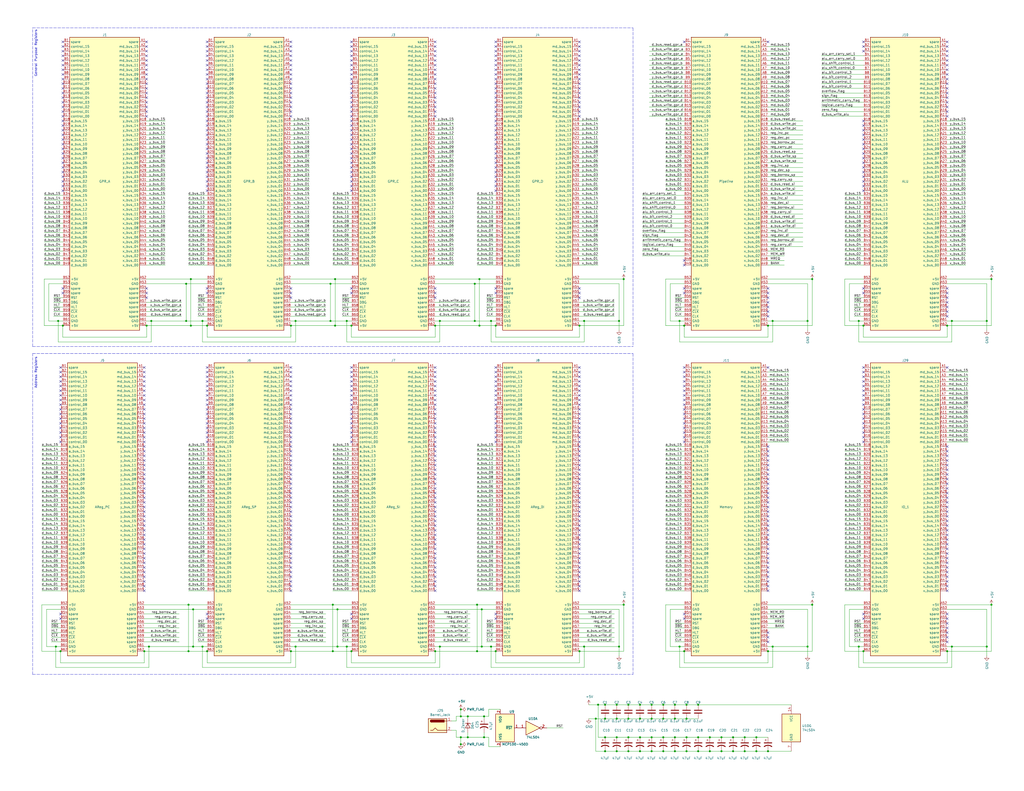
<source format=kicad_sch>
(kicad_sch (version 20211123) (generator eeschema)
  (paper "C")
  (title_block (title "Backplane") (date "2020-04-27") (rev "1.0"))
  (lib_symbols
    (symbol "74xx:74LS04"
      (property "Reference" "U" (at 0 1.27 0))
      (property "Value" "74LS04" (at 0 -1.27 0))
      (symbol "74LS04_1_0"
        (pin input line (at -7.62 0 0) (length 3.81) (name "~") (number "1"))
        (pin output inverted (at 7.62 0 180) (length 3.81) (name "~") (number "2"))
      )
      (symbol "74LS04_2_0"
        (pin input line (at -7.62 0 0) (length 3.81) (name "~") (number "3"))
        (pin output inverted (at 7.62 0 180) (length 3.81) (name "~") (number "4"))
      )
      (symbol "74LS04_3_0"
        (pin input line (at -7.62 0 0) (length 3.81) (name "~") (number "5"))
        (pin output inverted (at 7.62 0 180) (length 3.81) (name "~") (number "6"))
      )
      (symbol "74LS04_4_0"
        (pin output inverted (at 7.62 0 180) (length 3.81) (name "~") (number "8"))
        (pin input line (at -7.62 0 0) (length 3.81) (name "~") (number "9"))
      )
      (symbol "74LS04_5_0"
        (pin output inverted (at 7.62 0 180) (length 3.81) (name "~") (number "10"))
        (pin input line (at -7.62 0 0) (length 3.81) (name "~") (number "11"))
      )
      (symbol "74LS04_6_0"
        (pin output inverted (at 7.62 0 180) (length 3.81) (name "~") (number "12"))
        (pin input line (at -7.62 0 0) (length 3.81) (name "~") (number "13"))
      )
      (symbol "74LS04_7_0"
        (pin power_in line (at 0 12.7 270) (length 5.08) (name "VCC") (number "14"))
        (pin power_in line (at 0 -12.7 90) (length 5.08) (name "GND") (number "7"))
      )
    )
    (symbol "Connector:Barrel_Jack" (pin_names (offset 1.016))
      (property "Reference" "J" (at 0 5.334 0))
      (property "Value" "Barrel_Jack" (at 0 -5.08 0))
      (symbol "Barrel_Jack_1_1"
        (pin passive line (at 7.62 2.54 180) (length 2.54) (name "~") (number "1"))
        (pin passive line (at 7.62 -2.54 180) (length 2.54) (name "~") (number "2"))
      )
    )
    (symbol "Connector:Conn_01x04_Female" (pin_names (offset 1.016) hide)
      (property "Reference" "J" (at 0 5.08 0))
      (property "Value" "Conn_01x04_Female" (at 0 -7.62 0))
      (symbol "Conn_01x04_Female_1_1"
        (pin passive line (at -5.08 2.54 0) (length 3.81) (name "Pin_1") (number "1"))
        (pin passive line (at -5.08 0 0) (length 3.81) (name "Pin_2") (number "2"))
        (pin passive line (at -5.08 -2.54 0) (length 3.81) (name "Pin_3") (number "3"))
        (pin passive line (at -5.08 -5.08 0) (length 3.81) (name "Pin_4") (number "4"))
      )
    )
    (symbol "Connector:Conn_01x05_Female" (pin_names (offset 1.016) hide)
      (property "Reference" "J" (at 0 7.62 0))
      (property "Value" "Conn_01x05_Female" (at 0 -7.62 0))
      (symbol "Conn_01x05_Female_1_1"
        (pin passive line (at -5.08 5.08 0) (length 3.81) (name "Pin_1") (number "1"))
        (pin passive line (at -5.08 2.54 0) (length 3.81) (name "Pin_2") (number "2"))
        (pin passive line (at -5.08 0 0) (length 3.81) (name "Pin_3") (number "3"))
        (pin passive line (at -5.08 -2.54 0) (length 3.81) (name "Pin_4") (number "4"))
        (pin passive line (at -5.08 -5.08 0) (length 3.81) (name "Pin_5") (number "5"))
      )
    )
    (symbol "Connector:Conn_01x07_Female" (pin_names (offset 1.016) hide)
      (property "Reference" "J" (at 0 10.16 0))
      (property "Value" "Conn_01x07_Female" (at 0 -10.16 0))
      (symbol "Conn_01x07_Female_1_1"
        (pin passive line (at -5.08 7.62 0) (length 3.81) (name "Pin_1") (number "1"))
        (pin passive line (at -5.08 5.08 0) (length 3.81) (name "Pin_2") (number "2"))
        (pin passive line (at -5.08 2.54 0) (length 3.81) (name "Pin_3") (number "3"))
        (pin passive line (at -5.08 0 0) (length 3.81) (name "Pin_4") (number "4"))
        (pin passive line (at -5.08 -2.54 0) (length 3.81) (name "Pin_5") (number "5"))
        (pin passive line (at -5.08 -5.08 0) (length 3.81) (name "Pin_6") (number "6"))
        (pin passive line (at -5.08 -7.62 0) (length 3.81) (name "Pin_7") (number "7"))
      )
    )
    (symbol "Connector:Conn_01x14_Female" (pin_names (offset 1.016) hide)
      (property "Reference" "J" (at 0 17.78 0))
      (property "Value" "Conn_01x14_Female" (at 0 -20.32 0))
      (symbol "Conn_01x14_Female_1_1"
        (pin passive line (at -5.08 15.24 0) (length 3.81) (name "Pin_1") (number "1"))
        (pin passive line (at -5.08 -7.62 0) (length 3.81) (name "Pin_10") (number "10"))
        (pin passive line (at -5.08 -10.16 0) (length 3.81) (name "Pin_11") (number "11"))
        (pin passive line (at -5.08 -12.7 0) (length 3.81) (name "Pin_12") (number "12"))
        (pin passive line (at -5.08 -15.24 0) (length 3.81) (name "Pin_13") (number "13"))
        (pin passive line (at -5.08 -17.78 0) (length 3.81) (name "Pin_14") (number "14"))
        (pin passive line (at -5.08 12.7 0) (length 3.81) (name "Pin_2") (number "2"))
        (pin passive line (at -5.08 10.16 0) (length 3.81) (name "Pin_3") (number "3"))
        (pin passive line (at -5.08 7.62 0) (length 3.81) (name "Pin_4") (number "4"))
        (pin passive line (at -5.08 5.08 0) (length 3.81) (name "Pin_5") (number "5"))
        (pin passive line (at -5.08 2.54 0) (length 3.81) (name "Pin_6") (number "6"))
        (pin passive line (at -5.08 0 0) (length 3.81) (name "Pin_7") (number "7"))
        (pin passive line (at -5.08 -2.54 0) (length 3.81) (name "Pin_8") (number "8"))
        (pin passive line (at -5.08 -5.08 0) (length 3.81) (name "Pin_9") (number "9"))
      )
    )
    (symbol "Connector:Conn_01x16_Female" (pin_names (offset 1.016) hide)
      (property "Reference" "J" (at 0 20.32 0))
      (property "Value" "Conn_01x16_Female" (at 0 -22.86 0))
      (symbol "Conn_01x16_Female_1_1"
        (pin passive line (at -5.08 17.78 0) (length 3.81) (name "Pin_1") (number "1"))
        (pin passive line (at -5.08 -5.08 0) (length 3.81) (name "Pin_10") (number "10"))
        (pin passive line (at -5.08 -7.62 0) (length 3.81) (name "Pin_11") (number "11"))
        (pin passive line (at -5.08 -10.16 0) (length 3.81) (name "Pin_12") (number "12"))
        (pin passive line (at -5.08 -12.7 0) (length 3.81) (name "Pin_13") (number "13"))
        (pin passive line (at -5.08 -15.24 0) (length 3.81) (name "Pin_14") (number "14"))
        (pin passive line (at -5.08 -17.78 0) (length 3.81) (name "Pin_15") (number "15"))
        (pin passive line (at -5.08 -20.32 0) (length 3.81) (name "Pin_16") (number "16"))
        (pin passive line (at -5.08 15.24 0) (length 3.81) (name "Pin_2") (number "2"))
        (pin passive line (at -5.08 12.7 0) (length 3.81) (name "Pin_3") (number "3"))
        (pin passive line (at -5.08 10.16 0) (length 3.81) (name "Pin_4") (number "4"))
        (pin passive line (at -5.08 7.62 0) (length 3.81) (name "Pin_5") (number "5"))
        (pin passive line (at -5.08 5.08 0) (length 3.81) (name "Pin_6") (number "6"))
        (pin passive line (at -5.08 2.54 0) (length 3.81) (name "Pin_7") (number "7"))
        (pin passive line (at -5.08 0 0) (length 3.81) (name "Pin_8") (number "8"))
        (pin passive line (at -5.08 -2.54 0) (length 3.81) (name "Pin_9") (number "9"))
      )
    )
    (symbol "Device:C" (pin_numbers hide) (pin_names (offset 0.254))
      (property "Reference" "C" (at 0.635 2.54 0))
      (property "Value" "C" (at 0.635 -2.54 0))
      (symbol "C_1_1"
        (pin passive line (at 0 3.81 270) (length 2.794) (name "~") (number "1"))
        (pin passive line (at 0 -3.81 90) (length 2.794) (name "~") (number "2"))
      )
    )
    (symbol "Device:CP1" (pin_numbers hide) (pin_names (offset 0.254) hide)
      (property "Reference" "C" (at 0.635 2.54 0))
      (property "Value" "Device_CP1" (at 0.635 -2.54 0))
      (symbol "CP1_1_1"
        (pin passive line (at 0 3.81 270) (length 2.794) (name "~") (number "1"))
        (pin passive line (at 0 -3.81 90) (length 3.302) (name "~") (number "2"))
      )
    )
    (symbol "Device:D_Zener" (pin_numbers hide) (pin_names (offset 1.016) hide)
      (property "Reference" "D" (at 0 2.54 0))
      (property "Value" "D_Zener" (at 0 -2.54 0))
      (symbol "D_Zener_1_1"
        (pin passive line (at -3.81 0 0) (length 2.54) (name "K") (number "1"))
        (pin passive line (at 3.81 0 180) (length 2.54) (name "A") (number "2"))
      )
    )
    (symbol "Device:LED_ALT" (pin_numbers hide) (pin_names (offset 1.016) hide)
      (property "Reference" "D" (at 0 2.54 0))
      (property "Value" "Device_LED_ALT" (at 0 -2.54 0))
      (symbol "LED_ALT_1_1"
        (pin passive line (at -3.81 0 0) (length 2.54) (name "K") (number "1"))
        (pin passive line (at 3.81 0 180) (length 2.54) (name "A") (number "2"))
      )
    )
    (symbol "Device:R_Pack08" (pin_names (offset 0) hide)
      (property "Reference" "RN" (at -12.7 0 90))
      (property "Value" "R_Pack08" (at 10.16 0 90))
      (symbol "R_Pack08_1_1"
        (pin passive line (at -10.16 -5.08 90) (length 2.54) (name "R1.1") (number "1"))
        (pin passive line (at 5.08 5.08 270) (length 2.54) (name "R7.2") (number "10"))
        (pin passive line (at 2.54 5.08 270) (length 2.54) (name "R6.2") (number "11"))
        (pin passive line (at 0 5.08 270) (length 2.54) (name "R5.2") (number "12"))
        (pin passive line (at -2.54 5.08 270) (length 2.54) (name "R4.2") (number "13"))
        (pin passive line (at -5.08 5.08 270) (length 2.54) (name "R3.2") (number "14"))
        (pin passive line (at -7.62 5.08 270) (length 2.54) (name "R2.2") (number "15"))
        (pin passive line (at -10.16 5.08 270) (length 2.54) (name "R1.2") (number "16"))
        (pin passive line (at -7.62 -5.08 90) (length 2.54) (name "R2.1") (number "2"))
        (pin passive line (at -5.08 -5.08 90) (length 2.54) (name "R3.1") (number "3"))
        (pin passive line (at -2.54 -5.08 90) (length 2.54) (name "R4.1") (number "4"))
        (pin passive line (at 0 -5.08 90) (length 2.54) (name "R5.1") (number "5"))
        (pin passive line (at 2.54 -5.08 90) (length 2.54) (name "R6.1") (number "6"))
        (pin passive line (at 5.08 -5.08 90) (length 2.54) (name "R7.1") (number "7"))
        (pin passive line (at 7.62 -5.08 90) (length 2.54) (name "R8.1") (number "8"))
        (pin passive line (at 7.62 5.08 270) (length 2.54) (name "R8.2") (number "9"))
      )
    )
    (symbol "Power_Supervisor:MCP100-450D" (pin_names (offset 1.016))
      (property "Reference" "U" (at 0 8.89 0))
      (property "Value" "MCP100-450D" (at -1.27 -8.89 0))
      (symbol "MCP100-450D_1_1"
        (pin output line (at 7.62 0 180) (length 2.54) (name "~{RST}") (number "1"))
        (pin power_in line (at -2.54 10.16 270) (length 2.54) (name "VDD") (number "2"))
        (pin power_in line (at -2.54 -10.16 90) (length 2.54) (name "VSS") (number "3"))
      )
    )
    (symbol "cpu_custom_symbols:74LS245_BiDirection" (pin_names (offset 1.016))
      (property "Reference" "U" (at -7.62 16.51 0))
      (property "Value" "74LS245_BiDirection" (at -7.62 -16.51 0))
      (symbol "74LS245_BiDirection_1_0"
        (pin input line (at -12.7 -10.16 0) (length 5.08) (name "A->B") (number "1"))
        (pin power_in line (at 0 -20.32 90) (length 5.08) (name "GND") (number "10"))
        (pin bidirectional line (at 12.7 -5.08 180) (length 5.08) (name "B7") (number "11"))
        (pin bidirectional line (at 12.7 -2.54 180) (length 5.08) (name "B6") (number "12"))
        (pin bidirectional line (at 12.7 0 180) (length 5.08) (name "B5") (number "13"))
        (pin bidirectional line (at 12.7 2.54 180) (length 5.08) (name "B4") (number "14"))
        (pin bidirectional line (at 12.7 5.08 180) (length 5.08) (name "B3") (number "15"))
        (pin bidirectional line (at 12.7 7.62 180) (length 5.08) (name "B2") (number "16"))
        (pin bidirectional line (at 12.7 10.16 180) (length 5.08) (name "B1") (number "17"))
        (pin bidirectional line (at 12.7 12.7 180) (length 5.08) (name "B0") (number "18"))
        (pin input line (at -12.7 -12.7 0) (length 5.08) (name "~{CE}") (number "19"))
        (pin bidirectional line (at -12.7 12.7 0) (length 5.08) (name "A0") (number "2"))
        (pin power_in line (at 0 20.32 270) (length 5.08) (name "VCC") (number "20"))
        (pin bidirectional line (at -12.7 10.16 0) (length 5.08) (name "A1") (number "3"))
        (pin bidirectional line (at -12.7 7.62 0) (length 5.08) (name "A2") (number "4"))
        (pin bidirectional line (at -12.7 5.08 0) (length 5.08) (name "A3") (number "5"))
        (pin bidirectional line (at -12.7 2.54 0) (length 5.08) (name "A4") (number "6"))
        (pin bidirectional line (at -12.7 0 0) (length 5.08) (name "A5") (number "7"))
        (pin bidirectional line (at -12.7 -2.54 0) (length 5.08) (name "A6") (number "8"))
        (pin bidirectional line (at -12.7 -5.08 0) (length 5.08) (name "A7") (number "9"))
      )
    )
    (symbol "cpu_custom_symbols:Bus_PCI_32bit_5V"
      (property "Reference" "J" (at 0 80.01 0))
      (property "Value" "Bus_PCI_32bit_5V" (at 0 -82.55 0))
      (symbol "Bus_PCI_32bit_5V_1_1"
        (pin passive line (at 22.86 76.2 180) (length 3.81) (name "spare") (number "A1"))
        (pin passive line (at 22.86 53.34 180) (length 3.81) (name "md_bus_07") (number "A10"))
        (pin passive line (at 22.86 50.8 180) (length 3.81) (name "md_bus_06") (number "A11"))
        (pin passive line (at 22.86 48.26 180) (length 3.81) (name "md_bus_05") (number "A12"))
        (pin passive line (at 22.86 45.72 180) (length 3.81) (name "md_bus_04") (number "A13"))
        (pin passive line (at 22.86 43.18 180) (length 3.81) (name "md_bus_03") (number "A14"))
        (pin passive line (at 22.86 40.64 180) (length 3.81) (name "md_bus_02") (number "A15"))
        (pin passive line (at 22.86 38.1 180) (length 3.81) (name "md_bus_01") (number "A16"))
        (pin passive line (at 22.86 35.56 180) (length 3.81) (name "md_bus_00") (number "A17"))
        (pin passive line (at 22.86 33.02 180) (length 3.81) (name "y_bus_15") (number "A18"))
        (pin passive line (at 22.86 30.48 180) (length 3.81) (name "y_bus_14") (number "A19"))
        (pin passive line (at 22.86 73.66 180) (length 3.81) (name "md_bus_15") (number "A2"))
        (pin passive line (at 22.86 27.94 180) (length 3.81) (name "y_bus_13") (number "A20"))
        (pin passive line (at 22.86 25.4 180) (length 3.81) (name "y_bus_12") (number "A21"))
        (pin passive line (at 22.86 22.86 180) (length 3.81) (name "y_bus_11") (number "A22"))
        (pin passive line (at 22.86 20.32 180) (length 3.81) (name "y_bus_10") (number "A23"))
        (pin passive line (at 22.86 17.78 180) (length 3.81) (name "y_bus_09") (number "A24"))
        (pin passive line (at 22.86 15.24 180) (length 3.81) (name "y_bus_08") (number "A25"))
        (pin passive line (at 22.86 12.7 180) (length 3.81) (name "y_bus_07") (number "A26"))
        (pin passive line (at 22.86 10.16 180) (length 3.81) (name "y_bus_06") (number "A27"))
        (pin passive line (at 22.86 7.62 180) (length 3.81) (name "y_bus_05") (number "A28"))
        (pin passive line (at 22.86 5.08 180) (length 3.81) (name "y_bus_04") (number "A29"))
        (pin passive line (at 22.86 71.12 180) (length 3.81) (name "md_bus_14") (number "A3"))
        (pin passive line (at 22.86 2.54 180) (length 3.81) (name "y_bus_03") (number "A30"))
        (pin passive line (at 22.86 0 180) (length 3.81) (name "y_bus_02") (number "A31"))
        (pin passive line (at 22.86 -2.54 180) (length 3.81) (name "y_bus_01") (number "A32"))
        (pin passive line (at 22.86 -5.08 180) (length 3.81) (name "y_bus_00") (number "A33"))
        (pin passive line (at 22.86 -7.62 180) (length 3.81) (name "x_bus_15") (number "A34"))
        (pin passive line (at 22.86 -10.16 180) (length 3.81) (name "x_bus_14") (number "A35"))
        (pin passive line (at 22.86 -12.7 180) (length 3.81) (name "x_bus_13") (number "A36"))
        (pin passive line (at 22.86 -15.24 180) (length 3.81) (name "x_bus_12") (number "A37"))
        (pin passive line (at 22.86 -17.78 180) (length 3.81) (name "x_bus_11") (number "A38"))
        (pin passive line (at 22.86 -20.32 180) (length 3.81) (name "x_bus_10") (number "A39"))
        (pin passive line (at 22.86 68.58 180) (length 3.81) (name "md_bus_13") (number "A4"))
        (pin passive line (at 22.86 -22.86 180) (length 3.81) (name "x_bus_09") (number "A40"))
        (pin passive line (at 22.86 -25.4 180) (length 3.81) (name "x_bus_08") (number "A41"))
        (pin passive line (at 22.86 -27.94 180) (length 3.81) (name "x_bus_07") (number "A42"))
        (pin passive line (at 22.86 -30.48 180) (length 3.81) (name "x_bus_06") (number "A43"))
        (pin passive line (at 22.86 -33.02 180) (length 3.81) (name "x_bus_05") (number "A44"))
        (pin passive line (at 22.86 -35.56 180) (length 3.81) (name "x_bus_04") (number "A45"))
        (pin passive line (at 22.86 -38.1 180) (length 3.81) (name "x_bus_03") (number "A46"))
        (pin passive line (at 22.86 -40.64 180) (length 3.81) (name "x_bus_02") (number "A47"))
        (pin passive line (at 22.86 -43.18 180) (length 3.81) (name "x_bus_01") (number "A48"))
        (pin passive line (at 22.86 -45.72 180) (length 3.81) (name "x_bus_00") (number "A49"))
        (pin passive line (at 22.86 66.04 180) (length 3.81) (name "md_bus_12") (number "A5"))
        (pin passive line (at 22.86 -53.34 180) (length 3.81) (name "+5V") (number "A52"))
        (pin passive line (at 22.86 -55.88 180) (length 3.81) (name "GND") (number "A53"))
        (pin passive line (at 22.86 -58.42 180) (length 3.81) (name "spare") (number "A54"))
        (pin passive line (at 22.86 -60.96 180) (length 3.81) (name "spare") (number "A55"))
        (pin passive line (at 22.86 -63.5 180) (length 3.81) (name "spare") (number "A56"))
        (pin passive line (at 22.86 -66.04 180) (length 3.81) (name "spare") (number "A57"))
        (pin passive line (at 22.86 -68.58 180) (length 3.81) (name "spare") (number "A58"))
        (pin passive line (at 22.86 -71.12 180) (length 3.81) (name "spare") (number "A59"))
        (pin passive line (at 22.86 63.5 180) (length 3.81) (name "md_bus_11") (number "A6"))
        (pin passive line (at 22.86 -73.66 180) (length 3.81) (name "spare") (number "A60"))
        (pin passive line (at 22.86 -76.2 180) (length 3.81) (name "GND") (number "A61"))
        (pin passive line (at 22.86 -78.74 180) (length 3.81) (name "+5V") (number "A62"))
        (pin passive line (at 22.86 60.96 180) (length 3.81) (name "md_bus_10") (number "A7"))
        (pin passive line (at 22.86 58.42 180) (length 3.81) (name "md_bus_09") (number "A8"))
        (pin passive line (at 22.86 55.88 180) (length 3.81) (name "md_bus_08") (number "A9"))
        (pin passive line (at -22.86 76.2 0) (length 3.81) (name "spare") (number "B1"))
        (pin passive line (at -22.86 53.34 0) (length 3.81) (name "control_07") (number "B10"))
        (pin passive line (at -22.86 50.8 0) (length 3.81) (name "control_06") (number "B11"))
        (pin passive line (at -22.86 48.26 0) (length 3.81) (name "control_05") (number "B12"))
        (pin passive line (at -22.86 45.72 0) (length 3.81) (name "control_04") (number "B13"))
        (pin passive line (at -22.86 43.18 0) (length 3.81) (name "control_03") (number "B14"))
        (pin passive line (at -22.86 40.64 0) (length 3.81) (name "control_02") (number "B15"))
        (pin passive line (at -22.86 38.1 0) (length 3.81) (name "control_01") (number "B16"))
        (pin passive line (at -22.86 35.56 0) (length 3.81) (name "control_00") (number "B17"))
        (pin passive line (at -22.86 33.02 0) (length 3.81) (name "a_bus_15") (number "B18"))
        (pin passive line (at -22.86 30.48 0) (length 3.81) (name "a_bus_14") (number "B19"))
        (pin passive line (at -22.86 73.66 0) (length 3.81) (name "control_15") (number "B2"))
        (pin passive line (at -22.86 27.94 0) (length 3.81) (name "a_bus_13") (number "B20"))
        (pin passive line (at -22.86 25.4 0) (length 3.81) (name "a_bus_12") (number "B21"))
        (pin passive line (at -22.86 22.86 0) (length 3.81) (name "a_bus_11") (number "B22"))
        (pin passive line (at -22.86 20.32 0) (length 3.81) (name "a_bus_10") (number "B23"))
        (pin passive line (at -22.86 17.78 0) (length 3.81) (name "a_bus_09") (number "B24"))
        (pin passive line (at -22.86 15.24 0) (length 3.81) (name "a_bus_08") (number "B25"))
        (pin passive line (at -22.86 12.7 0) (length 3.81) (name "a_bus_07") (number "B26"))
        (pin passive line (at -22.86 10.16 0) (length 3.81) (name "a_bus_06") (number "B27"))
        (pin passive line (at -22.86 7.62 0) (length 3.81) (name "a_bus_05") (number "B28"))
        (pin passive line (at -22.86 5.08 0) (length 3.81) (name "a_bus_04") (number "B29"))
        (pin passive line (at -22.86 71.12 0) (length 3.81) (name "control_14") (number "B3"))
        (pin passive line (at -22.86 2.54 0) (length 3.81) (name "a_bus_03") (number "B30"))
        (pin passive line (at -22.86 0 0) (length 3.81) (name "a_bus_02") (number "B31"))
        (pin passive line (at -22.86 -2.54 0) (length 3.81) (name "a_bus_01") (number "B32"))
        (pin passive line (at -22.86 -5.08 0) (length 3.81) (name "a_bus_00") (number "B33"))
        (pin passive line (at -22.86 -7.62 0) (length 3.81) (name "d_bus_15") (number "B34"))
        (pin passive line (at -22.86 -10.16 0) (length 3.81) (name "d_bus_14") (number "B35"))
        (pin passive line (at -22.86 -12.7 0) (length 3.81) (name "d_bus_13") (number "B36"))
        (pin passive line (at -22.86 -15.24 0) (length 3.81) (name "d_bus_12") (number "B37"))
        (pin passive line (at -22.86 -17.78 0) (length 3.81) (name "d_bus_11") (number "B38"))
        (pin passive line (at -22.86 -20.32 0) (length 3.81) (name "d_bus_10") (number "B39"))
        (pin passive line (at -22.86 68.58 0) (length 3.81) (name "control_13") (number "B4"))
        (pin passive line (at -22.86 -22.86 0) (length 3.81) (name "d_bus_09") (number "B40"))
        (pin passive line (at -22.86 -25.4 0) (length 3.81) (name "d_bus_08") (number "B41"))
        (pin passive line (at -22.86 -27.94 0) (length 3.81) (name "d_bus_07") (number "B42"))
        (pin passive line (at -22.86 -30.48 0) (length 3.81) (name "d_bus_06") (number "B43"))
        (pin passive line (at -22.86 -33.02 0) (length 3.81) (name "d_bus_05") (number "B44"))
        (pin passive line (at -22.86 -35.56 0) (length 3.81) (name "d_bus_04") (number "B45"))
        (pin passive line (at -22.86 -38.1 0) (length 3.81) (name "d_bus_03") (number "B46"))
        (pin passive line (at -22.86 -40.64 0) (length 3.81) (name "d_bus_02") (number "B47"))
        (pin passive line (at -22.86 -43.18 0) (length 3.81) (name "d_bus_01") (number "B48"))
        (pin passive line (at -22.86 -45.72 0) (length 3.81) (name "d_bus_00") (number "B49"))
        (pin passive line (at -22.86 66.04 0) (length 3.81) (name "control_12") (number "B5"))
        (pin passive line (at -22.86 -53.34 0) (length 3.81) (name "+5V") (number "B52"))
        (pin passive line (at -22.86 -55.88 0) (length 3.81) (name "GND") (number "B53"))
        (pin passive line (at -22.86 -58.42 0) (length 3.81) (name "spare") (number "B54"))
        (pin passive line (at -22.86 -60.96 0) (length 3.81) (name "spare") (number "B55"))
        (pin passive line (at -22.86 -63.5 0) (length 3.81) (name "RST") (number "B56"))
        (pin passive line (at -22.86 -66.04 0) (length 3.81) (name "DBG") (number "B57"))
        (pin passive line (at -22.86 -68.58 0) (length 3.81) (name "HLT") (number "B58"))
        (pin passive line (at -22.86 -71.12 0) (length 3.81) (name "~{CLK}") (number "B59"))
        (pin passive line (at -22.86 63.5 0) (length 3.81) (name "control_11") (number "B6"))
        (pin passive line (at -22.86 -73.66 0) (length 3.81) (name "CLK") (number "B60"))
        (pin passive line (at -22.86 -76.2 0) (length 3.81) (name "GND") (number "B61"))
        (pin passive line (at -22.86 -78.74 0) (length 3.81) (name "+5V") (number "B62"))
        (pin passive line (at -22.86 60.96 0) (length 3.81) (name "control_10") (number "B7"))
        (pin passive line (at -22.86 58.42 0) (length 3.81) (name "control_09") (number "B8"))
        (pin passive line (at -22.86 55.88 0) (length 3.81) (name "control_08") (number "B9"))
      )
    )
    (symbol "power:+5V" (power) (pin_names (offset 0))
      (property "Value" "+5V" (at 0 3.556 0))
      (symbol "+5V_1_1"
        (pin power_in line (at 0 0 90) (length 0) hide (name "+5V") (number "1"))
      )
    )
    (symbol "power:GND" (power) (pin_names (offset 0))
      (property "Value" "GND" (at 0 -3.81 0))
      (symbol "GND_1_1"
        (pin power_in line (at 0 0 270) (length 0) hide (name "GND") (number "1"))
      )
    )
    (symbol "power:PWR_FLAG" (power) (pin_numbers hide) (pin_names (offset 0) hide)
      (property "Value" "PWR_FLAG" (at 0 3.81 0))
      (symbol "PWR_FLAG_0_0"
        (pin power_out line (at 0 0 90) (length 0) (name "pwr") (number "1"))
      )
    )
  )
  (junction (at 374.65 410.21))
  (junction (at 834.39 353.06))
  (junction (at -113.03 234.95))
  (junction (at -107.95 374.65))
  (junction (at 815.34 353.06))
  (junction (at 251.46 406.4))
  (junction (at -93.98 304.8))
  (junction (at 368.3 402.59))
  (junction (at 355.6 384.81))
  (junction (at -133.35 374.65))
  (junction (at 748.03 330.2))
  (junction (at -113.03 374.65))
  (junction (at 182.88 177.8))
  (junction (at 330.2 384.81))
  (junction (at -113.03 444.5))
  (junction (at 374.65 392.43))
  (junction (at 636.27 355.6))
  (junction (at 471.17 355.6))
  (junction (at 538.48 353.06))
  (junction (at -63.5 374.65))
  (junction (at -97.79 444.5))
  (junction (at 368.3 392.43))
  (junction (at -88.9 234.95))
  (junction (at 767.08 355.6))
  (junction (at -83.82 234.95))
  (junction (at 260.35 355.6))
  (junction (at -73.66 374.65))
  (junction (at 355.6 402.59))
  (junction (at 440.69 353.06))
  (junction (at 336.55 402.59))
  (junction (at 101.6 175.26))
  (junction (at -88.9 304.8))
  (junction (at 240.03 175.26))
  (junction (at -93.98 444.5))
  (junction (at 361.95 392.43))
  (junction (at 318.77 353.06))
  (junction (at 30.48 353.06))
  (junction (at -78.74 374.65))
  (junction (at -113.03 304.8))
  (junction (at 81.28 353.06))
  (junction (at -133.35 444.5))
  (junction (at 337.82 175.26))
  (junction (at 387.35 402.59))
  (junction (at 189.23 353.06))
  (junction (at 260.35 330.2))
  (junction (at 105.41 332.74))
  (junction (at 468.63 353.06))
  (junction (at 82.55 175.26))
  (junction (at 189.23 175.26))
  (junction (at 110.49 175.26))
  (junction (at 101.6 154.94))
  (junction (at 342.9 402.59))
  (junction (at 355.6 410.21))
  (junction (at 318.77 175.26))
  (junction (at 349.25 384.81))
  (junction (at -68.58 374.65))
  (junction (at 158.75 177.8))
  (junction (at 251.46 391.16))
  (junction (at 443.23 152.4))
  (junction (at 471.17 177.8))
  (junction (at -123.19 304.8))
  (junction (at -133.35 234.95))
  (junction (at 373.38 177.8))
  (junction (at -107.95 444.5))
  (junction (at -107.95 304.8))
  (junction (at 262.89 332.74))
  (junction (at 336.55 410.21))
  (junction (at 393.7 410.21))
  (junction (at -123.19 234.95))
  (junction (at 590.55 355.6))
  (junction (at -73.66 234.95))
  (junction (at 381 410.21))
  (junction (at 102.87 355.6))
  (junction (at 237.49 355.6))
  (junction (at 251.46 402.59))
  (junction (at -128.27 304.8))
  (junction (at 660.4 330.2))
  (junction (at 419.1 355.6))
  (junction (at 836.93 330.2))
  (junction (at 387.35 410.21))
  (junction (at -102.87 304.8))
  (junction (at 104.14 177.8))
  (junction (at 361.95 402.59))
  (junction (at 161.29 175.26))
  (junction (at 657.86 353.06))
  (junction (at 337.82 353.06))
  (junction (at 342.9 392.43))
  (junction (at -93.98 234.95))
  (junction (at 113.03 355.6))
  (junction (at 181.61 355.6))
  (junction (at 519.43 353.06))
  (junction (at 370.84 353.06))
  (junction (at 261.62 177.8))
  (junction (at 381 402.59))
  (junction (at 255.27 402.59))
  (junction (at -123.19 444.5))
  (junction (at -128.27 374.65))
  (junction (at 406.4 402.59))
  (junction (at 261.62 152.4))
  (junction (at 374.65 384.81))
  (junction (at 342.9 410.21))
  (junction (at -73.66 444.5))
  (junction (at 316.23 355.6))
  (junction (at 368.3 410.21))
  (junction (at 678.18 355.6))
  (junction (at 541.02 330.2))
  (junction (at 326.39 384.81))
  (junction (at -63.5 444.5))
  (junction (at 180.34 175.26))
  (junction (at 349.25 410.21))
  (junction (at 158.75 355.6))
  (junction (at 381 384.81))
  (junction (at 184.15 332.74))
  (junction (at -78.74 304.8))
  (junction (at 812.8 355.6))
  (junction (at 406.4 410.21))
  (junction (at 340.36 330.2))
  (junction (at 264.16 402.59))
  (junction (at 33.02 355.6))
  (junction (at 161.29 353.06))
  (junction (at 240.03 353.06))
  (junction (at 251.46 387.35))
  (junction (at -88.9 374.65))
  (junction (at 259.08 175.26))
  (junction (at 368.3 384.81))
  (junction (at -83.82 444.5))
  (junction (at 412.75 402.59))
  (junction (at 342.9 384.81))
  (junction (at -128.27 234.95))
  (junction (at -97.79 304.8))
  (junction (at 419.1 177.8))
  (junction (at -118.11 234.95))
  (junction (at 421.64 353.06))
  (junction (at 400.05 410.21))
  (junction (at -118.11 304.8))
  (junction (at 421.64 175.26))
  (junction (at -102.87 444.5))
  (junction (at -83.82 374.65))
  (junction (at 419.1 410.21))
  (junction (at 361.95 384.81))
  (junction (at -97.79 234.95))
  (junction (at 255.27 391.16))
  (junction (at 374.65 402.59))
  (junction (at 237.49 177.8))
  (junction (at 764.54 353.06))
  (junction (at 443.23 330.2))
  (junction (at 349.25 392.43))
  (junction (at 180.34 154.94))
  (junction (at 264.16 391.16))
  (junction (at 184.15 353.06))
  (junction (at -78.74 444.5))
  (junction (at 316.23 177.8))
  (junction (at -78.74 234.95))
  (junction (at 191.77 355.6))
  (junction (at -118.11 374.65))
  (junction (at 267.97 353.06))
  (junction (at 412.75 410.21))
  (junction (at 726.44 353.06))
  (junction (at 325.12 392.43))
  (junction (at -133.35 304.8))
  (junction (at 355.6 392.43))
  (junction (at 538.48 175.26))
  (junction (at -93.98 374.65))
  (junction (at 361.95 410.21))
  (junction (at 588.01 353.06))
  (junction (at 110.49 353.06))
  (junction (at 745.49 353.06))
  (junction (at -68.58 444.5))
  (junction (at -73.66 304.8))
  (junction (at -102.87 234.95))
  (junction (at 370.84 175.26))
  (junction (at 262.89 353.06))
  (junction (at 340.36 152.4))
  (junction (at 468.63 175.26))
  (junction (at 113.03 177.8))
  (junction (at -88.9 444.5))
  (junction (at 78.74 355.6))
  (junction (at -118.11 444.5))
  (junction (at -68.58 304.8))
  (junction (at 400.05 402.59))
  (junction (at 516.89 355.6))
  (junction (at 181.61 330.2))
  (junction (at -107.95 234.95))
  (junction (at 80.01 177.8))
  (junction (at 330.2 410.21))
  (junction (at -83.82 304.8))
  (junction (at -68.58 234.95))
  (junction (at 102.87 330.2))
  (junction (at 519.43 175.26))
  (junction (at -128.27 444.5))
  (junction (at 349.25 402.59))
  (junction (at -63.5 234.95))
  (junction (at -63.5 304.8))
  (junction (at 516.89 177.8))
  (junction (at -123.19 374.65))
  (junction (at 675.64 353.06))
  (junction (at 393.7 402.59))
  (junction (at 440.69 175.26))
  (junction (at 105.41 353.06))
  (junction (at 270.51 177.8))
  (junction (at 373.38 355.6))
  (junction (at 259.08 154.94))
  (junction (at 723.9 355.6))
  (junction (at 31.75 175.26))
  (junction (at 330.2 392.43))
  (junction (at 270.51 355.6))
  (junction (at 191.77 177.8))
  (junction (at 104.14 152.4))
  (junction (at 182.88 152.4))
  (junction (at 336.55 384.81))
  (junction (at 267.97 175.26))
  (junction (at 541.02 152.4))
  (junction (at 638.81 353.06))
  (junction (at -102.87 374.65))
  (junction (at 336.55 392.43))
  (junction (at 330.2 402.59))
  (junction (at 34.29 177.8))
  (junction (at -97.79 374.65))
  (no_connect (at 419.1 256.54))
  (no_connect (at 34.29 63.5))
  (no_connect (at 34.29 78.74))
  (no_connect (at 113.03 203.2))
  (no_connect (at 316.23 50.8))
  (no_connect (at 237.49 307.34))
  (no_connect (at 316.23 274.32))
  (no_connect (at 33.02 337.82))
  (no_connect (at 471.17 238.76))
  (no_connect (at 590.55 203.2))
  (no_connect (at 158.75 294.64))
  (no_connect (at 516.89 22.86))
  (no_connect (at 78.74 215.9))
  (no_connect (at 678.18 220.98))
  (no_connect (at 373.38 157.48))
  (no_connect (at 812.8 350.52))
  (no_connect (at 237.49 223.52))
  (no_connect (at 316.23 297.18))
  (no_connect (at 158.75 274.32))
  (no_connect (at 636.27 246.38))
  (no_connect (at 158.75 48.26))
  (no_connect (at 767.08 208.28))
  (no_connect (at 191.77 241.3))
  (no_connect (at 113.03 91.44))
  (no_connect (at 270.51 208.28))
  (no_connect (at 78.74 269.24))
  (no_connect (at 34.29 157.48))
  (no_connect (at 373.38 213.36))
  (no_connect (at 316.23 33.02))
  (no_connect (at 316.23 281.94))
  (no_connect (at 113.03 96.52))
  (no_connect (at 471.17 241.3))
  (no_connect (at 80.01 45.72))
  (no_connect (at 636.27 320.04))
  (no_connect (at 237.49 38.1))
  (no_connect (at 191.77 68.58))
  (no_connect (at 237.49 320.04))
  (no_connect (at 636.27 243.84))
  (no_connect (at 191.77 226.06))
  (no_connect (at 158.75 231.14))
  (no_connect (at 237.49 269.24))
  (no_connect (at 113.03 68.58))
  (no_connect (at 158.75 55.88))
  (no_connect (at 33.02 215.9))
  (no_connect (at 237.49 55.88))
  (no_connect (at 471.17 93.98))
  (no_connect (at 78.74 231.14))
  (no_connect (at 191.77 104.14))
  (no_connect (at 767.08 226.06))
  (no_connect (at 678.18 233.68))
  (no_connect (at 419.1 266.7))
  (no_connect (at 191.77 48.26))
  (no_connect (at 158.75 322.58))
  (no_connect (at 237.49 292.1))
  (no_connect (at 812.8 243.84))
  (no_connect (at 723.9 320.04))
  (no_connect (at 34.29 58.42))
  (no_connect (at 419.1 248.92))
  (no_connect (at 316.23 320.04))
  (no_connect (at 113.03 83.82))
  (no_connect (at 723.9 287.02))
  (no_connect (at 723.9 317.5))
  (no_connect (at 237.49 33.02))
  (no_connect (at 191.77 93.98))
  (no_connect (at 78.74 213.36))
  (no_connect (at 113.03 78.74))
  (no_connect (at 78.74 251.46))
  (no_connect (at 191.77 218.44))
  (no_connect (at 723.9 279.4))
  (no_connect (at 316.23 35.56))
  (no_connect (at 419.1 287.02))
  (no_connect (at 237.49 312.42))
  (no_connect (at 191.77 101.6))
  (no_connect (at 158.75 45.72))
  (no_connect (at 191.77 35.56))
  (no_connect (at 373.38 220.98))
  (no_connect (at 78.74 287.02))
  (no_connect (at 158.75 35.56))
  (no_connect (at 237.49 266.7))
  (no_connect (at 113.03 76.2))
  (no_connect (at -10.16 180.34))
  (no_connect (at 590.55 233.68))
  (no_connect (at 80.01 162.56))
  (no_connect (at 237.49 213.36))
  (no_connect (at 270.51 78.74))
  (no_connect (at 78.74 299.72))
  (no_connect (at 516.89 294.64))
  (no_connect (at 419.1 271.78))
  (no_connect (at 636.27 304.8))
  (no_connect (at 678.18 335.28))
  (no_connect (at 373.38 205.74))
  (no_connect (at 237.49 261.62))
  (no_connect (at 471.17 220.98))
  (no_connect (at 316.23 236.22))
  (no_connect (at 471.17 76.2))
  (no_connect (at 158.75 33.02))
  (no_connect (at 80.01 25.4))
  (no_connect (at 812.8 248.92))
  (no_connect (at 78.74 294.64))
  (no_connect (at 158.75 279.4))
  (no_connect (at 316.23 256.54))
  (no_connect (at 419.1 292.1))
  (no_connect (at 191.77 88.9))
  (no_connect (at 237.49 48.26))
  (no_connect (at 419.1 322.58))
  (no_connect (at 191.77 71.12))
  (no_connect (at 471.17 99.06))
  (no_connect (at 516.89 157.48))
  (no_connect (at 237.49 233.68))
  (no_connect (at 767.08 203.2))
  (no_connect (at 158.75 238.76))
  (no_connect (at 237.49 309.88))
  (no_connect (at 723.9 274.32))
  (no_connect (at 636.27 294.64))
  (no_connect (at 316.23 27.94))
  (no_connect (at 78.74 322.58))
  (no_connect (at 471.17 233.68))
  (no_connect (at 812.8 276.86))
  (no_connect (at 237.49 63.5))
  (no_connect (at 191.77 86.36))
  (no_connect (at 191.77 60.96))
  (no_connect (at 516.89 27.94))
  (no_connect (at 516.89 259.08))
  (no_connect (at 316.23 259.08))
  (no_connect (at 113.03 104.14))
  (no_connect (at 158.75 248.92))
  (no_connect (at 767.08 218.44))
  (no_connect (at 678.18 218.44))
  (no_connect (at 34.29 33.02))
  (no_connect (at 237.49 43.18))
  (no_connect (at 812.8 345.44))
  (no_connect (at 191.77 63.5))
  (no_connect (at 34.29 30.48))
  (no_connect (at 158.75 223.52))
  (no_connect (at 590.55 337.82))
  (no_connect (at 237.49 259.08))
  (no_connect (at 270.51 48.26))
  (no_connect (at 113.03 238.76))
  (no_connect (at 316.23 58.42))
  (no_connect (at 723.9 254))
  (no_connect (at 678.18 200.66))
  (no_connect (at 113.03 160.02))
  (no_connect (at 316.23 289.56))
  (no_connect (at 636.27 314.96))
  (no_connect (at 419.1 304.8))
  (no_connect (at 516.89 322.58))
  (no_connect (at 812.8 322.58))
  (no_connect (at 113.03 99.06))
  (no_connect (at 78.74 238.76))
  (no_connect (at 516.89 43.18))
  (no_connect (at 78.74 312.42))
  (no_connect (at 113.03 58.42))
  (no_connect (at 767.08 335.28))
  (no_connect (at 516.89 309.88))
  (no_connect (at 78.74 259.08))
  (no_connect (at 812.8 287.02))
  (no_connect (at 419.1 167.64))
  (no_connect (at 723.9 264.16))
  (no_connect (at 678.18 203.2))
  (no_connect (at 78.74 241.3))
  (no_connect (at 113.03 337.82))
  (no_connect (at 516.89 335.28))
  (no_connect (at 516.89 60.96))
  (no_connect (at 113.03 38.1))
  (no_connect (at 237.49 276.86))
  (no_connect (at 373.38 335.28))
  (no_connect (at 34.29 88.9))
  (no_connect (at 78.74 243.84))
  (no_connect (at 419.1 200.66))
  (no_connect (at 516.89 55.88))
  (no_connect (at 113.03 213.36))
  (no_connect (at 237.49 205.74))
  (no_connect (at 723.9 281.94))
  (no_connect (at 158.75 271.78))
  (no_connect (at 316.23 287.02))
  (no_connect (at 237.49 220.98))
  (no_connect (at 270.51 93.98))
  (no_connect (at 471.17 78.74))
  (no_connect (at 270.51 81.28))
  (no_connect (at 158.75 297.18))
  (no_connect (at 158.75 60.96))
  (no_connect (at 316.23 160.02))
  (no_connect (at 812.8 261.62))
  (no_connect (at 316.23 223.52))
  (no_connect (at 767.08 337.82))
  (no_connect (at 78.74 302.26))
  (no_connect (at 419.1 22.86))
  (no_connect (at 316.23 205.74))
  (no_connect (at 158.75 309.88))
  (no_connect (at -10.16 231.14))
  (no_connect (at 812.8 309.88))
  (no_connect (at 373.38 160.02))
  (no_connect (at 158.75 264.16))
  (no_connect (at 316.23 162.56))
  (no_connect (at 516.89 347.98))
  (no_connect (at 471.17 86.36))
  (no_connect (at 237.49 236.22))
  (no_connect (at 723.9 299.72))
  (no_connect (at 34.29 86.36))
  (no_connect (at 237.49 208.28))
  (no_connect (at 191.77 38.1))
  (no_connect (at 237.49 299.72))
  (no_connect (at 113.03 43.18))
  (no_connect (at 516.89 317.5))
  (no_connect (at 316.23 48.26))
  (no_connect (at 158.75 299.72))
  (no_connect (at 316.23 304.8))
  (no_connect (at 113.03 205.74))
  (no_connect (at 34.29 35.56))
  (no_connect (at 419.1 297.18))
  (no_connect (at 191.77 22.86))
  (no_connect (at 636.27 292.1))
  (no_connect (at 158.75 208.28))
  (no_connect (at 767.08 238.76))
  (no_connect (at 191.77 160.02))
  (no_connect (at 471.17 205.74))
  (no_connect (at 723.9 302.26))
  (no_connect (at 471.17 160.02))
  (no_connect (at 812.8 281.94))
  (no_connect (at 767.08 241.3))
  (no_connect (at 767.08 205.74))
  (no_connect (at 78.74 304.8))
  (no_connect (at 237.49 274.32))
  (no_connect (at 158.75 25.4))
  (no_connect (at 373.38 208.28))
  (no_connect (at 419.1 162.56))
  (no_connect (at 516.89 261.62))
  (no_connect (at 516.89 304.8))
  (no_connect (at 34.29 27.94))
  (no_connect (at 191.77 40.64))
  (no_connect (at 158.75 40.64))
  (no_connect (at 316.23 254))
  (no_connect (at 113.03 226.06))
  (no_connect (at 419.1 170.18))
  (no_connect (at 516.89 165.1))
  (no_connect (at 316.23 60.96))
  (no_connect (at 590.55 200.66))
  (no_connect (at 34.29 55.88))
  (no_connect (at 113.03 88.9))
  (no_connect (at 78.74 261.62))
  (no_connect (at 191.77 27.94))
  (no_connect (at 516.89 340.36))
  (no_connect (at 270.51 238.76))
  (no_connect (at 158.75 269.24))
  (no_connect (at 590.55 223.52))
  (no_connect (at 471.17 218.44))
  (no_connect (at 191.77 236.22))
  (no_connect (at 636.27 297.18))
  (no_connect (at 158.75 160.02))
  (no_connect (at 723.9 304.8))
  (no_connect (at 812.8 297.18))
  (no_connect (at 419.1 281.94))
  (no_connect (at 373.38 210.82))
  (no_connect (at 191.77 335.28))
  (no_connect (at 471.17 335.28))
  (no_connect (at 237.49 58.42))
  (no_connect (at 636.27 289.56))
  (no_connect (at 723.9 294.64))
  (no_connect (at 270.51 68.58))
  (no_connect (at 812.8 246.38))
  (no_connect (at 471.17 83.82))
  (no_connect (at 80.01 157.48))
  (no_connect (at 78.74 228.6))
  (no_connect (at 78.74 314.96))
  (no_connect (at 158.75 281.94))
  (no_connect (at 316.23 215.9))
  (no_connect (at 316.23 30.48))
  (no_connect (at 419.1 160.02))
  (no_connect (at 270.51 157.48))
  (no_connect (at 270.51 241.3))
  (no_connect (at 78.74 246.38))
  (no_connect (at 237.49 35.56))
  (no_connect (at 316.23 218.44))
  (no_connect (at 191.77 238.76))
  (no_connect (at 516.89 58.42))
  (no_connect (at 237.49 210.82))
  (no_connect (at 636.27 269.24))
  (no_connect (at 270.51 33.02))
  (no_connect (at 80.01 48.26))
  (no_connect (at 316.23 292.1))
  (no_connect (at 237.49 200.66))
  (no_connect (at 113.03 22.86))
  (no_connect (at 516.89 276.86))
  (no_connect (at 158.75 289.56))
  (no_connect (at 516.89 264.16))
  (no_connect (at 34.29 45.72))
  (no_connect (at 78.74 264.16))
  (no_connect (at 191.77 213.36))
  (no_connect (at 471.17 66.04))
  (no_connect (at 80.01 50.8))
  (no_connect (at 33.02 228.6))
  (no_connect (at 516.89 248.92))
  (no_connect (at 78.74 284.48))
  (no_connect (at 812.8 302.26))
  (no_connect (at 516.89 314.96))
  (no_connect (at 158.75 256.54))
  (no_connect (at 270.51 236.22))
  (no_connect (at 191.77 233.68))
  (no_connect (at 113.03 335.28))
  (no_connect (at 270.51 233.68))
  (no_connect (at 767.08 215.9))
  (no_connect (at 373.38 226.06))
  (no_connect (at 471.17 337.82))
  (no_connect (at 270.51 55.88))
  (no_connect (at 723.9 200.66))
  (no_connect (at 113.03 157.48))
  (no_connect (at 237.49 228.6))
  (no_connect (at 158.75 210.82))
  (no_connect (at 316.23 53.34))
  (no_connect (at 723.9 246.38))
  (no_connect (at 34.29 25.4))
  (no_connect (at 373.38 236.22))
  (no_connect (at 33.02 203.2))
  (no_connect (at 191.77 30.48))
  (no_connect (at 636.27 287.02))
  (no_connect (at 80.01 55.88))
  (no_connect (at 812.8 266.7))
  (no_connect (at 113.03 241.3))
  (no_connect (at 767.08 220.98))
  (no_connect (at 33.02 231.14))
  (no_connect (at 158.75 228.6))
  (no_connect (at 812.8 259.08))
  (no_connect (at 419.1 276.86))
  (no_connect (at 78.74 317.5))
  (no_connect (at 419.1 350.52))
  (no_connect (at 636.27 251.46))
  (no_connect (at 237.49 287.02))
  (no_connect (at 33.02 213.36))
  (no_connect (at 191.77 203.2))
  (no_connect (at 812.8 337.82))
  (no_connect (at 34.29 93.98))
  (no_connect (at 516.89 281.94))
  (no_connect (at 812.8 342.9))
  (no_connect (at 516.89 254))
  (no_connect (at 113.03 48.26))
  (no_connect (at 237.49 248.92))
  (no_connect (at 678.18 231.14))
  (no_connect (at 191.77 83.82))
  (no_connect (at 158.75 307.34))
  (no_connect (at 678.18 215.9))
  (no_connect (at 34.29 40.64))
  (no_connect (at 812.8 251.46))
  (no_connect (at 237.49 302.26))
  (no_connect (at 270.51 104.14))
  (no_connect (at 33.02 241.3))
  (no_connect (at 33.02 236.22))
  (no_connect (at 34.29 71.12))
  (no_connect (at 113.03 73.66))
  (no_connect (at 516.89 289.56))
  (no_connect (at 316.23 299.72))
  (no_connect (at 237.49 50.8))
  (no_connect (at 113.03 101.6))
  (no_connect (at 158.75 266.7))
  (no_connect (at 34.29 104.14))
  (no_connect (at 80.01 58.42))
  (no_connect (at 158.75 284.48))
  (no_connect (at 191.77 58.42))
  (no_connect (at 158.75 276.86))
  (no_connect (at 678.18 228.6))
  (no_connect (at 270.51 58.42))
  (no_connect (at 678.18 236.22))
  (no_connect (at 373.38 22.86))
  (no_connect (at 678.18 210.82))
  (no_connect (at 812.8 292.1))
  (no_connect (at 270.51 73.66))
  (no_connect (at 270.51 43.18))
  (no_connect (at 471.17 236.22))
  (no_connect (at 723.9 342.9))
  (no_connect (at 516.89 350.52))
  (no_connect (at 373.38 241.3))
  (no_connect (at 34.29 160.02))
  (no_connect (at 191.77 53.34))
  (no_connect (at 158.75 58.42))
  (no_connect (at 516.89 287.02))
  (no_connect (at 419.1 314.96))
  (no_connect (at 812.8 269.24))
  (no_connect (at 678.18 337.82))
  (no_connect (at 191.77 337.82))
  (no_connect (at 678.18 213.36))
  (no_connect (at 419.1 165.1))
  (no_connect (at 316.23 38.1))
  (no_connect (at 270.51 203.2))
  (no_connect (at 113.03 30.48))
  (no_connect (at 270.51 22.86))
  (no_connect (at 270.51 27.94))
  (no_connect (at 636.27 256.54))
  (no_connect (at 590.55 236.22))
  (no_connect (at 316.23 264.16))
  (no_connect (at 723.9 347.98))
  (no_connect (at 419.1 309.88))
  (no_connect (at 590.55 238.76))
  (no_connect (at 237.49 246.38))
  (no_connect (at 678.18 238.76))
  (no_connect (at 191.77 76.2))
  (no_connect (at 516.89 160.02))
  (no_connect (at 270.51 218.44))
  (no_connect (at 723.9 243.84))
  (no_connect (at 516.89 345.44))
  (no_connect (at 373.38 144.78))
  (no_connect (at 812.8 299.72))
  (no_connect (at 516.89 45.72))
  (no_connect (at 471.17 88.9))
  (no_connect (at 316.23 200.66))
  (no_connect (at 516.89 50.8))
  (no_connect (at 723.9 322.58))
  (no_connect (at 237.49 317.5))
  (no_connect (at 80.01 22.86))
  (no_connect (at 113.03 200.66))
  (no_connect (at 237.49 279.4))
  (no_connect (at 723.9 276.86))
  (no_connect (at 78.74 276.86))
  (no_connect (at 158.75 205.74))
  (no_connect (at 316.23 220.98))
  (no_connect (at 34.29 101.6))
  (no_connect (at 237.49 162.56))
  (no_connect (at 158.75 43.18))
  (no_connect (at 113.03 220.98))
  (no_connect (at 78.74 248.92))
  (no_connect (at 316.23 309.88))
  (no_connect (at 270.51 213.36))
  (no_connect (at 270.51 35.56))
  (no_connect (at 471.17 210.82))
  (no_connect (at 516.89 246.38))
  (no_connect (at 316.23 246.38))
  (no_connect (at 158.75 215.9))
  (no_connect (at 113.03 228.6))
  (no_connect (at 270.51 66.04))
  (no_connect (at 78.74 226.06))
  (no_connect (at 34.29 73.66))
  (no_connect (at 34.29 43.18))
  (no_connect (at 270.51 91.44))
  (no_connect (at 812.8 294.64))
  (no_connect (at 471.17 231.14))
  (no_connect (at 419.1 251.46))
  (no_connect (at 158.75 304.8))
  (no_connect (at 113.03 208.28))
  (no_connect (at 158.75 27.94))
  (no_connect (at 33.02 220.98))
  (no_connect (at 80.01 30.48))
  (no_connect (at 419.1 299.72))
  (no_connect (at 270.51 96.52))
  (no_connect (at 419.1 246.38))
  (no_connect (at 636.27 259.08))
  (no_connect (at 78.74 208.28))
  (no_connect (at 516.89 299.72))
  (no_connect (at 316.23 284.48))
  (no_connect (at 34.29 50.8))
  (no_connect (at 516.89 302.26))
  (no_connect (at 113.03 40.64))
  (no_connect (at 636.27 342.9))
  (no_connect (at 316.23 312.42))
  (no_connect (at 316.23 266.7))
  (no_connect (at 636.27 347.98))
  (no_connect (at 158.75 220.98))
  (no_connect (at 636.27 309.88))
  (no_connect (at 78.74 266.7))
  (no_connect (at 419.1 274.32))
  (no_connect (at 516.89 279.4))
  (no_connect (at 812.8 340.36))
  (no_connect (at 316.23 276.86))
  (no_connect (at 678.18 223.52))
  (no_connect (at 78.74 254))
  (no_connect (at 237.49 284.48))
  (no_connect (at 636.27 274.32))
  (no_connect (at 270.51 30.48))
  (no_connect (at 78.74 223.52))
  (no_connect (at 113.03 231.14))
  (no_connect (at 590.55 213.36))
  (no_connect (at 812.8 347.98))
  (no_connect (at 33.02 218.44))
  (no_connect (at 78.74 205.74))
  (no_connect (at 419.1 289.56))
  (no_connect (at 191.77 208.28))
  (no_connect (at 113.03 233.68))
  (no_connect (at 270.51 223.52))
  (no_connect (at 471.17 101.6))
  (no_connect (at 80.01 33.02))
  (no_connect (at 270.51 88.9))
  (no_connect (at 590.55 231.14))
  (no_connect (at 78.74 297.18))
  (no_connect (at 237.49 60.96))
  (no_connect (at 34.29 38.1))
  (no_connect (at 316.23 43.18))
  (no_connect (at 113.03 60.96))
  (no_connect (at 78.74 320.04))
  (no_connect (at 373.38 215.9))
  (no_connect (at 237.49 160.02))
  (no_connect (at 270.51 60.96))
  (no_connect (at 237.49 304.8))
  (no_connect (at 419.1 157.48))
  (no_connect (at 590.55 208.28))
  (no_connect (at 636.27 307.34))
  (no_connect (at 158.75 241.3))
  (no_connect (at 636.27 299.72))
  (no_connect (at 270.51 50.8))
  (no_connect (at 113.03 236.22))
  (no_connect (at 723.9 248.92))
  (no_connect (at 80.01 35.56))
  (no_connect (at 316.23 279.4))
  (no_connect (at 237.49 254))
  (no_connect (at 78.74 281.94))
  (no_connect (at 516.89 162.56))
  (no_connect (at 636.27 271.78))
  (no_connect (at 590.55 210.82))
  (no_connect (at 471.17 73.66))
  (no_connect (at 113.03 86.36))
  (no_connect (at 516.89 38.1))
  (no_connect (at 158.75 246.38))
  (no_connect (at 636.27 337.82))
  (no_connect (at 158.75 236.22))
  (no_connect (at 636.27 254))
  (no_connect (at 78.74 309.88))
  (no_connect (at 316.23 294.64))
  (no_connect (at 812.8 307.34))
  (no_connect (at 516.89 274.32))
  (no_connect (at 636.27 340.36))
  (no_connect (at 191.77 45.72))
  (no_connect (at 191.77 96.52))
  (no_connect (at 516.89 200.66))
  (no_connect (at 636.27 248.92))
  (no_connect (at 270.51 231.14))
  (no_connect (at 158.75 213.36))
  (no_connect (at 191.77 81.28))
  (no_connect (at 373.38 231.14))
  (no_connect (at 316.23 322.58))
  (no_connect (at 812.8 264.16))
  (no_connect (at 812.8 279.4))
  (no_connect (at 471.17 104.14))
  (no_connect (at 158.75 243.84))
  (no_connect (at 237.49 322.58))
  (no_connect (at 237.49 157.48))
  (no_connect (at 419.1 320.04))
  (no_connect (at 636.27 317.5))
  (no_connect (at 270.51 220.98))
  (no_connect (at 191.77 25.4))
  (no_connect (at 471.17 91.44))
  (no_connect (at 33.02 226.06))
  (no_connect (at 516.89 320.04))
  (no_connect (at 237.49 215.9))
  (no_connect (at 191.77 228.6))
  (no_connect (at 767.08 231.14))
  (no_connect (at 33.02 335.28))
  (no_connect (at 80.01 60.96))
  (no_connect (at 158.75 63.5))
  (no_connect (at 78.74 279.4))
  (no_connect (at 80.01 63.5))
  (no_connect (at 158.75 203.2))
  (no_connect (at 158.75 287.02))
  (no_connect (at 191.77 215.9))
  (no_connect (at 316.23 269.24))
  (no_connect (at 237.49 281.94))
  (no_connect (at 636.27 312.42))
  (no_connect (at 237.49 241.3))
  (no_connect (at 636.27 279.4))
  (no_connect (at 158.75 312.42))
  (no_connect (at 270.51 53.34))
  (no_connect (at 237.49 243.84))
  (no_connect (at 723.9 259.08))
  (no_connect (at 636.27 350.52))
  (no_connect (at 471.17 208.28))
  (no_connect (at 373.38 238.76))
  (no_connect (at 158.75 254))
  (no_connect (at 78.74 233.68))
  (no_connect (at 237.49 30.48))
  (no_connect (at 78.74 271.78))
  (no_connect (at 113.03 35.56))
  (no_connect (at 191.77 78.74))
  (no_connect (at 78.74 307.34))
  (no_connect (at 113.03 218.44))
  (no_connect (at 113.03 33.02))
  (no_connect (at 113.03 45.72))
  (no_connect (at 812.8 254))
  (no_connect (at 516.89 297.18))
  (no_connect (at 158.75 226.06))
  (no_connect (at 419.1 307.34))
  (no_connect (at 723.9 314.96))
  (no_connect (at 767.08 223.52))
  (no_connect (at 316.23 213.36))
  (no_connect (at 34.29 91.44))
  (no_connect (at 191.77 210.82))
  (no_connect (at 723.9 337.82))
  (no_connect (at 237.49 231.14))
  (no_connect (at 373.38 142.24))
  (no_connect (at 516.89 63.5))
  (no_connect (at 419.1 243.84))
  (no_connect (at 471.17 22.86))
  (no_connect (at 419.1 345.44))
  (no_connect (at 191.77 91.44))
  (no_connect (at 316.23 157.48))
  (no_connect (at 812.8 314.96))
  (no_connect (at 316.23 261.62))
  (no_connect (at 636.27 322.58))
  (no_connect (at 33.02 238.76))
  (no_connect (at 767.08 236.22))
  (no_connect (at 419.1 279.4))
  (no_connect (at 316.23 251.46))
  (no_connect (at 316.23 302.26))
  (no_connect (at 471.17 223.52))
  (no_connect (at 78.74 220.98))
  (no_connect (at 270.51 200.66))
  (no_connect (at 373.38 228.6))
  (no_connect (at 419.1 264.16))
  (no_connect (at 80.01 27.94))
  (no_connect (at 34.29 81.28))
  (no_connect (at 270.51 76.2))
  (no_connect (at 237.49 40.64))
  (no_connect (at 419.1 294.64))
  (no_connect (at 34.29 68.58))
  (no_connect (at 373.38 223.52))
  (no_connect (at 316.23 210.82))
  (no_connect (at 191.77 231.14))
  (no_connect (at 270.51 40.64))
  (no_connect (at 113.03 50.8))
  (no_connect (at 812.8 304.8))
  (no_connect (at 34.29 76.2))
  (no_connect (at 590.55 335.28))
  (no_connect (at 158.75 22.86))
  (no_connect (at 723.9 307.34))
  (no_connect (at 767.08 228.6))
  (no_connect (at 113.03 53.34))
  (no_connect (at 316.23 314.96))
  (no_connect (at 113.03 71.12))
  (no_connect (at 812.8 335.28))
  (no_connect (at 636.27 266.7))
  (no_connect (at 471.17 203.2))
  (no_connect (at 78.74 292.1))
  (no_connect (at 80.01 53.34))
  (no_connect (at 373.38 233.68))
  (no_connect (at 419.1 302.26))
  (no_connect (at 516.89 269.24))
  (no_connect (at 636.27 276.86))
  (no_connect (at 723.9 269.24))
  (no_connect (at 158.75 38.1))
  (no_connect (at -10.16 193.04))
  (no_connect (at 419.1 347.98))
  (no_connect (at 516.89 337.82))
  (no_connect (at 270.51 226.06))
  (no_connect (at 158.75 292.1))
  (no_connect (at 270.51 160.02))
  (no_connect (at 158.75 317.5))
  (no_connect (at 191.77 73.66))
  (no_connect (at 316.23 55.88))
  (no_connect (at 516.89 266.7))
  (no_connect (at 80.01 38.1))
  (no_connect (at 419.1 269.24))
  (no_connect (at 316.23 203.2))
  (no_connect (at 812.8 289.56))
  (no_connect (at 516.89 30.48))
  (no_connect (at 237.49 238.76))
  (no_connect (at 34.29 66.04))
  (no_connect (at 237.49 294.64))
  (no_connect (at 678.18 241.3))
  (no_connect (at 419.1 317.5))
  (no_connect (at 678.18 208.28))
  (no_connect (at 723.9 292.1))
  (no_connect (at 113.03 210.82))
  (no_connect (at 113.03 223.52))
  (no_connect (at 812.8 271.78))
  (no_connect (at 316.23 307.34))
  (no_connect (at 80.01 40.64))
  (no_connect (at 812.8 320.04))
  (no_connect (at 237.49 203.2))
  (no_connect (at -25.4 205.74))
  (no_connect (at 516.89 25.4))
  (no_connect (at 78.74 236.22))
  (no_connect (at 237.49 297.18))
  (no_connect (at 471.17 71.12))
  (no_connect (at 237.49 256.54))
  (no_connect (at 191.77 43.18))
  (no_connect (at -10.16 218.44))
  (no_connect (at 678.18 226.06))
  (no_connect (at 723.9 335.28))
  (no_connect (at 270.51 335.28))
  (no_connect (at 270.51 45.72))
  (no_connect (at 33.02 223.52))
  (no_connect (at 723.9 350.52))
  (no_connect (at 33.02 200.66))
  (no_connect (at 516.89 251.46))
  (no_connect (at 590.55 228.6))
  (no_connect (at 33.02 205.74))
  (no_connect (at 471.17 215.9))
  (no_connect (at 471.17 27.94))
  (no_connect (at 270.51 228.6))
  (no_connect (at 471.17 157.48))
  (no_connect (at 34.29 22.86))
  (no_connect (at 636.27 345.44))
  (no_connect (at -25.4 218.44))
  (no_connect (at -25.4 180.34))
  (no_connect (at 113.03 215.9))
  (no_connect (at 471.17 228.6))
  (no_connect (at 237.49 271.78))
  (no_connect (at 158.75 261.62))
  (no_connect (at 237.49 25.4))
  (no_connect (at 78.74 210.82))
  (no_connect (at 158.75 50.8))
  (no_connect (at 191.77 205.74))
  (no_connect (at 590.55 215.9))
  (no_connect (at 237.49 45.72))
  (no_connect (at 237.49 218.44))
  (no_connect (at 158.75 162.56))
  (no_connect (at 419.1 261.62))
  (no_connect (at 158.75 200.66))
  (no_connect (at 237.49 264.16))
  (no_connect (at 636.27 261.62))
  (no_connect (at 316.23 231.14))
  (no_connect (at 767.08 233.68))
  (no_connect (at 316.23 317.5))
  (no_connect (at 636.27 335.28))
  (no_connect (at 113.03 66.04))
  (no_connect (at 516.89 40.64))
  (no_connect (at 158.75 157.48))
  (no_connect (at -10.16 205.74))
  (no_connect (at 34.29 48.26))
  (no_connect (at 590.55 241.3))
  (no_connect (at 590.55 220.98))
  (no_connect (at 191.77 99.06))
  (no_connect (at 270.51 38.1))
  (no_connect (at 158.75 251.46))
  (no_connect (at 113.03 27.94))
  (no_connect (at 373.38 337.82))
  (no_connect (at 316.23 208.28))
  (no_connect (at 191.77 157.48))
  (no_connect (at 516.89 33.02))
  (no_connect (at 237.49 22.86))
  (no_connect (at 723.9 284.48))
  (no_connect (at 373.38 200.66))
  (no_connect (at 80.01 160.02))
  (no_connect (at 516.89 48.26))
  (no_connect (at 516.89 167.64))
  (no_connect (at 516.89 271.78))
  (no_connect (at 113.03 81.28))
  (no_connect (at 237.49 251.46))
  (no_connect (at 316.23 228.6))
  (no_connect (at 270.51 205.74))
  (no_connect (at 471.17 200.66))
  (no_connect (at 723.9 256.54))
  (no_connect (at 34.29 99.06))
  (no_connect (at 812.8 200.66))
  (no_connect (at 723.9 289.56))
  (no_connect (at 113.03 93.98))
  (no_connect (at 471.17 96.52))
  (no_connect (at 516.89 170.18))
  (no_connect (at 636.27 264.16))
  (no_connect (at 723.9 297.18))
  (no_connect (at 78.74 274.32))
  (no_connect (at 270.51 215.9))
  (no_connect (at 270.51 210.82))
  (no_connect (at 516.89 256.54))
  (no_connect (at 78.74 289.56))
  (no_connect (at 516.89 35.56))
  (no_connect (at 373.38 203.2))
  (no_connect (at 34.29 60.96))
  (no_connect (at 516.89 172.72))
  (no_connect (at 158.75 53.34))
  (no_connect (at 812.8 317.5))
  (no_connect (at 516.89 307.34))
  (no_connect (at 767.08 213.36))
  (no_connect (at -25.4 193.04))
  (no_connect (at 471.17 68.58))
  (no_connect (at 812.8 312.42))
  (no_connect (at 590.55 218.44))
  (no_connect (at 113.03 25.4))
  (no_connect (at 191.77 50.8))
  (no_connect (at 158.75 320.04))
  (no_connect (at 636.27 302.26))
  (no_connect (at 191.77 223.52))
  (no_connect (at 419.1 284.48))
  (no_connect (at 516.89 243.84))
  (no_connect (at 316.23 241.3))
  (no_connect (at 237.49 27.94))
  (no_connect (at 316.23 238.76))
  (no_connect (at 191.77 66.04))
  (no_connect (at 316.23 248.92))
  (no_connect (at 33.02 233.68))
  (no_connect (at 34.29 83.82))
  (no_connect (at 191.77 220.98))
  (no_connect (at 78.74 203.2))
  (no_connect (at -25.4 231.14))
  (no_connect (at 270.51 83.82))
  (no_connect (at 516.89 342.9))
  (no_connect (at 237.49 226.06))
  (no_connect (at 78.74 256.54))
  (no_connect (at 34.29 53.34))
  (no_connect (at 158.75 30.48))
  (no_connect (at 113.03 63.5))
  (no_connect (at 316.23 243.84))
  (no_connect (at 270.51 25.4))
  (no_connect (at 158.75 302.26))
  (no_connect (at 316.23 45.72))
  (no_connect (at 471.17 226.06))
  (no_connect (at 237.49 53.34))
  (no_connect (at 812.8 284.48))
  (no_connect (at 590.55 205.74))
  (no_connect (at 373.38 218.44))
  (no_connect (at 270.51 101.6))
  (no_connect (at 723.9 271.78))
  (no_connect (at 812.8 274.32))
  (no_connect (at 419.1 172.72))
  (no_connect (at 723.9 266.7))
  (no_connect (at 270.51 63.5))
  (no_connect (at 270.51 71.12))
  (no_connect (at 516.89 53.34))
  (no_connect (at 723.9 309.88))
  (no_connect (at 78.74 218.44))
  (no_connect (at 191.77 33.02))
  (no_connect (at 419.1 254))
  (no_connect (at 471.17 81.28))
  (no_connect (at 767.08 210.82))
  (no_connect (at 316.23 63.5))
  (no_connect (at 113.03 55.88))
  (no_connect (at 270.51 86.36))
  (no_connect (at 723.9 251.46))
  (no_connect (at 316.23 233.68))
  (no_connect (at 34.29 96.52))
  (no_connect (at 590.55 226.06))
  (no_connect (at 33.02 208.28))
  (no_connect (at 316.23 226.06))
  (no_connect (at 270.51 99.06))
  (no_connect (at 636.27 284.48))
  (no_connect (at 191.77 55.88))
  (no_connect (at 316.23 22.86))
  (no_connect (at 270.51 337.82))
  (no_connect (at 158.75 218.44))
  (no_connect (at 723.9 261.62))
  (no_connect (at 316.23 271.78))
  (no_connect (at 237.49 314.96))
  (no_connect (at 723.9 312.42))
  (no_connect (at 78.74 200.66))
  (no_connect (at 723.9 345.44))
  (no_connect (at 636.27 281.94))
  (no_connect (at 80.01 43.18))
  (no_connect (at 237.49 289.56))
  (no_connect (at 419.1 259.08))
  (no_connect (at 516.89 292.1))
  (no_connect (at 767.08 200.66))
  (no_connect (at 158.75 314.96))
  (no_connect (at 316.23 40.64))
  (no_connect (at 158.75 233.68))
  (no_connect (at 516.89 312.42))
  (no_connect (at 812.8 256.54))
  (no_connect (at 471.17 25.4))
  (no_connect (at 678.18 205.74))
  (no_connect (at 723.9 340.36))
  (no_connect (at 33.02 210.82))
  (no_connect (at 471.17 213.36))
  (no_connect (at 636.27 200.66))
  (no_connect (at 158.75 259.08))
  (no_connect (at 516.89 284.48))
  (no_connect (at 316.23 25.4))
  (no_connect (at 191.77 200.66))
  (no_connect (at 419.1 312.42))
  (wire (pts (xy -99.06 25.4) (xy -88.9 25.4)))
  (wire (pts (xy 342.9 392.43) (xy 349.25 392.43)))
  (wire (pts (xy 326.39 384.81) (xy 330.2 384.81)))
  (wire (pts (xy 24.13 109.22) (xy 34.29 109.22)))
  (wire (pts (xy 24.13 139.7) (xy 34.29 139.7)))
  (wire (pts (xy 668.02 317.5) (xy 678.18 317.5)))
  (wire (pts (xy -58.42 87.63) (xy -35.56 87.63)))
  (wire (pts (xy 767.08 350.52) (xy 762 350.52)))
  (wire (pts (xy -99.06 22.86) (xy -88.9 22.86)))
  (wire (pts (xy 316.23 109.22) (xy 326.39 109.22)))
  (wire (pts (xy -88.9 35.56) (xy -107.95 35.56)))
  (wire (pts (xy 363.22 68.58) (xy 373.38 68.58)))
  (wire (pts (xy 158.75 119.38) (xy 168.91 119.38)))
  (wire (pts (xy -110.49 312.42) (xy -110.49 322.58)))
  (wire (pts (xy 158.75 99.06) (xy 168.91 99.06)))
  (wire (pts (xy 337.82 154.94) (xy 316.23 154.94)))
  (wire (pts (xy 812.8 228.6) (xy 824.23 228.6)))
  (wire (pts (xy 180.34 175.26) (xy 180.34 154.94)))
  (wire (pts (xy -71.12 360.68) (xy -83.82 360.68)))
  (wire (pts (xy -45.72 -10.16) (xy -35.56 -10.16)))
  (wire (pts (xy 767.08 332.74) (xy 759.46 332.74)))
  (wire (pts (xy -60.96 365.76) (xy -63.5 365.76)))
  (wire (pts (xy 516.89 139.7) (xy 527.05 139.7)))
  (wire (pts (xy 237.49 111.76) (xy 247.65 111.76)))
  (wire (pts (xy 756.92 264.16) (xy 767.08 264.16)))
  (wire (pts (xy 237.49 106.68) (xy 247.65 106.68)))
  (wire (pts (xy 237.49 99.06) (xy 247.65 99.06)))
  (wire (pts (xy -138.43 427.99) (xy -138.43 436.88)))
  (wire (pts (xy -116.84 53.34) (xy -135.89 53.34)))
  (wire (pts (xy 24.13 114.3) (xy 34.29 114.3)))
  (wire (pts (xy 668.02 284.48) (xy 678.18 284.48)))
  (wire (pts (xy 191.77 177.8) (xy 182.88 177.8)))
  (wire (pts (xy 158.75 132.08) (xy 168.91 132.08)))
  (wire (pts (xy -72.39 -10.16) (xy -62.23 -10.16)))
  (wire (pts (xy 516.89 215.9) (xy 528.32 215.9)))
  (wire (pts (xy 519.43 353.06) (xy 519.43 364.49)))
  (wire (pts (xy 756.92 304.8) (xy 767.08 304.8)))
  (wire (pts (xy 158.75 345.44) (xy 177.8 345.44)))
  (wire (pts (xy 580.39 284.48) (xy 590.55 284.48)))
  (wire (pts (xy 237.49 104.14) (xy 247.65 104.14)))
  (wire (pts (xy 767.08 355.6) (xy 767.08 361.95)))
  (wire (pts (xy 461.01 292.1) (xy 471.17 292.1)))
  (wire (pts (xy -66.04 293.37) (xy -73.66 293.37)))
  (wire (pts (xy 22.86 314.96) (xy 33.02 314.96)))
  (wire (pts (xy 412.75 410.21) (xy 419.1 410.21)))
  (wire (pts (xy 22.86 284.48) (xy 33.02 284.48)))
  (wire (pts (xy 836.93 330.2) (xy 836.93 355.6)))
  (wire (pts (xy -133.35 429.26) (xy -133.35 436.88)))
  (wire (pts (xy -128.27 290.83) (xy -128.27 297.18)))
  (polyline (pts (xy 17.78 189.23) (xy 17.78 15.24)))
  (wire (pts (xy 181.61 279.4) (xy 191.77 279.4)))
  (wire (pts (xy -76.2 358.14) (xy -93.98 358.14)))
  (wire (pts (xy 363.22 269.24) (xy 373.38 269.24)))
  (wire (pts (xy 461.01 139.7) (xy 471.17 139.7)))
  (wire (pts (xy 461.01 302.26) (xy 471.17 302.26)))
  (wire (pts (xy -93.98 358.14) (xy -93.98 367.03)))
  (wire (pts (xy 34.29 172.72) (xy 29.21 172.72)))
  (wire (pts (xy 316.23 127) (xy 326.39 127)))
  (wire (pts (xy 237.49 361.95) (xy 237.49 355.6)))
  (wire (pts (xy 82.55 175.26) (xy 101.6 175.26)))
  (wire (pts (xy -118.11 312.42) (xy -118.11 322.58)))
  (wire (pts (xy 270.51 342.9) (xy 265.43 342.9)))
  (wire (pts (xy 461.01 114.3) (xy 471.17 114.3)))
  (wire (pts (xy 745.49 332.74) (xy 745.49 353.06)))
  (wire (pts (xy 580.39 251.46) (xy 590.55 251.46)))
  (wire (pts (xy 260.35 254) (xy 270.51 254)))
  (wire (pts (xy 259.08 154.94) (xy 237.49 154.94)))
  (wire (pts (xy 181.61 284.48) (xy 191.77 284.48)))
  (wire (pts (xy 22.86 309.88) (xy 33.02 309.88)))
  (wire (pts (xy 675.64 353.06) (xy 678.18 353.06)))
  (wire (pts (xy -63.5 427.99) (xy -63.5 434.34)))
  (wire (pts (xy 471.17 361.95) (xy 516.89 361.95)))
  (wire (pts (xy 158.75 361.95) (xy 158.75 355.6)))
  (wire (pts (xy 158.75 124.46) (xy 168.91 124.46)))
  (wire (pts (xy 723.9 330.2) (xy 748.03 330.2)))
  (wire (pts (xy 419.1 38.1) (xy 430.53 38.1)))
  (wire (pts (xy 363.22 292.1) (xy 373.38 292.1)))
  (wire (pts (xy 363.22 302.26) (xy 373.38 302.26)))
  (wire (pts (xy 237.49 129.54) (xy 247.65 129.54)))
  (wire (pts (xy 113.03 340.36) (xy 107.95 340.36)))
  (wire (pts (xy -83.82 247.65) (xy -83.82 252.73)))
  (wire (pts (xy 270.51 350.52) (xy 265.43 350.52)))
  (wire (pts (xy 33.02 361.95) (xy 78.74 361.95)))
  (wire (pts (xy -102.87 427.99) (xy -102.87 436.88)))
  (wire (pts (xy 237.49 86.36) (xy 247.65 86.36)))
  (wire (pts (xy 260.35 264.16) (xy 270.51 264.16)))
  (wire (pts (xy -76.2 288.29) (xy -93.98 288.29)))
  (wire (pts (xy 419.1 353.06) (xy 421.64 353.06)))
  (wire (pts (xy 181.61 317.5) (xy 191.77 317.5)))
  (wire (pts (xy 590.55 361.95) (xy 636.27 361.95)))
  (wire (pts (xy 374.65 402.59) (xy 381 402.59)))
  (wire (pts (xy 373.38 172.72) (xy 368.3 172.72)))
  (wire (pts (xy -102.87 234.95) (xy -97.79 234.95)))
  (wire (pts (xy -128.27 317.5) (xy -128.27 322.58)))
  (wire (pts (xy -120.65 312.42) (xy -120.65 322.58)))
  (wire (pts (xy -115.57 172.72) (xy -115.57 182.88)))
  (wire (pts (xy 237.49 142.24) (xy 247.65 142.24)))
  (wire (pts (xy 237.49 172.72) (xy 256.54 172.72)))
  (wire (pts (xy 668.02 307.34) (xy 678.18 307.34)))
  (wire (pts (xy 102.87 289.56) (xy 113.03 289.56)))
  (wire (pts (xy 448.31 30.48) (xy 471.17 30.48)))
  (wire (pts (xy 516.89 93.98) (xy 527.05 93.98)))
  (wire (pts (xy 267.97 175.26) (xy 270.51 175.26)))
  (wire (pts (xy -99.06 7.62) (xy -88.9 7.62)))
  (wire (pts (xy 373.38 350.52) (xy 368.3 350.52)))
  (wire (pts (xy 260.35 330.2) (xy 270.51 330.2)))
  (wire (pts (xy -68.58 304.8) (xy -63.5 304.8)))
  (wire (pts (xy -60.96 382.27) (xy -60.96 392.43)))
  (wire (pts (xy 80.01 137.16) (xy 90.17 137.16)))
  (wire (pts (xy 756.92 309.88) (xy 767.08 309.88)))
  (wire (pts (xy 350.52 139.7) (xy 373.38 139.7)))
  (wire (pts (xy 102.87 259.08) (xy 113.03 259.08)))
  (wire (pts (xy -72.39 15.24) (xy -62.23 15.24)))
  (wire (pts (xy 516.89 213.36) (xy 528.32 213.36)))
  (wire (pts (xy 723.9 208.28) (xy 735.33 208.28)))
  (wire (pts (xy 373.38 60.96) (xy 354.33 60.96)))
  (wire (pts (xy 191.77 340.36) (xy 186.69 340.36)))
  (wire (pts (xy 102.87 266.7) (xy 113.03 266.7)))
  (wire (pts (xy 471.17 170.18) (xy 466.09 170.18)))
  (wire (pts (xy 815.34 364.49) (xy 764.54 364.49)))
  (wire (pts (xy 448.31 38.1) (xy 471.17 38.1)))
  (wire (pts (xy -60.96 242.57) (xy -60.96 252.73)))
  (wire (pts (xy -127 -5.08) (xy -116.84 -5.08)))
  (wire (pts (xy 370.84 186.69) (xy 370.84 175.26)))
  (wire (pts (xy -88.9 359.41) (xy -88.9 367.03)))
  (wire (pts (xy -113.03 224.79) (xy -113.03 227.33)))
  (wire (pts (xy -107.95 226.06) (xy -107.95 227.33)))
  (wire (pts (xy -118.11 172.72) (xy -118.11 182.88)))
  (wire (pts (xy 24.13 119.38) (xy 34.29 119.38)))
  (wire (pts (xy -62.23 63.5) (xy -81.28 63.5)))
  (wire (pts (xy 33.02 342.9) (xy 27.94 342.9)))
  (wire (pts (xy 419.1 99.06) (xy 438.15 99.06)))
  (wire (pts (xy 102.87 281.94) (xy 113.03 281.94)))
  (wire (pts (xy 22.86 330.2) (xy 33.02 330.2)))
  (wire (pts (xy -138.43 304.8) (xy -133.35 304.8)))
  (wire (pts (xy 461.01 307.34) (xy 471.17 307.34)))
  (wire (pts (xy 260.35 127) (xy 270.51 127)))
  (wire (pts (xy 516.89 361.95) (xy 516.89 355.6)))
  (wire (pts (xy 349.25 402.59) (xy 355.6 402.59)))
  (wire (pts (xy 80.01 73.66) (xy 90.17 73.66)))
  (wire (pts (xy 756.92 314.96) (xy 767.08 314.96)))
  (wire (pts (xy 461.01 276.86) (xy 471.17 276.86)))
  (wire (pts (xy -107.95 444.5) (xy -102.87 444.5)))
  (wire (pts (xy 316.23 83.82) (xy 326.39 83.82)))
  (wire (pts (xy 723.9 233.68) (xy 735.33 233.68)))
  (wire (pts (xy 260.35 251.46) (xy 270.51 251.46)))
  (wire (pts (xy -63.5 374.65) (xy -58.42 374.65)))
  (wire (pts (xy -73.66 242.57) (xy -73.66 252.73)))
  (wire (pts (xy -107.95 242.57) (xy -107.95 252.73)))
  (wire (pts (xy 636.27 226.06) (xy 647.7 226.06)))
  (wire (pts (xy 240.03 175.26) (xy 259.08 175.26)))
  (wire (pts (xy 767.08 361.95) (xy 812.8 361.95)))
  (wire (pts (xy 158.75 134.62) (xy 168.91 134.62)))
  (wire (pts (xy 471.17 162.56) (xy 466.09 162.56)))
  (wire (pts (xy 580.39 355.6) (xy 590.55 355.6)))
  (wire (pts (xy 723.9 203.2) (xy 735.33 203.2)))
  (wire (pts (xy 260.35 274.32) (xy 270.51 274.32)))
  (wire (pts (xy -88.9 429.26) (xy -88.9 436.88)))
  (wire (pts (xy 461.01 269.24) (xy 471.17 269.24)))
  (wire (pts (xy 260.35 266.7) (xy 270.51 266.7)))
  (wire (pts (xy -58.42 427.99) (xy -58.42 436.88)))
  (wire (pts (xy 373.38 38.1) (xy 354.33 38.1)))
  (wire (pts (xy 393.7 410.21) (xy 400.05 410.21)))
  (wire (pts (xy 668.02 243.84) (xy 678.18 243.84)))
  (wire (pts (xy 237.49 81.28) (xy 247.65 81.28)))
  (wire (pts (xy -97.79 234.95) (xy -93.98 234.95)))
  (wire (pts (xy -78.74 292.1) (xy -78.74 297.18)))
  (wire (pts (xy 102.87 294.64) (xy 113.03 294.64)))
  (wire (pts (xy 836.93 355.6) (xy 812.8 355.6)))
  (wire (pts (xy 461.01 289.56) (xy 471.17 289.56)))
  (wire (pts (xy -105.41 435.61) (xy -107.95 435.61)))
  (wire (pts (xy 365.76 154.94) (xy 365.76 175.26)))
  (wire (pts (xy 516.89 81.28) (xy 527.05 81.28)))
  (wire (pts (xy 161.29 353.06) (xy 184.15 353.06)))
  (wire (pts (xy 158.75 68.58) (xy 168.91 68.58)))
  (wire (pts (xy -128.27 220.98) (xy -128.27 227.33)))
  (wire (pts (xy 461.01 314.96) (xy 471.17 314.96)))
  (wire (pts (xy 419.1 78.74) (xy 438.15 78.74)))
  (wire (pts (xy 33.02 355.6) (xy 33.02 361.95)))
  (wire (pts (xy 102.87 284.48) (xy 113.03 284.48)))
  (wire (pts (xy 636.27 233.68) (xy 647.7 233.68)))
  (wire (pts (xy 102.87 297.18) (xy 113.03 297.18)))
  (wire (pts (xy 461.01 264.16) (xy 471.17 264.16)))
  (wire (pts (xy -73.66 219.71) (xy -88.9 219.71)))
  (wire (pts (xy 448.31 53.34) (xy 471.17 53.34)))
  (wire (pts (xy -102.87 304.8) (xy -97.79 304.8)))
  (wire (pts (xy 419.1 228.6) (xy 430.53 228.6)))
  (wire (pts (xy 22.86 312.42) (xy 33.02 312.42)))
  (wire (pts (xy 316.23 165.1) (xy 335.28 165.1)))
  (wire (pts (xy 24.13 144.78) (xy 34.29 144.78)))
  (wire (pts (xy 350.52 116.84) (xy 373.38 116.84)))
  (wire (pts (xy -133.35 374.65) (xy -128.27 374.65)))
  (wire (pts (xy 461.01 261.62) (xy 471.17 261.62)))
  (wire (pts (xy 316.23 337.82) (xy 335.28 337.82)))
  (wire (pts (xy 113.03 332.74) (xy 105.41 332.74)))
  (wire (pts (xy 158.75 353.06) (xy 161.29 353.06)))
  (wire (pts (xy -118.11 444.5) (xy -113.03 444.5)))
  (wire (pts (xy -107.95 172.72) (xy -107.95 182.88)))
  (wire (pts (xy -45.72 20.32) (xy -35.56 20.32)))
  (wire (pts (xy 438.15 86.36) (xy 419.1 86.36)))
  (wire (pts (xy -63.5 358.14) (xy -63.5 364.49)))
  (wire (pts (xy -60.96 295.91) (xy -63.5 295.91)))
  (wire (pts (xy 438.15 109.22) (xy 419.1 109.22)))
  (wire (pts (xy 419.1 330.2) (xy 443.23 330.2)))
  (wire (pts (xy 110.49 353.06) (xy 113.03 353.06)))
  (wire (pts (xy 316.23 129.54) (xy 326.39 129.54)))
  (wire (pts (xy 580.39 259.08) (xy 590.55 259.08)))
  (wire (pts (xy 516.89 73.66) (xy 527.05 73.66)))
  (wire (pts (xy 660.4 330.2) (xy 660.4 355.6)))
  (wire (pts (xy 461.01 355.6) (xy 471.17 355.6)))
  (wire (pts (xy 580.39 269.24) (xy 590.55 269.24)))
  (wire (pts (xy 102.87 246.38) (xy 113.03 246.38)))
  (wire (pts (xy 668.02 256.54) (xy 678.18 256.54)))
  (wire (pts (xy -35.56 53.34) (xy -54.61 53.34)))
  (wire (pts (xy -118.11 219.71) (xy -133.35 219.71)))
  (wire (pts (xy 582.93 332.74) (xy 582.93 353.06)))
  (wire (pts (xy -123.19 374.65) (xy -118.11 374.65)))
  (wire (pts (xy 419.1 137.16) (xy 427.99 137.16)))
  (wire (pts (xy 438.15 68.58) (xy 419.1 68.58)))
  (wire (pts (xy 80.01 144.78) (xy 90.17 144.78)))
  (wire (pts (xy 113.03 154.94) (xy 101.6 154.94)))
  (wire (pts (xy -138.43 374.65) (xy -133.35 374.65)))
  (wire (pts (xy -68.58 292.1) (xy -78.74 292.1)))
  (wire (pts (xy 461.01 304.8) (xy 471.17 304.8)))
  (wire (pts (xy 723.9 215.9) (xy 735.33 215.9)))
  (wire (pts (xy 350.52 134.62) (xy 373.38 134.62)))
  (wire (pts (xy -102.87 358.14) (xy -102.87 367.03)))
  (wire (pts (xy 80.01 184.15) (xy 80.01 177.8)))
  (wire (pts (xy 158.75 184.15) (xy 158.75 177.8)))
  (wire (pts (xy 318.77 175.26) (xy 318.77 186.69)))
  (wire (pts (xy -88.9 60.96) (xy -107.95 60.96)))
  (wire (pts (xy 191.77 355.6) (xy 191.77 361.95)))
  (wire (pts (xy -60.96 218.44) (xy -60.96 226.06)))
  (wire (pts (xy 373.38 345.44) (xy 368.3 345.44)))
  (wire (pts (xy 419.1 210.82) (xy 430.53 210.82)))
  (wire (pts (xy 316.23 86.36) (xy 326.39 86.36)))
  (wire (pts (xy -72.39 7.62) (xy -62.23 7.62)))
  (wire (pts (xy 419.1 96.52) (xy 438.15 96.52)))
  (wire (pts (xy -107.95 382.27) (xy -107.95 392.43)))
  (wire (pts (xy -68.58 218.44) (xy -68.58 222.25)))
  (wire (pts (xy -45.72 -7.62) (xy -35.56 -7.62)))
  (wire (pts (xy 668.02 276.86) (xy 678.18 276.86)))
  (wire (pts (xy 267.97 364.49) (xy 267.97 353.06)))
  (wire (pts (xy -128.27 304.8) (xy -123.19 304.8)))
  (wire (pts (xy 756.92 302.26) (xy 767.08 302.26)))
  (wire (pts (xy 316.23 96.52) (xy 326.39 96.52)))
  (wire (pts (xy 363.22 152.4) (xy 363.22 177.8)))
  (wire (pts (xy -88.9 374.65) (xy -83.82 374.65)))
  (wire (pts (xy 350.52 114.3) (xy 373.38 114.3)))
  (wire (pts (xy -83.82 234.95) (xy -78.74 234.95)))
  (wire (pts (xy 580.39 317.5) (xy 590.55 317.5)))
  (wire (pts (xy -63.5 218.44) (xy -63.5 224.79)))
  (wire (pts (xy 355.6 402.59) (xy 361.95 402.59)))
  (wire (pts (xy 237.49 335.28) (xy 256.54 335.28)))
  (wire (pts (xy 471.17 345.44) (xy 466.09 345.44)))
  (wire (pts (xy 158.75 337.82) (xy 177.8 337.82)))
  (wire (pts (xy 590.55 340.36) (xy 585.47 340.36)))
  (wire (pts (xy 668.02 264.16) (xy 678.18 264.16)))
  (wire (pts (xy 538.48 332.74) (xy 538.48 353.06)))
  (wire (pts (xy 113.03 177.8) (xy 104.14 177.8)))
  (wire (pts (xy 22.86 274.32) (xy 33.02 274.32)))
  (wire (pts (xy 355.6 410.21) (xy 361.95 410.21)))
  (wire (pts (xy 316.23 121.92) (xy 326.39 121.92)))
  (wire (pts (xy 812.8 361.95) (xy 812.8 355.6)))
  (wire (pts (xy 237.49 144.78) (xy 247.65 144.78)))
  (wire (pts (xy 448.31 50.8) (xy 471.17 50.8)))
  (wire (pts (xy -135.89 38.1) (xy -116.84 38.1)))
  (wire (pts (xy 461.01 259.08) (xy 471.17 259.08)))
  (wire (pts (xy 270.51 165.1) (xy 265.43 165.1)))
  (wire (pts (xy 373.38 55.88) (xy 354.33 55.88)))
  (wire (pts (xy -93.98 444.5) (xy -88.9 444.5)))
  (wire (pts (xy 373.38 184.15) (xy 419.1 184.15)))
  (wire (pts (xy 102.87 119.38) (xy 113.03 119.38)))
  (wire (pts (xy 316.23 68.58) (xy 326.39 68.58)))
  (wire (pts (xy -58.42 92.71) (xy -35.56 92.71)))
  (wire (pts (xy 191.77 170.18) (xy 186.69 170.18)))
  (wire (pts (xy 363.22 71.12) (xy 373.38 71.12)))
  (wire (pts (xy 158.75 101.6) (xy 168.91 101.6)))
  (wire (pts (xy 99.06 165.1) (xy 80.01 165.1)))
  (wire (pts (xy -35.56 63.5) (xy -54.61 63.5)))
  (wire (pts (xy 181.61 127) (xy 191.77 127)))
  (wire (pts (xy 756.92 256.54) (xy 767.08 256.54)))
  (wire (pts (xy 678.18 355.6) (xy 678.18 361.95)))
  (wire (pts (xy -88.9 78.74) (xy -97.79 78.74)))
  (wire (pts (xy 590.55 342.9) (xy 585.47 342.9)))
  (wire (pts (xy 181.61 294.64) (xy 191.77 294.64)))
  (wire (pts (xy 448.31 45.72) (xy 471.17 45.72)))
  (wire (pts (xy -83.82 220.98) (xy -83.82 227.33)))
  (wire (pts (xy -35.56 38.1) (xy -54.61 38.1)))
  (wire (pts (xy 316.23 340.36) (xy 335.28 340.36)))
  (wire (pts (xy -128.27 234.95) (xy -123.19 234.95)))
  (wire (pts (xy 267.97 186.69) (xy 267.97 175.26)))
  (wire (pts (xy -115.57 312.42) (xy -115.57 322.58)))
  (wire (pts (xy -83.82 430.53) (xy -83.82 436.88)))
  (wire (pts (xy 113.03 355.6) (xy 113.03 361.95)))
  (wire (pts (xy 191.77 184.15) (xy 237.49 184.15)))
  (wire (pts (xy 668.02 299.72) (xy 678.18 299.72)))
  (wire (pts (xy 237.49 184.15) (xy 237.49 177.8)))
  (wire (pts (xy 471.17 184.15) (xy 516.89 184.15)))
  (wire (pts (xy 161.29 364.49) (xy 110.49 364.49)))
  (wire (pts (xy 350.52 111.76) (xy 373.38 111.76)))
  (wire (pts (xy -97.79 374.65) (xy -93.98 374.65)))
  (wire (pts (xy 181.61 246.38) (xy 191.77 246.38)))
  (wire (pts (xy 102.87 276.86) (xy 113.03 276.86)))
  (wire (pts (xy 251.46 402.59) (xy 255.27 402.59)))
  (wire (pts (xy 834.39 332.74) (xy 812.8 332.74)))
  (wire (pts (xy 723.9 353.06) (xy 726.44 353.06)))
  (wire (pts (xy 102.87 139.7) (xy 113.03 139.7)))
  (wire (pts (xy -99.06 0) (xy -88.9 0)))
  (wire (pts (xy -58.42 72.39) (xy -35.56 72.39)))
  (wire (pts (xy 113.03 342.9) (xy 107.95 342.9)))
  (wire (pts (xy 812.8 210.82) (xy 824.23 210.82)))
  (wire (pts (xy -133.35 219.71) (xy -133.35 227.33)))
  (wire (pts (xy 373.38 33.02) (xy 354.33 33.02)))
  (wire (pts (xy 419.1 144.78) (xy 427.99 144.78)))
  (wire (pts (xy -72.39 12.7) (xy -62.23 12.7)))
  (wire (pts (xy 181.61 312.42) (xy 191.77 312.42)))
  (wire (pts (xy -73.66 444.5) (xy -68.58 444.5)))
  (wire (pts (xy 443.23 177.8) (xy 419.1 177.8)))
  (wire (pts (xy 468.63 175.26) (xy 471.17 175.26)))
  (wire (pts (xy -76.2 218.44) (xy -93.98 218.44)))
  (wire (pts (xy 316.23 106.68) (xy 326.39 106.68)))
  (wire (pts (xy 102.87 114.3) (xy 113.03 114.3)))
  (wire (pts (xy 421.64 175.26) (xy 440.69 175.26)))
  (wire (pts (xy 363.22 66.04) (xy 373.38 66.04)))
  (wire (pts (xy 113.03 355.6) (xy 102.87 355.6)))
  (wire (pts (xy 316.23 139.7) (xy 326.39 139.7)))
  (wire (pts (xy -110.49 427.99) (xy -110.49 433.07)))
  (wire (pts (xy 381 384.81) (xy 431.8 384.81)))
  (wire (pts (xy 438.15 124.46) (xy 419.1 124.46)))
  (wire (pts (xy 102.87 322.58) (xy 113.03 322.58)))
  (wire (pts (xy -128.27 374.65) (xy -123.19 374.65)))
  (wire (pts (xy 266.7 407.67) (xy 273.05 407.67)))
  (wire (pts (xy -123.19 292.1) (xy -123.19 297.18)))
  (wire (pts (xy 516.89 83.82) (xy 527.05 83.82)))
  (wire (pts (xy 237.49 121.92) (xy 247.65 121.92)))
  (wire (pts (xy 267.97 353.06) (xy 270.51 353.06)))
  (wire (pts (xy 516.89 236.22) (xy 528.32 236.22)))
  (wire (pts (xy 158.75 66.04) (xy 168.91 66.04)))
  (wire (pts (xy 438.15 66.04) (xy 419.1 66.04)))
  (wire (pts (xy 363.22 73.66) (xy 373.38 73.66)))
  (wire (pts (xy 237.49 109.22) (xy 247.65 109.22)))
  (wire (pts (xy 723.9 228.6) (xy 735.33 228.6)))
  (wire (pts (xy -63.5 365.76) (xy -63.5 367.03)))
  (wire (pts (xy 812.8 218.44) (xy 824.23 218.44)))
  (wire (pts (xy 636.27 205.74) (xy 647.7 205.74)))
  (wire (pts (xy 22.86 271.78) (xy 33.02 271.78)))
  (wire (pts (xy 260.35 284.48) (xy 270.51 284.48)))
  (wire (pts (xy 102.87 307.34) (xy 113.03 307.34)))
  (wire (pts (xy 34.29 177.8) (xy 24.13 177.8)))
  (wire (pts (xy -135.89 43.18) (xy -116.84 43.18)))
  (wire (pts (xy -83.82 444.5) (xy -78.74 444.5)))
  (wire (pts (xy 363.22 259.08) (xy 373.38 259.08)))
  (wire (pts (xy 158.75 91.44) (xy 168.91 91.44)))
  (wire (pts (xy 448.31 55.88) (xy 471.17 55.88)))
  (wire (pts (xy -138.43 444.5) (xy -133.35 444.5)))
  (wire (pts (xy -76.2 382.27) (xy -76.2 392.43)))
  (wire (pts (xy 24.13 137.16) (xy 34.29 137.16)))
  (wire (pts (xy -73.66 223.52) (xy -73.66 227.33)))
  (wire (pts (xy 580.39 264.16) (xy 590.55 264.16)))
  (wire (pts (xy 260.35 314.96) (xy 270.51 314.96)))
  (wire (pts (xy 834.39 332.74) (xy 834.39 353.06)))
  (wire (pts (xy 419.1 134.62) (xy 438.15 134.62)))
  (polyline (pts (xy 345.44 193.04) (xy 345.44 368.3)))
  (wire (pts (xy 24.13 142.24) (xy 34.29 142.24)))
  (wire (pts (xy 580.39 246.38) (xy 590.55 246.38)))
  (wire (pts (xy 756.92 266.7) (xy 767.08 266.7)))
  (wire (pts (xy -58.42 90.17) (xy -35.56 90.17)))
  (wire (pts (xy -45.72 12.7) (xy -35.56 12.7)))
  (wire (pts (xy 516.89 208.28) (xy 528.32 208.28)))
  (wire (pts (xy 34.29 184.15) (xy 80.01 184.15)))
  (wire (pts (xy 158.75 330.2) (xy 181.61 330.2)))
  (wire (pts (xy 471.17 172.72) (xy 466.09 172.72)))
  (wire (pts (xy -102.87 172.72) (xy -102.87 182.88)))
  (wire (pts (xy 419.1 226.06) (xy 430.53 226.06)))
  (wire (pts (xy 419.1 215.9) (xy 430.53 215.9)))
  (wire (pts (xy -73.66 234.95) (xy -68.58 234.95)))
  (wire (pts (xy -71.12 312.42) (xy -71.12 322.58)))
  (wire (pts (xy 113.03 361.95) (xy 158.75 361.95)))
  (wire (pts (xy -72.39 0) (xy -62.23 0)))
  (wire (pts (xy 461.01 254) (xy 471.17 254)))
  (wire (pts (xy 80.01 116.84) (xy 90.17 116.84)))
  (wire (pts (xy 237.49 68.58) (xy 247.65 68.58)))
  (wire (pts (xy 438.15 104.14) (xy 419.1 104.14)))
  (wire (pts (xy -73.66 433.07) (xy -73.66 436.88)))
  (wire (pts (xy -118.11 374.65) (xy -113.03 374.65)))
  (wire (pts (xy 350.52 124.46) (xy 373.38 124.46)))
  (wire (pts (xy 191.77 345.44) (xy 186.69 345.44)))
  (wire (pts (xy 102.87 124.46) (xy 113.03 124.46)))
  (wire (pts (xy 381 410.21) (xy 387.35 410.21)))
  (wire (pts (xy 516.89 134.62) (xy 527.05 134.62)))
  (wire (pts (xy -68.58 294.64) (xy -68.58 297.18)))
  (wire (pts (xy -83.82 387.35) (xy -83.82 392.43)))
  (wire (pts (xy 237.49 165.1) (xy 256.54 165.1)))
  (wire (pts (xy 370.84 364.49) (xy 370.84 353.06)))
  (wire (pts (xy 373.38 25.4) (xy 354.33 25.4)))
  (wire (pts (xy 440.69 353.06) (xy 440.69 358.14)))
  (wire (pts (xy 81.28 353.06) (xy 81.28 364.49)))
  (wire (pts (xy 675.64 364.49) (xy 675.64 353.06)))
  (wire (pts (xy 812.8 208.28) (xy 824.23 208.28)))
  (wire (pts (xy 266.7 402.59) (xy 266.7 407.67)))
  (wire (pts (xy 815.34 353.06) (xy 815.34 364.49)))
  (wire (pts (xy -63.5 434.34) (xy -68.58 434.34)))
  (wire (pts (xy 336.55 402.59) (xy 342.9 402.59)))
  (wire (pts (xy 461.01 281.94) (xy 471.17 281.94)))
  (wire (pts (xy 516.89 142.24) (xy 527.05 142.24)))
  (wire (pts (xy -73.66 312.42) (xy -73.66 322.58)))
  (wire (pts (xy 419.1 231.14) (xy 430.53 231.14)))
  (wire (pts (xy 191.77 361.95) (xy 237.49 361.95)))
  (wire (pts (xy -73.66 289.56) (xy -88.9 289.56)))
  (wire (pts (xy 468.63 186.69) (xy 468.63 175.26)))
  (wire (pts (xy 363.22 312.42) (xy 373.38 312.42)))
  (wire (pts (xy 240.03 175.26) (xy 240.03 186.69)))
  (wire (pts (xy -63.5 295.91) (xy -63.5 297.18)))
  (wire (pts (xy 516.89 91.44) (xy 527.05 91.44)))
  (wire (pts (xy 158.75 165.1) (xy 177.8 165.1)))
  (wire (pts (xy 668.02 248.92) (xy 678.18 248.92)))
  (wire (pts (xy 102.87 248.92) (xy 113.03 248.92)))
  (wire (pts (xy 25.4 332.74) (xy 25.4 353.06)))
  (wire (pts (xy 110.49 364.49) (xy 110.49 353.06)))
  (wire (pts (xy 373.38 347.98) (xy 368.3 347.98)))
  (wire (pts (xy 184.15 332.74) (xy 184.15 353.06)))
  (wire (pts (xy 191.77 165.1) (xy 186.69 165.1)))
  (wire (pts (xy -99.06 15.24) (xy -88.9 15.24)))
  (wire (pts (xy -63.5 234.95) (xy -58.42 234.95)))
  (wire (pts (xy 181.61 256.54) (xy 191.77 256.54)))
  (wire (pts (xy 22.86 259.08) (xy 33.02 259.08)))
  (wire (pts (xy -99.06 17.78) (xy -88.9 17.78)))
  (wire (pts (xy 363.22 274.32) (xy 373.38 274.32)))
  (wire (pts (xy -73.66 374.65) (xy -68.58 374.65)))
  (wire (pts (xy -63.5 242.57) (xy -63.5 252.73)))
  (wire (pts (xy -99.06 27.94) (xy -88.9 27.94)))
  (wire (pts (xy 668.02 271.78) (xy 678.18 271.78)))
  (wire (pts (xy 80.01 134.62) (xy 90.17 134.62)))
  (wire (pts (xy 363.22 355.6) (xy 373.38 355.6)))
  (wire (pts (xy 636.27 361.95) (xy 636.27 355.6)))
  (wire (pts (xy -62.23 35.56) (xy -81.28 35.56)))
  (wire (pts (xy 374.65 384.81) (xy 381 384.81)))
  (wire (pts (xy 516.89 68.58) (xy 527.05 68.58)))
  (wire (pts (xy -76.2 427.99) (xy -93.98 427.99)))
  (wire (pts (xy -73.66 304.8) (xy -68.58 304.8)))
  (wire (pts (xy 113.03 345.44) (xy 107.95 345.44)))
  (wire (pts (xy 421.64 364.49) (xy 370.84 364.49)))
  (wire (pts (xy 260.35 243.84) (xy 270.51 243.84)))
  (wire (pts (xy 363.22 284.48) (xy 373.38 284.48)))
  (wire (pts (xy 270.51 184.15) (xy 316.23 184.15)))
  (wire (pts (xy -88.9 66.04) (xy -107.95 66.04)))
  (wire (pts (xy 815.34 353.06) (xy 834.39 353.06)))
  (wire (pts (xy 260.35 116.84) (xy 270.51 116.84)))
  (wire (pts (xy 270.51 170.18) (xy 265.43 170.18)))
  (wire (pts (xy 516.89 71.12) (xy 527.05 71.12)))
  (wire (pts (xy 516.89 119.38) (xy 527.05 119.38)))
  (wire (pts (xy 461.01 256.54) (xy 471.17 256.54)))
  (wire (pts (xy 33.02 355.6) (xy 22.86 355.6)))
  (wire (pts (xy 158.75 142.24) (xy 168.91 142.24)))
  (wire (pts (xy 723.9 241.3) (xy 735.33 241.3)))
  (wire (pts (xy 104.14 152.4) (xy 104.14 177.8)))
  (wire (pts (xy 363.22 96.52) (xy 373.38 96.52)))
  (wire (pts (xy -72.39 17.78) (xy -62.23 17.78)))
  (wire (pts (xy 812.8 213.36) (xy 824.23 213.36)))
  (wire (pts (xy 350.52 121.92) (xy 373.38 121.92)))
  (wire (pts (xy 678.18 347.98) (xy 673.1 347.98)))
  (wire (pts (xy 363.22 264.16) (xy 373.38 264.16)))
  (wire (pts (xy 102.87 116.84) (xy 113.03 116.84)))
  (wire (pts (xy 260.35 294.64) (xy 270.51 294.64)))
  (wire (pts (xy 181.61 314.96) (xy 191.77 314.96)))
  (wire (pts (xy -88.9 38.1) (xy -107.95 38.1)))
  (wire (pts (xy -105.41 295.91) (xy -107.95 295.91)))
  (wire (pts (xy 260.35 259.08) (xy 270.51 259.08)))
  (wire (pts (xy 516.89 86.36) (xy 527.05 86.36)))
  (wire (pts (xy 237.49 78.74) (xy 247.65 78.74)))
  (wire (pts (xy -63.5 224.79) (xy -68.58 224.79)))
  (wire (pts (xy -107.95 295.91) (xy -107.95 297.18)))
  (wire (pts (xy -113.03 312.42) (xy -113.03 322.58)))
  (wire (pts (xy 361.95 410.21) (xy 368.3 410.21)))
  (wire (pts (xy -123.19 431.8) (xy -123.19 436.88)))
  (wire (pts (xy 419.1 175.26) (xy 421.64 175.26)))
  (wire (pts (xy -88.9 81.28) (xy -97.79 81.28)))
  (wire (pts (xy 668.02 261.62) (xy 678.18 261.62)))
  (wire (pts (xy -58.42 218.44) (xy -58.42 227.33)))
  (wire (pts (xy -133.35 359.41) (xy -133.35 367.03)))
  (wire (pts (xy 161.29 186.69) (xy 110.49 186.69)))
  (wire (pts (xy 419.1 33.02) (xy 430.53 33.02)))
  (wire (pts (xy -107.95 294.64) (xy -113.03 294.64)))
  (wire (pts (xy 516.89 121.92) (xy 527.05 121.92)))
  (wire (pts (xy 158.75 129.54) (xy 168.91 129.54)))
  (wire (pts (xy -68.58 224.79) (xy -68.58 227.33)))
  (wire (pts (xy 668.02 314.96) (xy 678.18 314.96)))
  (wire (pts (xy 461.01 317.5) (xy 471.17 317.5)))
  (wire (pts (xy 373.38 342.9) (xy 368.3 342.9)))
  (wire (pts (xy 80.01 106.68) (xy 90.17 106.68)))
  (wire (pts (xy 80.01 99.06) (xy 90.17 99.06)))
  (wire (pts (xy -60.96 427.99) (xy -60.96 435.61)))
  (wire (pts (xy 80.01 76.2) (xy 90.17 76.2)))
  (wire (pts (xy 461.01 248.92) (xy 471.17 248.92)))
  (wire (pts (xy -72.39 2.54) (xy -62.23 2.54)))
  (wire (pts (xy 316.23 345.44) (xy 335.28 345.44)))
  (wire (pts (xy 363.22 322.58) (xy 373.38 322.58)))
  (wire (pts (xy 80.01 109.22) (xy 90.17 109.22)))
  (wire (pts (xy -118.11 433.07) (xy -118.11 436.88)))
  (wire (pts (xy 260.35 111.76) (xy 270.51 111.76)))
  (wire (pts (xy -66.04 427.99) (xy -66.04 433.07)))
  (wire (pts (xy -115.57 430.53) (xy -128.27 430.53)))
  (wire (pts (xy 336.55 410.21) (xy 342.9 410.21)))
  (wire (pts (xy 580.39 294.64) (xy 590.55 294.64)))
  (wire (pts (xy 260.35 302.26) (xy 270.51 302.26)))
  (wire (pts (xy 636.27 203.2) (xy 647.7 203.2)))
  (wire (pts (xy 419.1 342.9) (xy 427.99 342.9)))
  (wire (pts (xy 590.55 350.52) (xy 585.47 350.52)))
  (wire (pts (xy 516.89 144.78) (xy 527.05 144.78)))
  (wire (pts (xy 102.87 320.04) (xy 113.03 320.04)))
  (wire (pts (xy 756.92 279.4) (xy 767.08 279.4)))
  (wire (pts (xy 636.27 241.3) (xy 647.7 241.3)))
  (wire (pts (xy 191.77 177.8) (xy 191.77 184.15)))
  (wire (pts (xy 516.89 223.52) (xy 528.32 223.52)))
  (wire (pts (xy 260.35 139.7) (xy 270.51 139.7)))
  (wire (pts (xy 756.92 246.38) (xy 767.08 246.38)))
  (wire (pts (xy 318.77 353.06) (xy 337.82 353.06)))
  (wire (pts (xy 105.41 332.74) (xy 78.74 332.74)))
  (wire (pts (xy 443.23 330.2) (xy 443.23 355.6)))
  (wire (pts (xy 516.89 66.04) (xy 527.05 66.04)))
  (wire (pts (xy -97.79 444.5) (xy -93.98 444.5)))
  (wire (pts (xy 99.06 172.72) (xy 80.01 172.72)))
  (wire (pts (xy -58.42 80.01) (xy -35.56 80.01)))
  (wire (pts (xy -72.39 -2.54) (xy -62.23 -2.54)))
  (wire (pts (xy 80.01 124.46) (xy 90.17 124.46)))
  (wire (pts (xy 723.9 236.22) (xy 735.33 236.22)))
  (wire (pts (xy 260.35 317.5) (xy 270.51 317.5)))
  (wire (pts (xy 381 402.59) (xy 387.35 402.59)))
  (wire (pts (xy 668.02 279.4) (xy 678.18 279.4)))
  (wire (pts (xy 670.56 353.06) (xy 675.64 353.06)))
  (wire (pts (xy 330.2 402.59) (xy 336.55 402.59)))
  (wire (pts (xy 363.22 152.4) (xy 373.38 152.4)))
  (wire (pts (xy 189.23 175.26) (xy 180.34 175.26)))
  (wire (pts (xy 260.35 281.94) (xy 270.51 281.94)))
  (wire (pts (xy 756.92 355.6) (xy 767.08 355.6)))
  (wire (pts (xy 516.89 353.06) (xy 519.43 353.06)))
  (wire (pts (xy -35.56 40.64) (xy -54.61 40.64)))
  (wire (pts (xy 270.51 177.8) (xy 270.51 184.15)))
  (wire (pts (xy -68.58 288.29) (xy -68.58 292.1)))
  (wire (pts (xy 448.31 60.96) (xy 471.17 60.96)))
  (wire (pts (xy -88.9 289.56) (xy -88.9 297.18)))
  (wire (pts (xy -102.87 288.29) (xy -102.87 297.18)))
  (wire (pts (xy 267.97 175.26) (xy 259.08 175.26)))
  (wire (pts (xy -45.72 5.08) (xy -35.56 5.08)))
  (wire (pts (xy 580.39 256.54) (xy 590.55 256.54)))
  (wire (pts (xy 105.41 332.74) (xy 105.41 353.06)))
  (wire (pts (xy 461.01 330.2) (xy 471.17 330.2)))
  (wire (pts (xy 316.23 91.44) (xy 326.39 91.44)))
  (wire (pts (xy 590.55 347.98) (xy 585.47 347.98)))
  (wire (pts (xy -68.58 444.5) (xy -63.5 444.5)))
  (wire (pts (xy 516.89 124.46) (xy 527.05 124.46)))
  (wire (pts (xy 270.51 154.94) (xy 259.08 154.94)))
  (wire (pts (xy 22.86 266.7) (xy 33.02 266.7)))
  (wire (pts (xy 158.75 116.84) (xy 168.91 116.84)))
  (wire (pts (xy 102.87 251.46) (xy 113.03 251.46)))
  (wire (pts (xy 448.31 48.26) (xy 471.17 48.26)))
  (wire (pts (xy 726.44 364.49) (xy 675.64 364.49)))
  (wire (pts (xy -73.66 218.44) (xy -73.66 219.71)))
  (wire (pts (xy -66.04 223.52) (xy -73.66 223.52)))
  (wire (pts (xy 636.27 236.22) (xy 647.7 236.22)))
  (wire (pts (xy -45.72 15.24) (xy -35.56 15.24)))
  (wire (pts (xy 363.22 76.2) (xy 373.38 76.2)))
  (wire (pts (xy -107.95 224.79) (xy -113.03 224.79)))
  (wire (pts (xy 113.03 184.15) (xy 158.75 184.15)))
  (wire (pts (xy 316.23 350.52) (xy 335.28 350.52)))
  (wire (pts (xy -107.95 218.44) (xy -107.95 224.79)))
  (wire (pts (xy 260.35 106.68) (xy 270.51 106.68)))
  (wire (pts (xy 668.02 294.64) (xy 678.18 294.64)))
  (wire (pts (xy 461.01 320.04) (xy 471.17 320.04)))
  (wire (pts (xy -71.12 172.72) (xy -71.12 182.88)))
  (wire (pts (xy 261.62 152.4) (xy 261.62 177.8)))
  (wire (pts (xy -113.03 382.27) (xy -113.03 392.43)))
  (wire (pts (xy 812.8 220.98) (xy 824.23 220.98)))
  (wire (pts (xy 237.49 83.82) (xy 247.65 83.82)))
  (wire (pts (xy 22.86 264.16) (xy 33.02 264.16)))
  (wire (pts (xy -115.57 360.68) (xy -128.27 360.68)))
  (wire (pts (xy -110.49 433.07) (xy -118.11 433.07)))
  (wire (pts (xy -58.42 312.42) (xy -58.42 322.58)))
  (wire (pts (xy 158.75 71.12) (xy 168.91 71.12)))
  (wire (pts (xy -83.82 304.8) (xy -78.74 304.8)))
  (wire (pts (xy 461.01 322.58) (xy 471.17 322.58)))
  (wire (pts (xy -83.82 290.83) (xy -83.82 297.18)))
  (wire (pts (xy -127 17.78) (xy -116.84 17.78)))
  (wire (pts (xy 316.23 93.98) (xy 326.39 93.98)))
  (wire (pts (xy -58.42 382.27) (xy -58.42 392.43)))
  (wire (pts (xy 419.1 220.98) (xy 430.53 220.98)))
  (wire (pts (xy 316.23 330.2) (xy 340.36 330.2)))
  (wire (pts (xy 419.1 340.36) (xy 427.99 340.36)))
  (wire (pts (xy 438.15 73.66) (xy 419.1 73.66)))
  (wire (pts (xy -60.96 358.14) (xy -60.96 365.76)))
  (wire (pts (xy 181.61 271.78) (xy 191.77 271.78)))
  (wire (pts (xy -133.35 234.95) (xy -128.27 234.95)))
  (wire (pts (xy -123.19 304.8) (xy -118.11 304.8)))
  (wire (pts (xy 461.01 279.4) (xy 471.17 279.4)))
  (wire (pts (xy 158.75 121.92) (xy 168.91 121.92)))
  (wire (pts (xy 419.1 410.21) (xy 431.8 410.21)))
  (wire (pts (xy 516.89 210.82) (xy 528.32 210.82)))
  (wire (pts (xy 580.39 274.32) (xy 590.55 274.32)))
  (wire (pts (xy 438.15 101.6) (xy 419.1 101.6)))
  (wire (pts (xy 516.89 76.2) (xy 527.05 76.2)))
  (wire (pts (xy 636.27 231.14) (xy 647.7 231.14)))
  (wire (pts (xy -138.43 234.95) (xy -133.35 234.95)))
  (wire (pts (xy 636.27 220.98) (xy 647.7 220.98)))
  (wire (pts (xy 22.86 292.1) (xy 33.02 292.1)))
  (wire (pts (xy 373.38 58.42) (xy 354.33 58.42)))
  (wire (pts (xy -58.42 242.57) (xy -58.42 252.73)))
  (wire (pts (xy 321.31 384.81) (xy 326.39 384.81)))
  (wire (pts (xy 726.44 353.06) (xy 745.49 353.06)))
  (wire (pts (xy 668.02 330.2) (xy 668.02 355.6)))
  (wire (pts (xy -71.12 242.57) (xy -71.12 252.73)))
  (wire (pts (xy -138.43 358.14) (xy -138.43 367.03)))
  (wire (pts (xy -135.89 40.64) (xy -116.84 40.64)))
  (wire (pts (xy 78.74 350.52) (xy 97.79 350.52)))
  (wire (pts (xy 516.89 127) (xy 527.05 127)))
  (wire (pts (xy 161.29 175.26) (xy 161.29 186.69)))
  (wire (pts (xy 668.02 259.08) (xy 678.18 259.08)))
  (wire (pts (xy -113.03 218.44) (xy -113.03 222.25)))
  (wire (pts (xy 181.61 304.8) (xy 191.77 304.8)))
  (wire (pts (xy 260.35 322.58) (xy 270.51 322.58)))
  (wire (pts (xy 580.39 266.7) (xy 590.55 266.7)))
  (wire (pts (xy -66.04 363.22) (xy -73.66 363.22)))
  (wire (pts (xy 657.86 332.74) (xy 657.86 353.06)))
  (wire (pts (xy 102.87 355.6) (xy 78.74 355.6)))
  (wire (pts (xy -128.27 360.68) (xy -128.27 367.03)))
  (wire (pts (xy 80.01 104.14) (xy 90.17 104.14)))
  (wire (pts (xy 419.1 205.74) (xy 430.53 205.74)))
  (wire (pts (xy -123.19 222.25) (xy -123.19 227.33)))
  (wire (pts (xy 161.29 175.26) (xy 180.34 175.26)))
  (wire (pts (xy 463.55 353.06) (xy 468.63 353.06)))
  (wire (pts (xy 756.92 269.24) (xy 767.08 269.24)))
  (wire (pts (xy 158.75 127) (xy 168.91 127)))
  (wire (pts (xy 260.35 320.04) (xy 270.51 320.04)))
  (wire (pts (xy -63.5 435.61) (xy -63.5 436.88)))
  (wire (pts (xy 471.17 167.64) (xy 466.09 167.64)))
  (wire (pts (xy -63.5 172.72) (xy -63.5 182.88)))
  (wire (pts (xy 22.86 307.34) (xy 33.02 307.34)))
  (wire (pts (xy -118.11 223.52) (xy -118.11 227.33)))
  (wire (pts (xy 102.87 309.88) (xy 113.03 309.88)))
  (wire (pts (xy 237.49 340.36) (xy 256.54 340.36)))
  (wire (pts (xy 337.82 175.26) (xy 337.82 154.94)))
  (wire (pts (xy 255.27 400.05) (xy 255.27 402.59)))
  (wire (pts (xy 443.23 355.6) (xy 419.1 355.6)))
  (wire (pts (xy 461.01 132.08) (xy 471.17 132.08)))
  (wire (pts (xy 26.67 175.26) (xy 31.75 175.26)))
  (wire (pts (xy 812.8 236.22) (xy 824.23 236.22)))
  (wire (pts (xy 181.61 322.58) (xy 191.77 322.58)))
  (wire (pts (xy 191.77 347.98) (xy 186.69 347.98)))
  (wire (pts (xy -45.72 27.94) (xy -35.56 27.94)))
  (wire (pts (xy 181.61 109.22) (xy 191.77 109.22)))
  (wire (pts (xy 102.87 330.2) (xy 102.87 355.6)))
  (wire (pts (xy 668.02 289.56) (xy 678.18 289.56)))
  (wire (pts (xy -107.95 304.8) (xy -102.87 304.8)))
  (wire (pts (xy 421.64 353.06) (xy 440.69 353.06)))
  (wire (pts (xy 30.48 353.06) (xy 33.02 353.06)))
  (wire (pts (xy -73.66 172.72) (xy -73.66 182.88)))
  (wire (pts (xy 756.92 271.78) (xy 767.08 271.78)))
  (wire (pts (xy 181.61 243.84) (xy 191.77 243.84)))
  (wire (pts (xy -45.72 -5.08) (xy -35.56 -5.08)))
  (wire (pts (xy 158.75 96.52) (xy 168.91 96.52)))
  (wire (pts (xy 363.22 261.62) (xy 373.38 261.62)))
  (wire (pts (xy 180.34 154.94) (xy 158.75 154.94)))
  (wire (pts (xy 316.23 73.66) (xy 326.39 73.66)))
  (wire (pts (xy 316.23 78.74) (xy 326.39 78.74)))
  (wire (pts (xy 438.15 91.44) (xy 419.1 91.44)))
  (wire (pts (xy 471.17 165.1) (xy 466.09 165.1)))
  (wire (pts (xy 158.75 342.9) (xy 177.8 342.9)))
  (wire (pts (xy 580.39 297.18) (xy 590.55 297.18)))
  (wire (pts (xy 330.2 392.43) (xy 336.55 392.43)))
  (wire (pts (xy 181.61 114.3) (xy 191.77 114.3)))
  (wire (pts (xy 461.01 246.38) (xy 471.17 246.38)))
  (wire (pts (xy 516.89 226.06) (xy 528.32 226.06)))
  (wire (pts (xy -58.42 172.72) (xy -58.42 182.88)))
  (wire (pts (xy 181.61 299.72) (xy 191.77 299.72)))
  (wire (pts (xy 516.89 88.9) (xy 527.05 88.9)))
  (wire (pts (xy 419.1 81.28) (xy 438.15 81.28)))
  (wire (pts (xy 237.49 66.04) (xy 247.65 66.04)))
  (wire (pts (xy -102.87 382.27) (xy -102.87 392.43)))
  (wire (pts (xy 255.27 391.16) (xy 264.16 391.16)))
  (wire (pts (xy 181.61 276.86) (xy 191.77 276.86)))
  (wire (pts (xy -105.41 382.27) (xy -105.41 392.43)))
  (wire (pts (xy 80.01 71.12) (xy 90.17 71.12)))
  (wire (pts (xy 668.02 309.88) (xy 678.18 309.88)))
  (wire (pts (xy 438.15 121.92) (xy 419.1 121.92)))
  (wire (pts (xy -113.03 304.8) (xy -107.95 304.8)))
  (wire (pts (xy -93.98 427.99) (xy -93.98 436.88)))
  (wire (pts (xy -35.56 43.18) (xy -54.61 43.18)))
  (wire (pts (xy 78.74 353.06) (xy 81.28 353.06)))
  (wire (pts (xy -62.23 53.34) (xy -81.28 53.34)))
  (wire (pts (xy 471.17 350.52) (xy 466.09 350.52)))
  (wire (pts (xy 158.75 76.2) (xy 168.91 76.2)))
  (wire (pts (xy 78.74 337.82) (xy 97.79 337.82)))
  (wire (pts (xy 516.89 78.74) (xy 527.05 78.74)))
  (wire (pts (xy 34.29 167.64) (xy 29.21 167.64)))
  (wire (pts (xy -128.27 444.5) (xy -123.19 444.5)))
  (wire (pts (xy 756.92 322.58) (xy 767.08 322.58)))
  (wire (pts (xy 22.86 279.4) (xy 33.02 279.4)))
  (wire (pts (xy -118.11 218.44) (xy -118.11 219.71)))
  (wire (pts (xy -45.72 7.62) (xy -35.56 7.62)))
  (wire (pts (xy 110.49 175.26) (xy 101.6 175.26)))
  (wire (pts (xy 580.39 289.56) (xy 590.55 289.56)))
  (wire (pts (xy 461.01 129.54) (xy 471.17 129.54)))
  (wire (pts (xy 461.01 271.78) (xy 471.17 271.78)))
  (wire (pts (xy 340.36 355.6) (xy 316.23 355.6)))
  (wire (pts (xy 363.22 299.72) (xy 373.38 299.72)))
  (wire (pts (xy 181.61 248.92) (xy 191.77 248.92)))
  (wire (pts (xy 516.89 233.68) (xy 528.32 233.68)))
  (wire (pts (xy 316.23 101.6) (xy 326.39 101.6)))
  (wire (pts (xy 237.49 175.26) (xy 240.03 175.26)))
  (wire (pts (xy 519.43 353.06) (xy 538.48 353.06)))
  (wire (pts (xy 638.81 353.06) (xy 638.81 364.49)))
  (wire (pts (xy -71.12 382.27) (xy -71.12 392.43)))
  (wire (pts (xy 22.86 248.92) (xy 33.02 248.92)))
  (wire (pts (xy 101.6 175.26) (xy 101.6 154.94)))
  (wire (pts (xy 516.89 106.68) (xy 527.05 106.68)))
  (wire (pts (xy 373.38 63.5) (xy 354.33 63.5)))
  (wire (pts (xy -138.43 288.29) (xy -138.43 297.18)))
  (wire (pts (xy 102.87 292.1) (xy 113.03 292.1)))
  (wire (pts (xy -68.58 382.27) (xy -68.58 392.43)))
  (wire (pts (xy 22.86 276.86) (xy 33.02 276.86)))
  (wire (pts (xy 237.49 96.52) (xy 247.65 96.52)))
  (wire (pts (xy 237.49 330.2) (xy 260.35 330.2)))
  (wire (pts (xy 812.8 238.76) (xy 824.23 238.76)))
  (wire (pts (xy 373.38 355.6) (xy 373.38 361.95)))
  (wire (pts (xy 400.05 402.59) (xy 406.4 402.59)))
  (wire (pts (xy -62.23 43.18) (xy -81.28 43.18)))
  (wire (pts (xy 158.75 335.28) (xy 177.8 335.28)))
  (wire (pts (xy 102.87 264.16) (xy 113.03 264.16)))
  (wire (pts (xy 22.86 287.02) (xy 33.02 287.02)))
  (wire (pts (xy -35.56 66.04) (xy -54.61 66.04)))
  (wire (pts (xy 580.39 254) (xy 590.55 254)))
  (wire (pts (xy 636.27 213.36) (xy 647.7 213.36)))
  (wire (pts (xy -115.57 382.27) (xy -115.57 392.43)))
  (wire (pts (xy -99.06 12.7) (xy -88.9 12.7)))
  (wire (pts (xy -127 27.94) (xy -116.84 27.94)))
  (wire (pts (xy -60.96 226.06) (xy -63.5 226.06)))
  (wire (pts (xy 350.52 119.38) (xy 373.38 119.38)))
  (wire (pts (xy 266.7 391.16) (xy 266.7 387.35)))
  (wire (pts (xy 363.22 294.64) (xy 373.38 294.64)))
  (wire (pts (xy -107.95 427.99) (xy -107.95 434.34)))
  (wire (pts (xy 748.03 330.2) (xy 748.03 355.6)))
  (wire (pts (xy 316.23 99.06) (xy 326.39 99.06)))
  (wire (pts (xy -62.23 55.88) (xy -81.28 55.88)))
  (wire (pts (xy -110.49 242.57) (xy -110.49 252.73)))
  (wire (pts (xy 421.64 175.26) (xy 421.64 186.69)))
  (wire (pts (xy 419.1 45.72) (xy 430.53 45.72)))
  (wire (pts (xy -110.49 288.29) (xy -110.49 293.37)))
  (wire (pts (xy -105.41 226.06) (xy -107.95 226.06)))
  (wire (pts (xy -73.66 288.29) (xy -73.66 289.56)))
  (wire (pts (xy -35.56 50.8) (xy -54.61 50.8)))
  (wire (pts (xy -58.42 288.29) (xy -58.42 297.18)))
  (wire (pts (xy 113.03 162.56) (xy 107.95 162.56)))
  (wire (pts (xy 636.27 208.28) (xy 647.7 208.28)))
  (wire (pts (xy 668.02 355.6) (xy 678.18 355.6)))
  (wire (pts (xy 260.35 269.24) (xy 270.51 269.24)))
  (wire (pts (xy 756.92 297.18) (xy 767.08 297.18)))
  (wire (pts (xy 419.1 236.22) (xy 430.53 236.22)))
  (wire (pts (xy 22.86 243.84) (xy 33.02 243.84)))
  (wire (pts (xy 113.03 350.52) (xy 107.95 350.52)))
  (wire (pts (xy 461.01 106.68) (xy 471.17 106.68)))
  (wire (pts (xy -45.72 10.16) (xy -35.56 10.16)))
  (wire (pts (xy -120.65 427.99) (xy -138.43 427.99)))
  (wire (pts (xy 421.64 353.06) (xy 421.64 364.49)))
  (wire (pts (xy 237.49 124.46) (xy 247.65 124.46)))
  (wire (pts (xy 723.9 238.76) (xy 735.33 238.76)))
  (wire (pts (xy 461.01 111.76) (xy 471.17 111.76)))
  (wire (pts (xy 767.08 347.98) (xy 762 347.98)))
  (wire (pts (xy 80.01 127) (xy 90.17 127)))
  (wire (pts (xy 22.86 304.8) (xy 33.02 304.8)))
  (wire (pts (xy 191.77 154.94) (xy 180.34 154.94)))
  (wire (pts (xy 181.61 330.2) (xy 181.61 355.6)))
  (wire (pts (xy 181.61 142.24) (xy 191.77 142.24)))
  (wire (pts (xy -118.11 429.26) (xy -133.35 429.26)))
  (wire (pts (xy 102.87 279.4) (xy 113.03 279.4)))
  (wire (pts (xy 580.39 279.4) (xy 590.55 279.4)))
  (wire (pts (xy 590.55 332.74) (xy 582.93 332.74)))
  (wire (pts (xy 260.35 109.22) (xy 270.51 109.22)))
  (wire (pts (xy 400.05 410.21) (xy 406.4 410.21)))
  (wire (pts (xy 756.92 248.92) (xy 767.08 248.92)))
  (wire (pts (xy 316.23 111.76) (xy 326.39 111.76)))
  (wire (pts (xy 373.38 167.64) (xy 368.3 167.64)))
  (wire (pts (xy 361.95 402.59) (xy 368.3 402.59)))
  (wire (pts (xy -60.96 288.29) (xy -60.96 295.91)))
  (wire (pts (xy 22.86 246.38) (xy 33.02 246.38)))
  (wire (pts (xy 412.75 402.59) (xy 419.1 402.59)))
  (wire (pts (xy 471.17 332.74) (xy 463.55 332.74)))
  (wire (pts (xy -105.41 288.29) (xy -105.41 295.91)))
  (wire (pts (xy -118.11 289.56) (xy -133.35 289.56)))
  (wire (pts (xy 246.38 398.78) (xy 248.92 398.78)))
  (wire (pts (xy 158.75 83.82) (xy 168.91 83.82)))
  (wire (pts (xy 668.02 312.42) (xy 678.18 312.42)))
  (wire (pts (xy 350.52 132.08) (xy 373.38 132.08)))
  (wire (pts (xy 678.18 342.9) (xy 673.1 342.9)))
  (wire (pts (xy 463.55 154.94) (xy 463.55 175.26)))
  (wire (pts (xy -116.84 58.42) (xy -135.89 58.42)))
  (wire (pts (xy -116.84 81.28) (xy -121.92 81.28)))
  (wire (pts (xy 678.18 340.36) (xy 673.1 340.36)))
  (wire (pts (xy 316.23 361.95) (xy 316.23 355.6)))
  (wire (pts (xy -62.23 50.8) (xy -81.28 50.8)))
  (wire (pts (xy 102.87 243.84) (xy 113.03 243.84)))
  (wire (pts (xy -107.95 288.29) (xy -107.95 294.64)))
  (wire (pts (xy -78.74 234.95) (xy -73.66 234.95)))
  (wire (pts (xy 22.86 251.46) (xy 33.02 251.46)))
  (wire (pts (xy 261.62 177.8) (xy 237.49 177.8)))
  (wire (pts (xy 516.89 101.6) (xy 527.05 101.6)))
  (wire (pts (xy 102.87 330.2) (xy 113.03 330.2)))
  (wire (pts (xy 588.01 364.49) (xy 588.01 353.06)))
  (wire (pts (xy 110.49 186.69) (xy 110.49 175.26)))
  (wire (pts (xy 260.35 292.1) (xy 270.51 292.1)))
  (wire (pts (xy 723.9 223.52) (xy 735.33 223.52)))
  (wire (pts (xy 31.75 175.26) (xy 34.29 175.26)))
  (wire (pts (xy 251.46 402.59) (xy 251.46 406.4)))
  (wire (pts (xy 24.13 152.4) (xy 34.29 152.4)))
  (wire (pts (xy 668.02 322.58) (xy 678.18 322.58)))
  (wire (pts (xy 237.49 152.4) (xy 261.62 152.4)))
  (wire (pts (xy 184.15 332.74) (xy 158.75 332.74)))
  (wire (pts (xy 181.61 261.62) (xy 191.77 261.62)))
  (wire (pts (xy -68.58 364.49) (xy -68.58 367.03)))
  (wire (pts (xy 260.35 142.24) (xy 270.51 142.24)))
  (wire (pts (xy 419.1 40.64) (xy 430.53 40.64)))
  (wire (pts (xy 325.12 410.21) (xy 325.12 392.43)))
  (wire (pts (xy -127 5.08) (xy -116.84 5.08)))
  (wire (pts (xy 181.61 106.68) (xy 191.77 106.68)))
  (wire (pts (xy 31.75 186.69) (xy 31.75 175.26)))
  (wire (pts (xy 113.03 172.72) (xy 107.95 172.72)))
  (polyline (pts (xy 17.78 189.23) (xy 345.44 189.23)))
  (wire (pts (xy 22.86 299.72) (xy 33.02 299.72)))
  (wire (pts (xy 373.38 165.1) (xy 368.3 165.1)))
  (wire (pts (xy 102.87 111.76) (xy 113.03 111.76)))
  (wire (pts (xy 723.9 205.74) (xy 735.33 205.74)))
  (wire (pts (xy 373.38 45.72) (xy 354.33 45.72)))
  (wire (pts (xy 80.01 152.4) (xy 104.14 152.4)))
  (wire (pts (xy 668.02 292.1) (xy 678.18 292.1)))
  (wire (pts (xy 461.01 251.46) (xy 471.17 251.46)))
  (wire (pts (xy 516.89 132.08) (xy 527.05 132.08)))
  (wire (pts (xy 812.8 231.14) (xy 824.23 231.14)))
  (wire (pts (xy -78.74 361.95) (xy -78.74 367.03)))
  (wire (pts (xy 461.01 294.64) (xy 471.17 294.64)))
  (wire (pts (xy 516.89 184.15) (xy 516.89 177.8)))
  (wire (pts (xy 580.39 314.96) (xy 590.55 314.96)))
  (wire (pts (xy 516.89 96.52) (xy 527.05 96.52)))
  (wire (pts (xy -105.41 358.14) (xy -105.41 365.76)))
  (wire (pts (xy 419.1 53.34) (xy 430.53 53.34)))
  (wire (pts (xy -78.74 304.8) (xy -73.66 304.8)))
  (wire (pts (xy 636.27 353.06) (xy 638.81 353.06)))
  (wire (pts (xy 373.38 170.18) (xy 368.3 170.18)))
  (wire (pts (xy 22.86 294.64) (xy 33.02 294.64)))
  (wire (pts (xy -58.42 85.09) (xy -35.56 85.09)))
  (wire (pts (xy 80.01 119.38) (xy 90.17 119.38)))
  (wire (pts (xy 419.1 184.15) (xy 419.1 177.8)))
  (wire (pts (xy 812.8 223.52) (xy 824.23 223.52)))
  (wire (pts (xy 538.48 353.06) (xy 538.48 358.14)))
  (wire (pts (xy 316.23 167.64) (xy 335.28 167.64)))
  (wire (pts (xy -66.04 312.42) (xy -66.04 322.58)))
  (wire (pts (xy 181.61 355.6) (xy 158.75 355.6)))
  (wire (pts (xy -127 0) (xy -116.84 0)))
  (wire (pts (xy 316.23 116.84) (xy 326.39 116.84)))
  (wire (pts (xy 181.61 330.2) (xy 191.77 330.2)))
  (wire (pts (xy 363.22 246.38) (xy 373.38 246.38)))
  (wire (pts (xy -88.9 40.64) (xy -107.95 40.64)))
  (wire (pts (xy 363.22 307.34) (xy 373.38 307.34)))
  (wire (pts (xy -102.87 218.44) (xy -102.87 227.33)))
  (wire (pts (xy 461.01 137.16) (xy 471.17 137.16)))
  (wire (pts (xy 158.75 340.36) (xy 177.8 340.36)))
  (wire (pts (xy 248.92 391.16) (xy 248.92 393.7)))
  (wire (pts (xy 318.77 353.06) (xy 318.77 364.49)))
  (wire (pts (xy 419.1 48.26) (xy 430.53 48.26)))
  (wire (pts (xy 438.15 129.54) (xy 419.1 129.54)))
  (wire (pts (xy 237.49 137.16) (xy 247.65 137.16)))
  (wire (pts (xy -73.66 429.26) (xy -88.9 429.26)))
  (wire (pts (xy 461.01 109.22) (xy 471.17 109.22)))
  (wire (pts (xy 248.92 391.16) (xy 251.46 391.16)))
  (wire (pts (xy -45.72 0) (xy -35.56 0)))
  (wire (pts (xy 251.46 391.16) (xy 255.27 391.16)))
  (wire (pts (xy -105.41 218.44) (xy -105.41 226.06)))
  (wire (pts (xy -110.49 358.14) (xy -110.49 363.22)))
  (wire (pts (xy 812.8 233.68) (xy 824.23 233.68)))
  (wire (pts (xy -115.57 220.98) (xy -128.27 220.98)))
  (wire (pts (xy 580.39 307.34) (xy 590.55 307.34)))
  (wire (pts (xy -68.58 431.8) (xy -78.74 431.8)))
  (wire (pts (xy 102.87 261.62) (xy 113.03 261.62)))
  (wire (pts (xy 764.54 353.06) (xy 767.08 353.06)))
  (wire (pts (xy 438.15 71.12) (xy 419.1 71.12)))
  (wire (pts (xy 191.77 167.64) (xy 186.69 167.64)))
  (wire (pts (xy -73.66 363.22) (xy -73.66 367.03)))
  (wire (pts (xy -68.58 172.72) (xy -68.58 182.88)))
  (wire (pts (xy 264.16 391.16) (xy 266.7 391.16)))
  (wire (pts (xy 363.22 86.36) (xy 373.38 86.36)))
  (wire (pts (xy 158.75 172.72) (xy 177.8 172.72)))
  (wire (pts (xy 78.74 361.95) (xy 78.74 355.6)))
  (wire (pts (xy 365.76 175.26) (xy 370.84 175.26)))
  (wire (pts (xy 260.35 248.92) (xy 270.51 248.92)))
  (wire (pts (xy 113.03 177.8) (xy 113.03 184.15)))
  (wire (pts (xy 262.89 353.06) (xy 267.97 353.06)))
  (wire (pts (xy 26.67 154.94) (xy 26.67 175.26)))
  (wire (pts (xy 316.23 71.12) (xy 326.39 71.12)))
  (wire (pts (xy -66.04 242.57) (xy -66.04 252.73)))
  (wire (pts (xy 365.76 332.74) (xy 365.76 353.06)))
  (wire (pts (xy 516.89 238.76) (xy 528.32 238.76)))
  (wire (pts (xy 34.29 162.56) (xy 29.21 162.56)))
  (wire (pts (xy 24.13 116.84) (xy 34.29 116.84)))
  (wire (pts (xy 350.52 127) (xy 373.38 127)))
  (polyline (pts (xy 17.78 193.04) (xy 345.44 193.04)))
  (wire (pts (xy 158.75 350.52) (xy 177.8 350.52)))
  (wire (pts (xy -113.03 374.65) (xy -107.95 374.65)))
  (wire (pts (xy 340.36 152.4) (xy 340.36 177.8)))
  (wire (pts (xy 270.51 167.64) (xy 265.43 167.64)))
  (wire (pts (xy 113.03 167.64) (xy 107.95 167.64)))
  (wire (pts (xy 181.61 129.54) (xy 191.77 129.54)))
  (wire (pts (xy 756.92 274.32) (xy 767.08 274.32)))
  (wire (pts (xy 336.55 392.43) (xy 342.9 392.43)))
  (wire (pts (xy 80.01 83.82) (xy 90.17 83.82)))
  (wire (pts (xy 248.92 398.78) (xy 248.92 402.59)))
  (wire (pts (xy 463.55 175.26) (xy 468.63 175.26)))
  (wire (pts (xy 102.87 269.24) (xy 113.03 269.24)))
  (wire (pts (xy -115.57 427.99) (xy -115.57 430.53)))
  (wire (pts (xy 419.1 238.76) (xy 430.53 238.76)))
  (wire (pts (xy 191.77 152.4) (xy 182.88 152.4)))
  (wire (pts (xy 237.49 345.44) (xy 256.54 345.44)))
  (wire (pts (xy 270.51 332.74) (xy 262.89 332.74)))
  (wire (pts (xy -60.96 312.42) (xy -60.96 322.58)))
  (wire (pts (xy 461.01 116.84) (xy 471.17 116.84)))
  (wire (pts (xy 349.25 392.43) (xy 355.6 392.43)))
  (wire (pts (xy -66.04 172.72) (xy -66.04 182.88)))
  (wire (pts (xy -133.35 304.8) (xy -128.27 304.8)))
  (wire (pts (xy 759.46 332.74) (xy 759.46 353.06)))
  (wire (pts (xy -71.12 427.99) (xy -71.12 430.53)))
  (wire (pts (xy 657.86 353.06) (xy 657.86 358.14)))
  (wire (pts (xy -127 2.54) (xy -116.84 2.54)))
  (wire (pts (xy 373.38 40.64) (xy 354.33 40.64)))
  (wire (pts (xy 33.02 350.52) (xy 27.94 350.52)))
  (wire (pts (xy 363.22 88.9) (xy 373.38 88.9)))
  (wire (pts (xy 419.1 132.08) (xy 438.15 132.08)))
  (wire (pts (xy -68.58 358.14) (xy -68.58 361.95)))
  (wire (pts (xy 538.48 332.74) (xy 516.89 332.74)))
  (wire (pts (xy -71.12 430.53) (xy -83.82 430.53)))
  (wire (pts (xy 636.27 210.82) (xy 647.7 210.82)))
  (wire (pts (xy 316.23 104.14) (xy 326.39 104.14)))
  (wire (pts (xy 237.49 116.84) (xy 247.65 116.84)))
  (wire (pts (xy 113.03 347.98) (xy 107.95 347.98)))
  (wire (pts (xy 461.01 121.92) (xy 471.17 121.92)))
  (wire (pts (xy 419.1 361.95) (xy 419.1 355.6)))
  (wire (pts (xy 538.48 154.94) (xy 516.89 154.94)))
  (wire (pts (xy 22.86 256.54) (xy 33.02 256.54)))
  (wire (pts (xy 101.6 154.94) (xy 80.01 154.94)))
  (wire (pts (xy -45.72 25.4) (xy -35.56 25.4)))
  (wire (pts (xy 516.89 99.06) (xy 527.05 99.06)))
  (wire (pts (xy 440.69 154.94) (xy 440.69 175.26)))
  (wire (pts (xy -128.27 430.53) (xy -128.27 436.88)))
  (wire (pts (xy -78.74 374.65) (xy -73.66 374.65)))
  (wire (pts (xy 580.39 330.2) (xy 580.39 355.6)))
  (wire (pts (xy -138.43 218.44) (xy -138.43 227.33)))
  (wire (pts (xy 461.01 299.72) (xy 471.17 299.72)))
  (wire (pts (xy -113.03 288.29) (xy -113.03 292.1)))
  (wire (pts (xy 80.01 129.54) (xy 90.17 129.54)))
  (wire (pts (xy 270.51 340.36) (xy 265.43 340.36)))
  (wire (pts (xy 468.63 353.06) (xy 471.17 353.06)))
  (wire (pts (xy 80.01 91.44) (xy 90.17 91.44)))
  (wire (pts (xy -127 10.16) (xy -116.84 10.16)))
  (wire (pts (xy -72.39 22.86) (xy -62.23 22.86)))
  (wire (pts (xy 34.29 170.18) (xy 29.21 170.18)))
  (wire (pts (xy -99.06 5.08) (xy -88.9 5.08)))
  (wire (pts (xy 22.86 281.94) (xy 33.02 281.94)))
  (wire (pts (xy 461.01 152.4) (xy 461.01 177.8)))
  (wire (pts (xy 158.75 109.22) (xy 168.91 109.22)))
  (wire (pts (xy 419.1 152.4) (xy 443.23 152.4)))
  (wire (pts (xy -120.65 242.57) (xy -120.65 252.73)))
  (wire (pts (xy -71.12 220.98) (xy -83.82 220.98)))
  (wire (pts (xy 668.02 302.26) (xy 678.18 302.26)))
  (wire (pts (xy 363.22 330.2) (xy 363.22 355.6)))
  (wire (pts (xy 105.41 353.06) (xy 110.49 353.06)))
  (wire (pts (xy -99.06 -2.54) (xy -88.9 -2.54)))
  (wire (pts (xy -62.23 38.1) (xy -81.28 38.1)))
  (wire (pts (xy 419.1 213.36) (xy 430.53 213.36)))
  (wire (pts (xy -58.42 97.79) (xy -35.56 97.79)))
  (wire (pts (xy 240.03 353.06) (xy 262.89 353.06)))
  (wire (pts (xy 237.49 342.9) (xy 256.54 342.9)))
  (wire (pts (xy 461.01 287.02) (xy 471.17 287.02)))
  (wire (pts (xy 363.22 251.46) (xy 373.38 251.46)))
  (wire (pts (xy 24.13 124.46) (xy 34.29 124.46)))
  (wire (pts (xy 237.49 127) (xy 247.65 127)))
  (wire (pts (xy -93.98 374.65) (xy -88.9 374.65)))
  (wire (pts (xy 102.87 127) (xy 113.03 127)))
  (wire (pts (xy 368.3 392.43) (xy 374.65 392.43)))
  (wire (pts (xy 191.77 162.56) (xy 186.69 162.56)))
  (wire (pts (xy 337.82 332.74) (xy 316.23 332.74)))
  (wire (pts (xy -60.96 435.61) (xy -63.5 435.61)))
  (wire (pts (xy 443.23 152.4) (xy 443.23 177.8)))
  (wire (pts (xy 260.35 276.86) (xy 270.51 276.86)))
  (wire (pts (xy -127 -2.54) (xy -116.84 -2.54)))
  (wire (pts (xy 812.8 330.2) (xy 836.93 330.2)))
  (wire (pts (xy 516.89 228.6) (xy 528.32 228.6)))
  (wire (pts (xy 342.9 402.59) (xy 349.25 402.59)))
  (wire (pts (xy 270.51 345.44) (xy 265.43 345.44)))
  (wire (pts (xy 321.31 392.43) (xy 325.12 392.43)))
  (wire (pts (xy 349.25 410.21) (xy 355.6 410.21)))
  (wire (pts (xy 373.38 35.56) (xy 354.33 35.56)))
  (wire (pts (xy 363.22 248.92) (xy 373.38 248.92)))
  (wire (pts (xy 189.23 364.49) (xy 189.23 353.06)))
  (wire (pts (xy 113.03 165.1) (xy 107.95 165.1)))
  (wire (pts (xy 756.92 317.5) (xy 767.08 317.5)))
  (wire (pts (xy 764.54 364.49) (xy 764.54 353.06)))
  (wire (pts (xy 580.39 330.2) (xy 590.55 330.2)))
  (wire (pts (xy 22.86 302.26) (xy 33.02 302.26)))
  (wire (pts (xy -72.39 20.32) (xy -62.23 20.32)))
  (wire (pts (xy -128.27 387.35) (xy -128.27 392.43)))
  (wire (pts (xy -88.9 63.5) (xy -107.95 63.5)))
  (wire (pts (xy -35.56 35.56) (xy -54.61 35.56)))
  (wire (pts (xy -105.41 312.42) (xy -105.41 322.58)))
  (wire (pts (xy 812.8 205.74) (xy 824.23 205.74)))
  (wire (pts (xy 78.74 345.44) (xy 97.79 345.44)))
  (wire (pts (xy 355.6 392.43) (xy 361.95 392.43)))
  (wire (pts (xy 461.01 144.78) (xy 471.17 144.78)))
  (wire (pts (xy 316.23 132.08) (xy 326.39 132.08)))
  (wire (pts (xy 756.92 299.72) (xy 767.08 299.72)))
  (wire (pts (xy 636.27 330.2) (xy 660.4 330.2)))
  (wire (pts (xy 316.23 353.06) (xy 318.77 353.06)))
  (wire (pts (xy 419.1 116.84) (xy 438.15 116.84)))
  (wire (pts (xy 363.22 256.54) (xy 373.38 256.54)))
  (wire (pts (xy -135.89 35.56) (xy -116.84 35.56)))
  (wire (pts (xy 438.15 93.98) (xy 419.1 93.98)))
  (wire (pts (xy 181.61 121.92) (xy 191.77 121.92)))
  (wire (pts (xy 538.48 154.94) (xy 538.48 175.26)))
  (wire (pts (xy 181.61 251.46) (xy 191.77 251.46)))
  (wire (pts (xy 316.23 134.62) (xy 326.39 134.62)))
  (wire (pts (xy -68.58 312.42) (xy -68.58 322.58)))
  (wire (pts (xy 260.35 297.18) (xy 270.51 297.18)))
  (wire (pts (xy 158.75 106.68) (xy 168.91 106.68)))
  (wire (pts (xy -72.39 -5.08) (xy -62.23 -5.08)))
  (wire (pts (xy 580.39 281.94) (xy 590.55 281.94)))
  (wire (pts (xy 80.01 86.36) (xy 90.17 86.36)))
  (wire (pts (xy 102.87 129.54) (xy 113.03 129.54)))
  (wire (pts (xy -99.06 10.16) (xy -88.9 10.16)))
  (wire (pts (xy 337.82 353.06) (xy 337.82 358.14)))
  (wire (pts (xy 325.12 410.21) (xy 330.2 410.21)))
  (wire (pts (xy 363.22 317.5) (xy 373.38 317.5)))
  (wire (pts (xy 189.23 186.69) (xy 189.23 175.26)))
  (wire (pts (xy 678.18 345.44) (xy 673.1 345.44)))
  (wire (pts (xy 541.02 177.8) (xy 516.89 177.8)))
  (wire (pts (xy 237.49 76.2) (xy 247.65 76.2)))
  (wire (pts (xy -62.23 40.64) (xy -81.28 40.64)))
  (wire (pts (xy 363.22 297.18) (xy 373.38 297.18)))
  (wire (pts (xy 318.77 175.26) (xy 337.82 175.26)))
  (wire (pts (xy 340.36 177.8) (xy 316.23 177.8)))
  (wire (pts (xy 260.35 134.62) (xy 270.51 134.62)))
  (wire (pts (xy -116.84 76.2) (xy -121.92 76.2)))
  (wire (pts (xy 668.02 246.38) (xy 678.18 246.38)))
  (wire (pts (xy 678.18 332.74) (xy 670.56 332.74)))
  (wire (pts (xy 812.8 241.3) (xy 824.23 241.3)))
  (wire (pts (xy 756.92 330.2) (xy 767.08 330.2)))
  (wire (pts (xy 419.1 203.2) (xy 430.53 203.2)))
  (wire (pts (xy 541.02 355.6) (xy 516.89 355.6)))
  (wire (pts (xy -115.57 218.44) (xy -115.57 220.98)))
  (wire (pts (xy 316.23 342.9) (xy 335.28 342.9)))
  (wire (pts (xy 461.01 309.88) (xy 471.17 309.88)))
  (wire (pts (xy 834.39 353.06) (xy 834.39 358.14)))
  (wire (pts (xy 181.61 259.08) (xy 191.77 259.08)))
  (wire (pts (xy 181.61 289.56) (xy 191.77 289.56)))
  (wire (pts (xy 80.01 175.26) (xy 82.55 175.26)))
  (wire (pts (xy -99.06 -5.08) (xy -88.9 -5.08)))
  (wire (pts (xy 78.74 330.2) (xy 102.87 330.2)))
  (wire (pts (xy -58.42 100.33) (xy -35.56 100.33)))
  (wire (pts (xy 181.61 124.46) (xy 191.77 124.46)))
  (wire (pts (xy 181.61 132.08) (xy 191.77 132.08)))
  (wire (pts (xy 419.1 27.94) (xy 430.53 27.94)))
  (wire (pts (xy 181.61 111.76) (xy 191.77 111.76)))
  (wire (pts (xy -58.42 105.41) (xy -35.56 105.41)))
  (wire (pts (xy 373.38 43.18) (xy 354.33 43.18)))
  (wire (pts (xy 516.89 241.3) (xy 528.32 241.3)))
  (wire (pts (xy 438.15 119.38) (xy 419.1 119.38)))
  (wire (pts (xy 374.65 410.21) (xy 381 410.21)))
  (wire (pts (xy 158.75 81.28) (xy 168.91 81.28)))
  (wire (pts (xy 363.22 83.82) (xy 373.38 83.82)))
  (wire (pts (xy -60.96 172.72) (xy -60.96 182.88)))
  (wire (pts (xy -105.41 242.57) (xy -105.41 252.73)))
  (wire (pts (xy 516.89 152.4) (xy 541.02 152.4)))
  (wire (pts (xy 373.38 332.74) (xy 365.76 332.74)))
  (wire (pts (xy 519.43 175.26) (xy 519.43 186.69)))
  (wire (pts (xy 248.92 402.59) (xy 251.46 402.59)))
  (wire (pts (xy 361.95 392.43) (xy 368.3 392.43)))
  (wire (pts (xy 158.75 78.74) (xy 168.91 78.74)))
  (wire (pts (xy 80.01 101.6) (xy 90.17 101.6)))
  (wire (pts (xy 767.08 342.9) (xy 762 342.9)))
  (wire (pts (xy 22.86 317.5) (xy 33.02 317.5)))
  (wire (pts (xy 181.61 274.32) (xy 191.77 274.32)))
  (wire (pts (xy 78.74 340.36) (xy 97.79 340.36)))
  (wire (pts (xy -68.58 427.99) (xy -68.58 431.8)))
  (wire (pts (xy 363.22 93.98) (xy 373.38 93.98)))
  (wire (pts (xy 270.51 152.4) (xy 261.62 152.4)))
  (wire (pts (xy 440.69 154.94) (xy 419.1 154.94)))
  (wire (pts (xy -63.5 312.42) (xy -63.5 322.58)))
  (wire (pts (xy 723.9 220.98) (xy 735.33 220.98)))
  (wire (pts (xy 419.1 139.7) (xy 427.99 139.7)))
  (wire (pts (xy -88.9 444.5) (xy -83.82 444.5)))
  (wire (pts (xy 316.23 335.28) (xy 335.28 335.28)))
  (wire (pts (xy 158.75 152.4) (xy 182.88 152.4)))
  (wire (pts (xy 355.6 384.81) (xy 361.95 384.81)))
  (wire (pts (xy -113.03 361.95) (xy -123.19 361.95)))
  (wire (pts (xy 33.02 347.98) (xy 27.94 347.98)))
  (wire (pts (xy 373.38 48.26) (xy 354.33 48.26)))
  (wire (pts (xy 636.27 238.76) (xy 647.7 238.76)))
  (wire (pts (xy 24.13 127) (xy 34.29 127)))
  (wire (pts (xy 363.22 330.2) (xy 373.38 330.2)))
  (wire (pts (xy 260.35 309.88) (xy 270.51 309.88)))
  (wire (pts (xy 102.87 106.68) (xy 113.03 106.68)))
  (wire (pts (xy 438.15 76.2) (xy 419.1 76.2)))
  (wire (pts (xy 80.01 139.7) (xy 90.17 139.7)))
  (wire (pts (xy -116.84 63.5) (xy -135.89 63.5)))
  (wire (pts (xy 248.92 393.7) (xy 246.38 393.7)))
  (wire (pts (xy 419.1 142.24) (xy 427.99 142.24)))
  (wire (pts (xy 80.01 96.52) (xy 90.17 96.52)))
  (wire (pts (xy 461.01 142.24) (xy 471.17 142.24)))
  (wire (pts (xy 580.39 243.84) (xy 590.55 243.84)))
  (wire (pts (xy 745.49 332.74) (xy 723.9 332.74)))
  (wire (pts (xy 471.17 340.36) (xy 466.09 340.36)))
  (wire (pts (xy 756.92 289.56) (xy 767.08 289.56)))
  (wire (pts (xy 448.31 63.5) (xy 471.17 63.5)))
  (wire (pts (xy 237.49 93.98) (xy 247.65 93.98)))
  (wire (pts (xy 81.28 364.49) (xy 30.48 364.49)))
  (wire (pts (xy 181.61 119.38) (xy 191.77 119.38)))
  (wire (pts (xy 34.29 154.94) (xy 26.67 154.94)))
  (wire (pts (xy 363.22 91.44) (xy 373.38 91.44)))
  (wire (pts (xy -107.95 435.61) (xy -107.95 436.88)))
  (wire (pts (xy 237.49 350.52) (xy 256.54 350.52)))
  (wire (pts (xy -88.9 58.42) (xy -107.95 58.42)))
  (wire (pts (xy 580.39 276.86) (xy 590.55 276.86)))
  (wire (pts (xy 516.89 116.84) (xy 527.05 116.84)))
  (wire (pts (xy 260.35 355.6) (xy 270.51 355.6)))
  (wire (pts (xy 419.1 55.88) (xy 430.53 55.88)))
  (wire (pts (xy -62.23 66.04) (xy -81.28 66.04)))
  (wire (pts (xy 756.92 330.2) (xy 756.92 355.6)))
  (wire (pts (xy 723.9 213.36) (xy 735.33 213.36)))
  (wire (pts (xy 519.43 364.49) (xy 468.63 364.49)))
  (wire (pts (xy -127 -10.16) (xy -116.84 -10.16)))
  (wire (pts (xy -120.65 382.27) (xy -120.65 392.43)))
  (wire (pts (xy 237.49 101.6) (xy 247.65 101.6)))
  (wire (pts (xy 519.43 186.69) (xy 468.63 186.69)))
  (wire (pts (xy -118.11 234.95) (xy -113.03 234.95)))
  (wire (pts (xy 158.75 167.64) (xy 177.8 167.64)))
  (wire (pts (xy -88.9 73.66) (xy -97.79 73.66)))
  (wire (pts (xy -118.11 358.14) (xy -118.11 359.41)))
  (wire (pts (xy 349.25 384.81) (xy 355.6 384.81)))
  (wire (pts (xy 102.87 144.78) (xy 113.03 144.78)))
  (wire (pts (xy 756.92 276.86) (xy 767.08 276.86)))
  (wire (pts (xy 24.13 106.68) (xy 34.29 106.68)))
  (wire (pts (xy -102.87 242.57) (xy -102.87 252.73)))
  (wire (pts (xy -123.19 361.95) (xy -123.19 367.03)))
  (wire (pts (xy 541.02 330.2) (xy 541.02 355.6)))
  (wire (pts (xy 582.93 353.06) (xy 588.01 353.06)))
  (wire (pts (xy -113.03 434.34) (xy -113.03 436.88)))
  (wire (pts (xy 759.46 353.06) (xy 764.54 353.06)))
  (wire (pts (xy -113.03 294.64) (xy -113.03 297.18)))
  (wire (pts (xy 22.86 330.2) (xy 22.86 355.6)))
  (wire (pts (xy 461.01 124.46) (xy 471.17 124.46)))
  (wire (pts (xy -66.04 382.27) (xy -66.04 392.43)))
  (wire (pts (xy -68.58 361.95) (xy -78.74 361.95)))
  (wire (pts (xy -110.49 293.37) (xy -118.11 293.37)))
  (wire (pts (xy 316.23 144.78) (xy 326.39 144.78)))
  (wire (pts (xy 158.75 175.26) (xy 161.29 175.26)))
  (wire (pts (xy 668.02 274.32) (xy 678.18 274.32)))
  (wire (pts (xy 373.38 154.94) (xy 365.76 154.94)))
  (wire (pts (xy 363.22 101.6) (xy 373.38 101.6)))
  (wire (pts (xy 189.23 353.06) (xy 191.77 353.06)))
  (wire (pts (xy -127 12.7) (xy -116.84 12.7)))
  (wire (pts (xy 260.35 271.78) (xy 270.51 271.78)))
  (wire (pts (xy 406.4 410.21) (xy 412.75 410.21)))
  (wire (pts (xy 237.49 88.9) (xy 247.65 88.9)))
  (wire (pts (xy -118.11 304.8) (xy -113.03 304.8)))
  (wire (pts (xy 181.61 281.94) (xy 191.77 281.94)))
  (wire (pts (xy -76.2 172.72) (xy -76.2 182.88)))
  (wire (pts (xy 756.92 261.62) (xy 767.08 261.62)))
  (wire (pts (xy 363.22 78.74) (xy 373.38 78.74)))
  (wire (pts (xy 260.35 256.54) (xy 270.51 256.54)))
  (wire (pts (xy 158.75 139.7) (xy 168.91 139.7)))
  (wire (pts (xy 237.49 114.3) (xy 247.65 114.3)))
  (wire (pts (xy -58.42 358.14) (xy -58.42 367.03)))
  (wire (pts (xy 255.27 402.59) (xy 264.16 402.59)))
  (wire (pts (xy 668.02 281.94) (xy 678.18 281.94)))
  (wire (pts (xy -107.95 358.14) (xy -107.95 364.49)))
  (wire (pts (xy 588.01 353.06) (xy 590.55 353.06)))
  (wire (pts (xy 368.3 402.59) (xy 374.65 402.59)))
  (wire (pts (xy -102.87 312.42) (xy -102.87 322.58)))
  (wire (pts (xy 158.75 114.3) (xy 168.91 114.3)))
  (wire (pts (xy 264.16 392.43) (xy 264.16 391.16)))
  (wire (pts (xy 373.38 162.56) (xy 368.3 162.56)))
  (wire (pts (xy -78.74 431.8) (xy -78.74 436.88)))
  (wire (pts (xy -118.11 288.29) (xy -118.11 289.56)))
  (wire (pts (xy 270.51 347.98) (xy 265.43 347.98)))
  (wire (pts (xy 316.23 81.28) (xy 326.39 81.28)))
  (wire (pts (xy 438.15 106.68) (xy 419.1 106.68)))
  (wire (pts (xy 756.92 281.94) (xy 767.08 281.94)))
  (wire (pts (xy 638.81 364.49) (xy 588.01 364.49)))
  (wire (pts (xy -113.03 172.72) (xy -113.03 182.88)))
  (wire (pts (xy 182.88 177.8) (xy 158.75 177.8)))
  (wire (pts (xy -118.11 293.37) (xy -118.11 297.18)))
  (wire (pts (xy -35.56 58.42) (xy -54.61 58.42)))
  (wire (pts (xy 419.1 335.28) (xy 427.99 335.28)))
  (wire (pts (xy 419.1 337.82) (xy 427.99 337.82)))
  (wire (pts (xy 102.87 142.24) (xy 113.03 142.24)))
  (wire (pts (xy 24.13 111.76) (xy 34.29 111.76)))
  (wire (pts (xy 237.49 73.66) (xy 247.65 73.66)))
  (wire (pts (xy 368.3 410.21) (xy 374.65 410.21)))
  (wire (pts (xy 340.36 330.2) (xy 340.36 355.6)))
  (wire (pts (xy 260.35 261.62) (xy 270.51 261.62)))
  (wire (pts (xy 240.03 186.69) (xy 189.23 186.69)))
  (wire (pts (xy 316.23 184.15) (xy 316.23 177.8)))
  (wire (pts (xy 448.31 58.42) (xy 471.17 58.42)))
  (wire (pts (xy 316.23 347.98) (xy 335.28 347.98)))
  (wire (pts (xy 270.51 172.72) (xy 265.43 172.72)))
  (wire (pts (xy -120.65 218.44) (xy -138.43 218.44)))
  (wire (pts (xy -66.04 218.44) (xy -66.04 223.52)))
  (wire (pts (xy 374.65 392.43) (xy 381 392.43)))
  (wire (pts (xy -66.04 288.29) (xy -66.04 293.37)))
  (wire (pts (xy 461.01 312.42) (xy 471.17 312.42)))
  (wire (pts (xy 812.8 226.06) (xy 824.23 226.06)))
  (wire (pts (xy -128.27 247.65) (xy -128.27 252.73)))
  (wire (pts (xy -73.66 359.41) (xy -88.9 359.41)))
  (wire (pts (xy 22.86 320.04) (xy 33.02 320.04)))
  (wire (pts (xy 102.87 299.72) (xy 113.03 299.72)))
  (wire (pts (xy 191.77 350.52) (xy 186.69 350.52)))
  (wire (pts (xy 78.74 347.98) (xy 97.79 347.98)))
  (wire (pts (xy -93.98 304.8) (xy -88.9 304.8)))
  (wire (pts (xy 580.39 299.72) (xy 590.55 299.72)))
  (wire (pts (xy 113.03 170.18) (xy 107.95 170.18)))
  (wire (pts (xy 181.61 287.02) (xy 191.77 287.02)))
  (wire (pts (xy -76.2 312.42) (xy -76.2 322.58)))
  (wire (pts (xy -63.5 226.06) (xy -63.5 227.33)))
  (wire (pts (xy 516.89 220.98) (xy 528.32 220.98)))
  (wire (pts (xy 461.01 274.32) (xy 471.17 274.32)))
  (wire (pts (xy 471.17 355.6) (xy 471.17 361.95)))
  (wire (pts (xy 25.4 353.06) (xy 30.48 353.06)))
  (wire (pts (xy -72.39 -7.62) (xy -62.23 -7.62)))
  (wire (pts (xy 370.84 175.26) (xy 373.38 175.26)))
  (wire (pts (xy 756.92 312.42) (xy 767.08 312.42)))
  (wire (pts (xy -58.42 102.87) (xy -35.56 102.87)))
  (wire (pts (xy -83.82 317.5) (xy -83.82 322.58)))
  (wire (pts (xy 237.49 353.06) (xy 240.03 353.06)))
  (wire (pts (xy 189.23 175.26) (xy 191.77 175.26)))
  (wire (pts (xy 22.86 261.62) (xy 33.02 261.62)))
  (wire (pts (xy 80.01 66.04) (xy 90.17 66.04)))
  (wire (pts (xy 812.8 203.2) (xy 824.23 203.2)))
  (wire (pts (xy 363.22 279.4) (xy 373.38 279.4)))
  (wire (pts (xy -110.49 363.22) (xy -118.11 363.22)))
  (wire (pts (xy -120.65 288.29) (xy -138.43 288.29)))
  (wire (pts (xy 387.35 410.21) (xy 393.7 410.21)))
  (wire (pts (xy 326.39 402.59) (xy 326.39 384.81)))
  (wire (pts (xy 756.92 259.08) (xy 767.08 259.08)))
  (wire (pts (xy 80.01 142.24) (xy 90.17 142.24)))
  (wire (pts (xy 461.01 330.2) (xy 461.01 355.6)))
  (wire (pts (xy 99.06 170.18) (xy 80.01 170.18)))
  (wire (pts (xy 767.08 340.36) (xy 762 340.36)))
  (wire (pts (xy -63.5 294.64) (xy -68.58 294.64)))
  (wire (pts (xy 102.87 302.26) (xy 113.03 302.26)))
  (wire (pts (xy -127 7.62) (xy -116.84 7.62)))
  (wire (pts (xy -113.03 234.95) (xy -107.95 234.95)))
  (wire (pts (xy 638.81 353.06) (xy 657.86 353.06)))
  (wire (pts (xy 363.22 320.04) (xy 373.38 320.04)))
  (wire (pts (xy -68.58 242.57) (xy -68.58 252.73)))
  (wire (pts (xy -72.39 25.4) (xy -62.23 25.4)))
  (wire (pts (xy 361.95 384.81) (xy 368.3 384.81)))
  (wire (pts (xy 448.31 35.56) (xy 471.17 35.56)))
  (wire (pts (xy 316.23 124.46) (xy 326.39 124.46)))
  (wire (pts (xy 812.8 215.9) (xy 824.23 215.9)))
  (wire (pts (xy 34.29 177.8) (xy 34.29 184.15)))
  (wire (pts (xy -110.49 382.27) (xy -110.49 392.43)))
  (wire (pts (xy -93.98 288.29) (xy -93.98 297.18)))
  (wire (pts (xy 723.9 231.14) (xy 735.33 231.14)))
  (wire (pts (xy -83.82 177.8) (xy -83.82 182.88)))
  (wire (pts (xy 80.01 111.76) (xy 90.17 111.76)))
  (wire (pts (xy 260.35 124.46) (xy 270.51 124.46)))
  (wire (pts (xy -58.42 74.93) (xy -35.56 74.93)))
  (wire (pts (xy -83.82 360.68) (xy -83.82 367.03)))
  (wire (pts (xy 80.01 88.9) (xy 90.17 88.9)))
  (wire (pts (xy 590.55 345.44) (xy 585.47 345.44)))
  (wire (pts (xy 516.89 114.3) (xy 527.05 114.3)))
  (wire (pts (xy 318.77 364.49) (xy 267.97 364.49)))
  (wire (pts (xy -115.57 358.14) (xy -115.57 360.68)))
  (wire (pts (xy -72.39 27.94) (xy -62.23 27.94)))
  (wire (pts (xy 22.86 269.24) (xy 33.02 269.24)))
  (wire (pts (xy -58.42 95.25) (xy -35.56 95.25)))
  (wire (pts (xy 660.4 355.6) (xy 636.27 355.6)))
  (wire (pts (xy 419.1 50.8) (xy 430.53 50.8)))
  (wire (pts (xy 580.39 292.1) (xy 590.55 292.1)))
  (wire (pts (xy -66.04 358.14) (xy -66.04 363.22)))
  (wire (pts (xy -118.11 242.57) (xy -118.11 252.73)))
  (wire (pts (xy 419.1 223.52) (xy 430.53 223.52)))
  (wire (pts (xy 181.61 269.24) (xy 191.77 269.24)))
  (wire (pts (xy 419.1 63.5) (xy 430.53 63.5)))
  (wire (pts (xy 363.22 314.96) (xy 373.38 314.96)))
  (wire (pts (xy 373.38 27.94) (xy 354.33 27.94)))
  (wire (pts (xy 363.22 99.06) (xy 373.38 99.06)))
  (wire (pts (xy 723.9 210.82) (xy 735.33 210.82)))
  (wire (pts (xy -127 25.4) (xy -116.84 25.4)))
  (wire (pts (xy 461.01 152.4) (xy 471.17 152.4)))
  (wire (pts (xy 463.55 332.74) (xy 463.55 353.06)))
  (wire (pts (xy 756.92 254) (xy 767.08 254)))
  (wire (pts (xy 471.17 177.8) (xy 471.17 184.15)))
  (wire (pts (xy -110.49 218.44) (xy -110.49 223.52)))
  (wire (pts (xy 461.01 266.7) (xy 471.17 266.7)))
  (wire (pts (xy 80.01 93.98) (xy 90.17 93.98)))
  (wire (pts (xy 22.86 322.58) (xy 33.02 322.58)))
  (wire (pts (xy 270.51 355.6) (xy 270.51 361.95)))
  (wire (pts (xy 373.38 177.8) (xy 373.38 184.15)))
  (wire (pts (xy -102.87 444.5) (xy -97.79 444.5)))
  (polyline (pts (xy 17.78 368.3) (xy 345.44 368.3)))
  (wire (pts (xy 670.56 332.74) (xy 670.56 353.06)))
  (wire (pts (xy 516.89 129.54) (xy 527.05 129.54)))
  (wire (pts (xy 370.84 353.06) (xy 373.38 353.06)))
  (wire (pts (xy 102.87 132.08) (xy 113.03 132.08)))
  (wire (pts (xy 80.01 68.58) (xy 90.17 68.58)))
  (wire (pts (xy -63.5 444.5) (xy -58.42 444.5)))
  (wire (pts (xy 580.39 312.42) (xy 590.55 312.42)))
  (wire (pts (xy 419.1 241.3) (xy 430.53 241.3)))
  (wire (pts (xy 237.49 347.98) (xy 256.54 347.98)))
  (wire (pts (xy 438.15 88.9) (xy 419.1 88.9)))
  (wire (pts (xy 756.92 251.46) (xy 767.08 251.46)))
  (wire (pts (xy 363.22 81.28) (xy 373.38 81.28)))
  (wire (pts (xy 668.02 269.24) (xy 678.18 269.24)))
  (wire (pts (xy 678.18 361.95) (xy 723.9 361.95)))
  (wire (pts (xy 336.55 384.81) (xy 342.9 384.81)))
  (wire (pts (xy 158.75 104.14) (xy 168.91 104.14)))
  (wire (pts (xy -88.9 43.18) (xy -107.95 43.18)))
  (wire (pts (xy -107.95 365.76) (xy -107.95 367.03)))
  (wire (pts (xy 471.17 154.94) (xy 463.55 154.94)))
  (wire (pts (xy 461.01 284.48) (xy 471.17 284.48)))
  (wire (pts (xy 461.01 134.62) (xy 471.17 134.62)))
  (wire (pts (xy -66.04 433.07) (xy -73.66 433.07)))
  (wire (pts (xy 255.27 392.43) (xy 255.27 391.16)))
  (wire (pts (xy 158.75 137.16) (xy 168.91 137.16)))
  (wire (pts (xy -71.12 358.14) (xy -71.12 360.68)))
  (wire (pts (xy 342.9 384.81) (xy 349.25 384.81)))
  (wire (pts (xy -116.84 83.82) (xy -121.92 83.82)))
  (wire (pts (xy 33.02 332.74) (xy 25.4 332.74)))
  (wire (pts (xy -107.95 364.49) (xy -113.03 364.49)))
  (wire (pts (xy 419.1 25.4) (xy 430.53 25.4)))
  (wire (pts (xy 318.77 186.69) (xy 267.97 186.69)))
  (wire (pts (xy 516.89 175.26) (xy 519.43 175.26)))
  (wire (pts (xy 78.74 342.9) (xy 97.79 342.9)))
  (wire (pts (xy 181.61 355.6) (xy 191.77 355.6)))
  (wire (pts (xy -73.66 358.14) (xy -73.66 359.41)))
  (wire (pts (xy 726.44 353.06) (xy 726.44 364.49)))
  (wire (pts (xy 461.01 297.18) (xy 471.17 297.18)))
  (wire (pts (xy 181.61 297.18) (xy 191.77 297.18)))
  (wire (pts (xy 270.51 162.56) (xy 265.43 162.56)))
  (wire (pts (xy 102.87 121.92) (xy 113.03 121.92)))
  (wire (pts (xy 590.55 355.6) (xy 590.55 361.95)))
  (wire (pts (xy 237.49 167.64) (xy 256.54 167.64)))
  (wire (pts (xy -71.12 218.44) (xy -71.12 220.98)))
  (wire (pts (xy -63.5 364.49) (xy -68.58 364.49)))
  (wire (pts (xy 161.29 353.06) (xy 161.29 364.49)))
  (wire (pts (xy -72.39 10.16) (xy -62.23 10.16)))
  (wire (pts (xy 110.49 175.26) (xy 113.03 175.26)))
  (wire (pts (xy 541.02 152.4) (xy 541.02 177.8)))
  (wire (pts (xy 316.23 170.18) (xy 335.28 170.18)))
  (wire (pts (xy 102.87 271.78) (xy 113.03 271.78)))
  (wire (pts (xy 636.27 218.44) (xy 647.7 218.44)))
  (wire (pts (xy 260.35 114.3) (xy 270.51 114.3)))
  (wire (pts (xy 756.92 284.48) (xy 767.08 284.48)))
  (wire (pts (xy 298.45 397.51) (xy 307.34 397.51)))
  (wire (pts (xy 419.1 233.68) (xy 430.53 233.68)))
  (wire (pts (xy 259.08 175.26) (xy 259.08 154.94)))
  (wire (pts (xy -107.95 374.65) (xy -102.87 374.65)))
  (wire (pts (xy -73.66 427.99) (xy -73.66 429.26)))
  (wire (pts (xy -99.06 -7.62) (xy -88.9 -7.62)))
  (wire (pts (xy -107.95 312.42) (xy -107.95 322.58)))
  (wire (pts (xy -62.23 58.42) (xy -81.28 58.42)))
  (wire (pts (xy 251.46 391.16) (xy 251.46 387.35)))
  (wire (pts (xy 34.29 165.1) (xy 29.21 165.1)))
  (polyline (pts (xy 17.78 368.3) (xy 17.78 193.04)))
  (wire (pts (xy -113.03 427.99) (xy -113.03 431.8)))
  (wire (pts (xy -63.5 288.29) (xy -63.5 294.64)))
  (wire (pts (xy 260.35 121.92) (xy 270.51 121.92)))
  (wire (pts (xy 237.49 337.82) (xy 256.54 337.82)))
  (wire (pts (xy 102.87 304.8) (xy 113.03 304.8)))
  (wire (pts (xy -107.95 234.95) (xy -102.87 234.95)))
  (wire (pts (xy 24.13 129.54) (xy 34.29 129.54)))
  (wire (pts (xy 316.23 142.24) (xy 326.39 142.24)))
  (wire (pts (xy 104.14 177.8) (xy 80.01 177.8)))
  (wire (pts (xy 350.52 129.54) (xy 373.38 129.54)))
  (wire (pts (xy 668.02 330.2) (xy 678.18 330.2)))
  (wire (pts (xy -45.72 22.86) (xy -35.56 22.86)))
  (wire (pts (xy -88.9 55.88) (xy -107.95 55.88)))
  (wire (pts (xy 325.12 392.43) (xy 330.2 392.43)))
  (wire (pts (xy -115.57 242.57) (xy -115.57 252.73)))
  (wire (pts (xy 756.92 243.84) (xy 767.08 243.84)))
  (wire (pts (xy 260.35 279.4) (xy 270.51 279.4)))
  (wire (pts (xy -93.98 234.95) (xy -88.9 234.95)))
  (wire (pts (xy -68.58 222.25) (xy -78.74 222.25)))
  (wire (pts (xy -127 15.24) (xy -116.84 15.24)))
  (wire (pts (xy 668.02 251.46) (xy 678.18 251.46)))
  (wire (pts (xy 668.02 297.18) (xy 678.18 297.18)))
  (wire (pts (xy 337.82 175.26) (xy 337.82 180.34)))
  (wire (pts (xy 158.75 347.98) (xy 177.8 347.98)))
  (wire (pts (xy -116.84 78.74) (xy -121.92 78.74)))
  (wire (pts (xy -63.5 382.27) (xy -63.5 392.43)))
  (wire (pts (xy 80.01 114.3) (xy 90.17 114.3)))
  (wire (pts (xy 516.89 111.76) (xy 527.05 111.76)))
  (wire (pts (xy 365.76 353.06) (xy 370.84 353.06)))
  (wire (pts (xy -113.03 431.8) (xy -123.19 431.8)))
  (wire (pts (xy 270.51 361.95) (xy 316.23 361.95)))
  (wire (pts (xy -88.9 53.34) (xy -107.95 53.34)))
  (wire (pts (xy 448.31 40.64) (xy 471.17 40.64)))
  (wire (pts (xy 756.92 307.34) (xy 767.08 307.34)))
  (wire (pts (xy -116.84 73.66) (xy -121.92 73.66)))
  (wire (pts (xy 33.02 340.36) (xy 27.94 340.36)))
  (wire (pts (xy 438.15 83.82) (xy 419.1 83.82)))
  (wire (pts (xy -35.56 55.88) (xy -54.61 55.88)))
  (wire (pts (xy -115.57 290.83) (xy -128.27 290.83)))
  (wire (pts (xy -118.11 427.99) (xy -118.11 429.26)))
  (wire (pts (xy 191.77 172.72) (xy 186.69 172.72)))
  (wire (pts (xy -107.95 434.34) (xy -113.03 434.34)))
  (wire (pts (xy 461.01 119.38) (xy 471.17 119.38)))
  (wire (pts (xy -118.11 382.27) (xy -118.11 392.43)))
  (wire (pts (xy -76.2 242.57) (xy -76.2 252.73)))
  (polyline (pts (xy 17.78 15.24) (xy 345.44 15.24)))
  (wire (pts (xy 668.02 304.8) (xy 678.18 304.8)))
  (wire (pts (xy -62.23 60.96) (xy -81.28 60.96)))
  (wire (pts (xy 158.75 111.76) (xy 168.91 111.76)))
  (wire (pts (xy 316.23 137.16) (xy 326.39 137.16)))
  (wire (pts (xy -73.66 382.27) (xy -73.66 392.43)))
  (wire (pts (xy 102.87 137.16) (xy 113.03 137.16)))
  (wire (pts (xy -118.11 359.41) (xy -133.35 359.41)))
  (wire (pts (xy 471.17 342.9) (xy 466.09 342.9)))
  (wire (pts (xy 516.89 231.14) (xy 528.32 231.14)))
  (wire (pts (xy 373.38 50.8) (xy 354.33 50.8)))
  (wire (pts (xy 81.28 353.06) (xy 105.41 353.06)))
  (wire (pts (xy 468.63 364.49) (xy 468.63 353.06)))
  (wire (pts (xy 181.61 116.84) (xy 191.77 116.84)))
  (wire (pts (xy 181.61 144.78) (xy 191.77 144.78)))
  (wire (pts (xy 191.77 332.74) (xy 184.15 332.74)))
  (wire (pts (xy -113.03 444.5) (xy -107.95 444.5)))
  (wire (pts (xy 350.52 137.16) (xy 373.38 137.16)))
  (wire (pts (xy 363.22 243.84) (xy 373.38 243.84)))
  (wire (pts (xy 350.52 109.22) (xy 373.38 109.22)))
  (wire (pts (xy -99.06 -10.16) (xy -88.9 -10.16)))
  (wire (pts (xy 421.64 186.69) (xy 370.84 186.69)))
  (wire (pts (xy -78.74 444.5) (xy -73.66 444.5)))
  (wire (pts (xy 82.55 186.69) (xy 31.75 186.69)))
  (wire (pts (xy 237.49 132.08) (xy 247.65 132.08)))
  (wire (pts (xy -102.87 374.65) (xy -97.79 374.65)))
  (wire (pts (xy 158.75 170.18) (xy 177.8 170.18)))
  (wire (pts (xy -72.39 5.08) (xy -62.23 5.08)))
  (wire (pts (xy -88.9 219.71) (xy -88.9 227.33)))
  (wire (pts (xy 393.7 402.59) (xy 400.05 402.59)))
  (wire (pts (xy -133.35 444.5) (xy -128.27 444.5)))
  (wire (pts (xy 342.9 410.21) (xy 349.25 410.21)))
  (wire (pts (xy 363.22 276.86) (xy 373.38 276.86)))
  (wire (pts (xy 387.35 402.59) (xy 393.7 402.59)))
  (wire (pts (xy 158.75 88.9) (xy 168.91 88.9)))
  (wire (pts (xy 260.35 299.72) (xy 270.51 299.72)))
  (wire (pts (xy 580.39 248.92) (xy 590.55 248.92)))
  (wire (pts (xy 260.35 129.54) (xy 270.51 129.54)))
  (wire (pts (xy 373.38 361.95) (xy 419.1 361.95)))
  (wire (pts (xy 636.27 215.9) (xy 647.7 215.9)))
  (wire (pts (xy 191.77 342.9) (xy 186.69 342.9)))
  (wire (pts (xy 440.69 332.74) (xy 440.69 353.06)))
  (wire (pts (xy 316.23 88.9) (xy 326.39 88.9)))
  (wire (pts (xy -88.9 76.2) (xy -97.79 76.2)))
  (wire (pts (xy -116.84 55.88) (xy -135.89 55.88)))
  (wire (pts (xy 30.48 364.49) (xy 30.48 353.06)))
  (wire (pts (xy -73.66 293.37) (xy -73.66 297.18)))
  (wire (pts (xy 237.49 119.38) (xy 247.65 119.38)))
  (wire (pts (xy 260.35 246.38) (xy 270.51 246.38)))
  (wire (pts (xy 22.86 289.56) (xy 33.02 289.56)))
  (wire (pts (xy 419.1 43.18) (xy 430.53 43.18)))
  (wire (pts (xy 80.01 132.08) (xy 90.17 132.08)))
  (wire (pts (xy -127 20.32) (xy -116.84 20.32)))
  (wire (pts (xy 363.22 289.56) (xy 373.38 289.56)))
  (wire (pts (xy 24.13 132.08) (xy 34.29 132.08)))
  (wire (pts (xy 461.01 127) (xy 471.17 127)))
  (wire (pts (xy -127 -7.62) (xy -116.84 -7.62)))
  (wire (pts (xy -58.42 82.55) (xy -35.56 82.55)))
  (wire (pts (xy 516.89 109.22) (xy 527.05 109.22)))
  (wire (pts (xy -71.12 288.29) (xy -71.12 290.83)))
  (wire (pts (xy 102.87 314.96) (xy 113.03 314.96)))
  (wire (pts (xy -113.03 292.1) (xy -123.19 292.1)))
  (wire (pts (xy 181.61 309.88) (xy 191.77 309.88)))
  (wire (pts (xy 363.22 304.8) (xy 373.38 304.8)))
  (wire (pts (xy -45.72 17.78) (xy -35.56 17.78)))
  (wire (pts (xy 260.35 289.56) (xy 270.51 289.56)))
  (wire (pts (xy 316.23 119.38) (xy 326.39 119.38)))
  (wire (pts (xy 260.35 119.38) (xy 270.51 119.38)))
  (wire (pts (xy 580.39 304.8) (xy 590.55 304.8)))
  (wire (pts (xy -120.65 172.72) (xy -120.65 182.88)))
  (wire (pts (xy 350.52 106.68) (xy 373.38 106.68)))
  (wire (pts (xy 102.87 287.02) (xy 113.03 287.02)))
  (wire (pts (xy 33.02 345.44) (xy 27.94 345.44)))
  (wire (pts (xy 636.27 223.52) (xy 647.7 223.52)))
  (wire (pts (xy 237.49 134.62) (xy 247.65 134.62)))
  (wire (pts (xy 580.39 271.78) (xy 590.55 271.78)))
  (wire (pts (xy 262.89 332.74) (xy 262.89 353.06)))
  (wire (pts (xy 438.15 111.76) (xy 419.1 111.76)))
  (wire (pts (xy 260.35 355.6) (xy 237.49 355.6)))
  (wire (pts (xy 668.02 254) (xy 678.18 254)))
  (wire (pts (xy 516.89 218.44) (xy 528.32 218.44)))
  (wire (pts (xy -88.9 234.95) (xy -83.82 234.95)))
  (wire (pts (xy 240.03 364.49) (xy 189.23 364.49)))
  (wire (pts (xy 363.22 266.7) (xy 373.38 266.7)))
  (wire (pts (xy 668.02 320.04) (xy 678.18 320.04)))
  (wire (pts (xy -115.57 288.29) (xy -115.57 290.83)))
  (wire (pts (xy 363.22 104.14) (xy 373.38 104.14)))
  (wire (pts (xy 260.35 307.34) (xy 270.51 307.34)))
  (wire (pts (xy 260.35 312.42) (xy 270.51 312.42)))
  (wire (pts (xy 237.49 170.18) (xy 256.54 170.18)))
  (wire (pts (xy 767.08 345.44) (xy 762 345.44)))
  (wire (pts (xy 237.49 71.12) (xy 247.65 71.12)))
  (wire (pts (xy 538.48 175.26) (xy 538.48 180.34)))
  (wire (pts (xy -45.72 -2.54) (xy -35.56 -2.54)))
  (wire (pts (xy 182.88 152.4) (xy 182.88 177.8)))
  (wire (pts (xy 516.89 104.14) (xy 527.05 104.14)))
  (wire (pts (xy 678.18 350.52) (xy 673.1 350.52)))
  (wire (pts (xy 102.87 317.5) (xy 113.03 317.5)))
  (wire (pts (xy 260.35 287.02) (xy 270.51 287.02)))
  (wire (pts (xy 363.22 281.94) (xy 373.38 281.94)))
  (wire (pts (xy -105.41 365.76) (xy -107.95 365.76)))
  (wire (pts (xy 756.92 287.02) (xy 767.08 287.02)))
  (wire (pts (xy 158.75 144.78) (xy 168.91 144.78)))
  (wire (pts (xy -99.06 2.54) (xy -88.9 2.54)))
  (wire (pts (xy 580.39 309.88) (xy 590.55 309.88)))
  (wire (pts (xy 316.23 114.3) (xy 326.39 114.3)))
  (wire (pts (xy 373.38 340.36) (xy 368.3 340.36)))
  (wire (pts (xy 78.74 335.28) (xy 97.79 335.28)))
  (wire (pts (xy -68.58 234.95) (xy -63.5 234.95)))
  (wire (pts (xy 419.1 60.96) (xy 430.53 60.96)))
  (wire (pts (xy 419.1 208.28) (xy 430.53 208.28)))
  (wire (pts (xy 363.22 177.8) (xy 373.38 177.8)))
  (wire (pts (xy 363.22 271.78) (xy 373.38 271.78)))
  (wire (pts (xy 260.35 330.2) (xy 260.35 355.6)))
  (wire (pts (xy 260.35 132.08) (xy 270.51 132.08)))
  (wire (pts (xy 419.1 30.48) (xy 430.53 30.48)))
  (wire (pts (xy 181.61 139.7) (xy 191.77 139.7)))
  (wire (pts (xy 756.92 320.04) (xy 767.08 320.04)))
  (wire (pts (xy -123.19 234.95) (xy -118.11 234.95)))
  (polyline (pts (xy 345.44 15.24) (xy 345.44 189.23)))
  (wire (pts (xy 580.39 287.02) (xy 590.55 287.02)))
  (wire (pts (xy 363.22 287.02) (xy 373.38 287.02)))
  (wire (pts (xy -116.84 50.8) (xy -135.89 50.8)))
  (wire (pts (xy 440.69 175.26) (xy 440.69 180.34)))
  (wire (pts (xy -97.79 304.8) (xy -93.98 304.8)))
  (wire (pts (xy 748.03 355.6) (xy 723.9 355.6)))
  (wire (pts (xy -99.06 20.32) (xy -88.9 20.32)))
  (wire (pts (xy 260.35 304.8) (xy 270.51 304.8)))
  (wire (pts (xy 580.39 302.26) (xy 590.55 302.26)))
  (wire (pts (xy 756.92 294.64) (xy 767.08 294.64)))
  (wire (pts (xy -63.5 304.8) (xy -58.42 304.8)))
  (wire (pts (xy 516.89 203.2) (xy 528.32 203.2)))
  (wire (pts (xy 181.61 264.16) (xy 191.77 264.16)))
  (wire (pts (xy 756.92 292.1) (xy 767.08 292.1)))
  (wire (pts (xy 368.3 384.81) (xy 374.65 384.81)))
  (wire (pts (xy 519.43 175.26) (xy 538.48 175.26)))
  (wire (pts (xy 363.22 254) (xy 373.38 254)))
  (wire (pts (xy 461.01 243.84) (xy 471.17 243.84)))
  (wire (pts (xy 264.16 402.59) (xy 266.7 402.59)))
  (wire (pts (xy 326.39 402.59) (xy 330.2 402.59)))
  (wire (pts (xy 181.61 302.26) (xy 191.77 302.26)))
  (wire (pts (xy 657.86 332.74) (xy 636.27 332.74)))
  (wire (pts (xy -133.35 289.56) (xy -133.35 297.18)))
  (wire (pts (xy -105.41 172.72) (xy -105.41 182.88)))
  (wire (pts (xy -110.49 172.72) (xy -110.49 182.88)))
  (wire (pts (xy -116.84 60.96) (xy -135.89 60.96)))
  (wire (pts (xy 237.49 139.7) (xy 247.65 139.7)))
  (wire (pts (xy -123.19 444.5) (xy -118.11 444.5)))
  (wire (pts (xy -113.03 242.57) (xy -113.03 252.73)))
  (wire (pts (xy 723.9 361.95) (xy 723.9 355.6)))
  (wire (pts (xy 580.39 261.62) (xy 590.55 261.62)))
  (wire (pts (xy 181.61 307.34) (xy 191.77 307.34)))
  (wire (pts (xy 373.38 30.48) (xy 354.33 30.48)))
  (wire (pts (xy 181.61 320.04) (xy 191.77 320.04)))
  (wire (pts (xy 668.02 266.7) (xy 678.18 266.7)))
  (wire (pts (xy -45.72 2.54) (xy -35.56 2.54)))
  (wire (pts (xy 262.89 332.74) (xy 237.49 332.74)))
  (wire (pts (xy 516.89 330.2) (xy 541.02 330.2)))
  (wire (pts (xy 438.15 127) (xy 419.1 127)))
  (wire (pts (xy 113.03 152.4) (xy 104.14 152.4)))
  (wire (pts (xy 240.03 353.06) (xy 240.03 364.49)))
  (wire (pts (xy 330.2 410.21) (xy 336.55 410.21)))
  (wire (pts (xy -68.58 434.34) (xy -68.58 436.88)))
  (wire (pts (xy -118.11 363.22) (xy -118.11 367.03)))
  (wire (pts (xy 723.9 226.06) (xy 735.33 226.06)))
  (wire (pts (xy 158.75 93.98) (xy 168.91 93.98)))
  (wire (pts (xy -35.56 60.96) (xy -54.61 60.96)))
  (wire (pts (xy -88.9 50.8) (xy -107.95 50.8)))
  (wire (pts (xy 471.17 347.98) (xy 466.09 347.98)))
  (wire (pts (xy -110.49 223.52) (xy -118.11 223.52)))
  (wire (pts (xy 270.51 177.8) (xy 261.62 177.8)))
  (wire (pts (xy -83.82 374.65) (xy -78.74 374.65)))
  (wire (pts (xy -113.03 364.49) (xy -113.03 367.03)))
  (wire (pts (xy 102.87 312.42) (xy 113.03 312.42)))
  (wire (pts (xy 264.16 400.05) (xy 264.16 402.59)))
  (wire (pts (xy 22.86 254) (xy 33.02 254)))
  (wire (pts (xy 516.89 205.74) (xy 528.32 205.74)))
  (wire (pts (xy 102.87 254) (xy 113.03 254)))
  (wire (pts (xy 102.87 134.62) (xy 113.03 134.62)))
  (wire (pts (xy 22.86 297.18) (xy 33.02 297.18)))
  (wire (pts (xy 80.01 121.92) (xy 90.17 121.92)))
  (wire (pts (xy 316.23 175.26) (xy 318.77 175.26)))
  (wire (pts (xy 316.23 172.72) (xy 335.28 172.72)))
  (wire (pts (xy 580.39 320.04) (xy 590.55 320.04)))
  (wire (pts (xy 812.8 353.06) (xy 815.34 353.06)))
  (wire (pts (xy -78.74 222.25) (xy -78.74 227.33)))
  (wire (pts (xy 24.13 134.62) (xy 34.29 134.62)))
  (wire (pts (xy 419.1 218.44) (xy 430.53 218.44)))
  (wire (pts (xy 184.15 353.06) (xy 189.23 353.06)))
  (wire (pts (xy 448.31 43.18) (xy 471.17 43.18)))
  (wire (pts (xy -113.03 222.25) (xy -123.19 222.25)))
  (wire (pts (xy 580.39 322.58) (xy 590.55 322.58)))
  (wire (pts (xy 668.02 287.02) (xy 678.18 287.02)))
  (wire (pts (xy 636.27 228.6) (xy 647.7 228.6)))
  (wire (pts (xy 461.01 177.8) (xy 471.17 177.8)))
  (wire (pts (xy 80.01 78.74) (xy 90.17 78.74)))
  (wire (pts (xy 158.75 86.36) (xy 168.91 86.36)))
  (wire (pts (xy 237.49 91.44) (xy 247.65 91.44)))
  (wire (pts (xy -113.03 358.14) (xy -113.03 361.95)))
  (wire (pts (xy 102.87 109.22) (xy 113.03 109.22)))
  (wire (pts (xy 723.9 218.44) (xy 735.33 218.44)))
  (wire (pts (xy -71.12 290.83) (xy -83.82 290.83)))
  (wire (pts (xy 24.13 177.8) (xy 24.13 152.4)))
  (wire (pts (xy 102.87 256.54) (xy 113.03 256.54)))
  (wire (pts (xy 260.35 137.16) (xy 270.51 137.16)))
  (wire (pts (xy 516.89 137.16) (xy 527.05 137.16)))
  (wire (pts (xy -128.27 177.8) (xy -128.27 182.88)))
  (wire (pts (xy -88.9 304.8) (xy -83.82 304.8)))
  (wire (pts (xy 181.61 292.1) (xy 191.77 292.1)))
  (wire (pts (xy 373.38 53.34) (xy 354.33 53.34)))
  (wire (pts (xy 316.23 76.2) (xy 326.39 76.2)))
  (wire (pts (xy 181.61 254) (xy 191.77 254)))
  (wire (pts (xy 330.2 384.81) (xy 336.55 384.81)))
  (wire (pts (xy 158.75 73.66) (xy 168.91 73.66)))
  (wire (pts (xy -116.84 66.04) (xy -135.89 66.04)))
  (wire (pts (xy -127 22.86) (xy -116.84 22.86)))
  (wire (pts (xy -58.42 77.47) (xy -35.56 77.47)))
  (wire (pts (xy 24.13 121.92) (xy 34.29 121.92)))
  (wire (pts (xy 260.35 144.78) (xy 270.51 144.78)))
  (wire (pts (xy 82.55 175.26) (xy 82.55 186.69)))
  (wire (pts (xy 448.31 33.02) (xy 471.17 33.02)))
  (wire (pts (xy 419.1 58.42) (xy 430.53 58.42)))
  (wire (pts (xy -93.98 218.44) (xy -93.98 227.33)))
  (wire (pts (xy -68.58 374.65) (xy -63.5 374.65)))
  (wire (pts (xy 337.82 332.74) (xy 337.82 353.06)))
  (wire (pts (xy 440.69 332.74) (xy 419.1 332.74)))
  (wire (pts (xy 745.49 353.06) (xy 745.49 358.14)))
  (wire (pts (xy 406.4 402.59) (xy 412.75 402.59)))
  (wire (pts (xy 419.1 35.56) (xy 430.53 35.56)))
  (wire (pts (xy 266.7 387.35) (xy 273.05 387.35)))
  (wire (pts (xy 316.23 66.04) (xy 326.39 66.04)))
  (wire (pts (xy 99.06 167.64) (xy 80.01 167.64)))
  (wire (pts (xy -105.41 427.99) (xy -105.41 435.61)))
  (wire (pts (xy 316.23 152.4) (xy 340.36 152.4)))
  (wire (pts (xy 80.01 81.28) (xy 90.17 81.28)))
  (wire (pts (xy 181.61 134.62) (xy 191.77 134.62)))
  (wire (pts (xy 102.87 274.32) (xy 113.03 274.32)))
  (wire (pts (xy 181.61 266.7) (xy 191.77 266.7)))
  (wire (pts (xy 181.61 137.16) (xy 191.77 137.16)))
  (wire (pts (xy 419.1 114.3) (xy 438.15 114.3)))
  (wire (pts (xy -120.65 358.14) (xy -138.43 358.14)))
  (wire (pts (xy 363.22 309.88) (xy 373.38 309.88)))
  (text "Address Registers" (at 20.32 212.09 90) (effects (font (size 1.27 1.27)) (justify left bottom)))
  (text "General Purpose Registers" (at 20.32 41.91 90) (effects (font (size 1.27 1.27)) (justify left bottom)))
  (label "a_bus_05" (at 111.76 269.24 180))
  (label "d_bus_13" (at 33.02 111.76 180))
  (label "a_bus_09" (at 372.11 259.08 180))
  (label "y_bus_06" (at 247.65 88.9 180))
  (label "a_bus_13" (at 31.75 248.92 180))
  (label "~{CLK}" (at 265.43 347.98 0))
  (label "d_bus_12" (at 190.5 292.1 180))
  (label "d_bus_04" (at 269.24 134.62 180))
  (label "a_bus_05" (at 676.91 269.24 180))
  (label "d_bus_02" (at 589.28 317.5 180))
  (label "x_bus_07" (at -76.2 251.46 90))
  (label "a_bus_08" (at 190.5 261.62 180))
  (label "a_bus_00" (at 372.11 281.94 180))
  (label "alu_shift_control_1" (at -58.42 100.33 0))
  (label "d_bus_14" (at 111.76 109.22 180))
  (label "HLT" (at 107.95 167.64 0))
  (label "d_bus_03" (at -118.11 -2.54 180))
  (label "a_bus_13" (at 372.11 71.12 180))
  (label "a_bus_15" (at 111.76 243.84 180))
  (label "a_bus_09" (at -36.83 12.7 180))
  (label "md_bus_00" (at 647.7 241.3 180))
  (label "x_bus_02" (at 90.17 139.7 180))
  (label "md_bus_04" (at 735.33 231.14 180))
  (label "a_bus_00" (at -36.83 -10.16 180))
  (label "md_bus_05" (at 647.7 228.6 180))
  (label "y_bus_write_gpr_d" (at 355.6 63.5 0))
  (label "a_bus_01" (at 190.5 279.4 180))
  (label "alu_bit_control_0" (at 448.31 48.26 0))
  (label "a_bus_01" (at 111.76 279.4 180))
  (label "a_bus_04" (at 31.75 271.78 180))
  (label "a_bus_12" (at 269.24 251.46 180))
  (label "x_bus_13" (at 168.91 111.76 180))
  (label "md_bus_14" (at 528.32 205.74 180))
  (label "a_bus_write_si" (at -80.01 55.88 0))
  (label "y_bus_10" (at 168.91 78.74 180))
  (label "y_bus_write_gpr_b" (at 355.6 43.18 0))
  (label "md_bus_09" (at 647.7 218.44 180))
  (label "a_bus_03" (at 469.9 274.32 180))
  (label "d_bus_07" (at 111.76 304.8 180))
  (label "d_bus_read_pc" (at 420.37 66.04 0))
  (label "md_bus_06" (at 430.53 226.06 180))
  (label "CLK" (at 466.09 350.52 0))
  (label "x_bus_06" (at -73.66 251.46 90))
  (label "~{CLK}" (at 368.3 170.18 0))
  (label "y_bus_00" (at 326.39 104.14 180))
  (label "d_bus_write_gpr_a" (at -135.89 38.1 0))
  (label "md_bus_10" (at 528.32 215.9 180))
  (label "y_bus_12" (at 168.91 73.66 180))
  (label "x_bus_03" (at 326.39 137.16 180))
  (label "x_bus_01" (at 326.39 142.24 180))
  (label "md_bus_15" (at 528.32 203.2 180))
  (label "y_bus_write_gpr_c" (at 355.6 53.34 0))
  (label "a_bus_08" (at 765.81 261.62 180))
  (label "a_bus_09" (at 469.9 259.08 180))
  (label "y_bus_04" (at 90.17 93.98 180))
  (label "x_bus_15" (at -90.17 27.94 180))
  (label "d_bus_11" (at 469.9 294.64 180))
  (label "HLT" (at 27.94 345.44 0))
  (label "d_bus_00" (at 269.24 322.58 180))
  (label "x_bus_02" (at -63.5 251.46 90))
  (label "x_bus_13" (at -115.57 251.46 90))
  (label "d_bus_read_gpr_a" (at -135.89 35.56 0))
  (label "md_bus_07" (at 420.37 45.72 0))
  (label "d_bus_00" (at 765.81 322.58 180))
  (label "md_bus_09" (at 735.33 218.44 180))
  (label "~{CLK}" (at 762 347.98 0))
  (label "a_bus_13" (at 676.91 248.92 180))
  (label "d_bus_write_alu" (at 448.31 63.5 0))
  (label "d_bus_14" (at 469.9 287.02 180))
  (label "md_bus_08" (at 430.53 220.98 180))
  (label "d_bus_00" (at 33.02 144.78 180))
  (label "d_bus_14" (at -118.11 181.61 90))
  (label "d_bus_01" (at -118.11 -7.62 180))
  (label "d_bus_02" (at -118.11 -5.08 180))
  (label "HLT" (at -121.92 78.74 0))
  (label "d_bus_08" (at 111.76 302.26 180))
  (label "d_bus_05" (at 190.5 132.08 180))
  (label "reg_dec_di" (at -53.34 60.96 0))
  (label "y_bus_11" (at -63.5 17.78 180))
  (label "x_bus_02" (at 247.65 139.7 180))
  (label "a_bus_04" (at 372.11 93.98 180))
  (label "x_bus_08" (at 90.17 124.46 180))
  (label "a_bus_05" (at 269.24 269.24 180))
  (label "a_bus_write_di" (at 334.01 345.44 180))
  (label "d_bus_04" (at 190.5 134.62 180))
  (label "d_bus_02" (at -63.5 181.61 90))
  (label "x_bus_00" (at 527.05 144.78 180))
  (label "a_bus_05" (at -36.83 2.54 180))
  (label "a_bus_11" (at 765.81 254 180))
  (label "x_bus_01" (at 90.17 142.24 180))
  (label "a_bus_10" (at 269.24 256.54 180))
  (label "d_bus_06" (at 111.76 129.54 180))
  (label "y_bus_04" (at 527.05 93.98 180))
  (label "y_bus_07" (at 326.39 86.36 180))
  (label "y_bus_05" (at 247.65 91.44 180))
  (label "d_bus_03" (at 31.75 314.96 180))
  (label "x_bus_12" (at 326.39 114.3 180))
  (label "a_bus_12" (at 765.81 251.46 180))
  (label "d_bus_read_sp" (at 176.53 350.52 180))
  (label "md_bus_01" (at 735.33 238.76 180))
  (label "d_bus_09" (at 31.75 299.72 180))
  (label "d_bus_01" (at 190.5 320.04 180))
  (label "x_bus_10" (at 326.39 119.38 180))
  (label "d_bus_write_di" (at -53.34 53.34 0))
  (label "x_bus_08" (at 168.91 124.46 180))
  (label "x_bus_03" (at 527.05 137.16 180))
  (label "x_bus_06" (at 90.17 129.54 180))
  (label "d_bus_11" (at 190.5 294.64 180))
  (label "d_bus_08" (at 372.11 302.26 180))
  (label "d_bus_12" (at 190.5 114.3 180))
  (label "a_bus_12" (at 111.76 251.46 180))
  (label "a_bus_01" (at 269.24 279.4 180))
  (label "d_bus_10" (at 589.28 297.18 180))
  (label "d_bus_14" (at 33.02 109.22 180))
  (label "md_bus_10" (at 430.53 215.9 180))
  (label "md_bus_10" (at 420.37 38.1 0))
  (label "~{DBG}" (at 466.09 165.1 0))
  (label "d_bus_08" (at -118.11 10.16 180))
  (label "a_bus_11" (at 31.75 254 180))
  (label "d_bus_13" (at 589.28 289.56 180))
  (label "~{DBG}" (at 673.1 342.9 0))
  (label "reg_inc_sp" (at -106.68 58.42 0))
  (label "a_bus_07" (at -36.83 7.62 180))
  (label "MEM_RD" (at -97.79 81.28 0))
  (label "alu_bit_control_3" (at 448.31 40.64 0))
  (label "CLK" (at -121.92 83.82 0))
  (label "d_bus_05" (at -118.11 2.54 180))
  (label "d_bus_08" (at 269.24 124.46 180))
  (label "RST" (at 466.09 340.36 0))
  (label "RST" (at 107.95 340.36 0))
  (label "d_bus_14" (at 269.24 109.22 180))
  (label "y_bus_13" (at -115.57 321.31 90))
  (label "md_bus_05" (at 735.33 228.6 180))
  (label "md_bus_12" (at 647.7 210.82 180))
  (label "md_bus_13" (at 528.32 208.28 180))
  (label "x_bus_06" (at -90.17 5.08 180))
  (label "d_bus_read_gpr_a" (at 99.06 172.72 180))
  (label "x_bus_08" (at -102.87 251.46 90))
  (label "x_bus_12" (at 527.05 114.3 180))
  (label "d_bus_00" (at 111.76 144.78 180))
  (label "d_bus_09" (at 765.81 299.72 180))
  (label "md_bus_04" (at 430.53 231.14 180))
  (label "d_bus_03" (at 111.76 137.16 180))
  (label "CLK" (at 762 350.52 0))
  (label "md_bus_06" (at 647.7 226.06 180))
  (label "a_bus_03" (at 589.28 274.32 180))
  (label "y_bus_15" (at -63.5 27.94 180))
  (label "d_bus_08" (at 33.02 124.46 180))
  (label "y_bus_12" (at 527.05 73.66 180))
  (label "x_bus_09" (at 90.17 121.92 180))
  (label "d_bus_15" (at -118.11 27.94 180))
  (label "x_bus_10" (at 168.91 119.38 180))
  (label "~{DBG}" (at 186.69 342.9 0))
  (label "d_bus_12" (at 676.91 292.1 180))
  (label "d_bus_03" (at 765.81 314.96 180))
  (label "d_bus_05" (at 676.91 309.88 180))
  (label "HLT" (at 368.3 167.64 0))
  (label "x_bus_04" (at -68.58 251.46 90))
  (label "x_bus_10" (at -90.17 15.24 180))
  (label "reg_borrow_si" (at -80.01 66.04 0))
  (label "~{DBG}" (at -83.82 182.88 90))
  (label "d_bus_07" (at 372.11 304.8 180))
  (label "x_bus_08" (at 326.39 124.46 180))
  (label "a_bus_10" (at -36.83 15.24 180))
  (label "~{CLK}" (at 673.1 347.98 0))
  (label "d_bus_read_gpr_c" (at 355.6 45.72 0))
  (label "HLT" (at 466.09 345.44 0))
  (label "d_bus_00" (at 190.5 144.78 180))
  (label "md_bus_09" (at 430.53 218.44 180))
  (label "d_bus_08" (at 190.5 124.46 180))
  (label "a_bus_10" (at 31.75 256.54 180))
  (label "a_bus_10" (at 190.5 256.54 180))
  (label "reg_dec_si" (at 420.37 111.76 0))
  (label "a_bus_02" (at 676.91 276.86 180))
  (label "x_bus_01" (at -90.17 -7.62 180))
  (label "x_bus_13" (at 247.65 111.76 180))
  (label "x_bus_08" (at 247.65 124.46 180))
  (label "reg_carry_sp" (at -106.68 63.5 0))
  (label "d_bus_10" (at -107.95 181.61 90))
  (label "y_bus_04" (at 168.91 93.98 180))
  (label "arrithmetic_carry_flag" (at 448.31 55.88 0))
  (label "d_bus_15" (at 190.5 106.68 180))
  (label "reg_dec_pc" (at 96.52 340.36 180))
  (label "md_bus_01" (at 824.23 238.76 180))
  (label "a_bus_06" (at 111.76 266.7 180))
  (label "y_bus_write_gpr_c" (at 256.54 165.1 180))
  (label "a_bus_15" (at 269.24 243.84 180))
  (label "a_bus_07" (at 31.75 264.16 180))
  (label "d_bus_08" (at 469.9 124.46 180))
  (label "y_bus_01" (at 527.05 101.6 180))
  (label "y_bus_15" (at -120.65 321.31 90))
  (label "reg_carry_di" (at -53.34 66.04 0))
  (label "d_bus_08" (at -102.87 181.61 90))
  (label "y_bus_14" (at -118.11 321.31 90))
  (label "~{CLK}" (at -121.92 81.28 0))
  (label "~{DBG}" (at 265.43 342.9 0))
  (label "a_bus_11" (at -36.83 17.78 180))
  (label "a_bus_01" (at 589.28 279.4 180))
  (label "d_bus_14" (at 589.28 287.02 180))
  (label "x_bus_14" (at 90.17 109.22 180))
  (label "d_bus_07" (at 31.75 304.8 180))
  (label "x_bus_04" (at 247.65 134.62 180))
  (label "d_bus_06" (at -118.11 5.08 180))
  (label "x_bus_write_gpr_a" (at -135.89 40.64 0))
  (label "d_bus_write_gpr_a" (at 355.6 27.94 0))
  (label "a_bus_14" (at 469.9 246.38 180))
  (label "a_bus_08" (at -36.83 10.16 180))
  (label "d_bus_10" (at 469.9 297.18 180))
  (label "d_bus_13" (at 269.24 289.56 180))
  (label "alu_shift_control_0" (at -58.42 97.79 0))
  (label "y_bus_08" (at -102.87 321.31 90))
  (label "md_bus_12" (at 528.32 210.82 180))
  (label "y_bus_12" (at -63.5 20.32 180))
  (label "d_bus_13" (at 111.76 289.56 180))
  (label "a_bus_06" (at 372.11 266.7 180))
  (label "d_bus_write_pc" (at 420.37 68.58 0))
  (label "md_bus_11" (at 430.53 213.36 180))
  (label "x_bus_15" (at 527.05 106.68 180))
  (label "alu_arr_carry_sel_0" (at 448.31 33.02 0))
  (label "x_bus_11" (at -110.49 251.46 90))
  (label "md_bus_01" (at 420.37 60.96 0))
  (label "zero_flag" (at -58.42 74.93 0))
  (label "a_bus_08" (at 111.76 261.62 180))
  (label "d_bus_00" (at 372.11 322.58 180))
  (label "y_bus_02" (at -63.5 -5.08 180))
  (label "d_bus_08" (at 765.81 302.26 180))
  (label "d_bus_write_si" (at 255.27 347.98 180))
  (label "d_bus_14" (at 676.91 287.02 180))
  (label "d_bus_11" (at 269.24 116.84 180))
  (label "d_bus_00" (at 469.9 144.78 180))
  (label "a_bus_09" (at -105.41 391.16 90))
  (label "a_bus_00" (at -58.42 391.16 90))
  (label "y_bus_11" (at -110.49 321.31 90))
  (label "d_bus_write_gpr_c" (at -81.28 38.1 0))
  (label "d_bus_15" (at -120.65 181.61 90))
  (label "a_bus_06" (at -73.66 391.16 90))
  (label "d_bus_13" (at -115.57 181.61 90))
  (label "d_bus_11" (at 372.11 294.64 180))
  (label "a_bus_13" (at 765.81 248.92 180))
  (label "y_bus_13" (at 168.91 71.12 180))
  (label "overflow_flag" (at 448.31 50.8 0))
  (label "x_bus_write_gpr_d" (at 355.6 60.96 0))
  (label "d_bus_write_si" (at 420.37 104.14 0))
  (label "alu_shift_control_1" (at 448.31 35.56 0))
  (label "HLT" (at 107.95 345.44 0))
  (label "reg_borrow_pc" (at -134.62 66.04 0))
  (label "reg_dec_sp" (at -106.68 60.96 0))
  (label "d_bus_05" (at 269.24 132.08 180))
  (label "y_bus_07" (at 90.17 86.36 180))
  (label "a_bus_09" (at 31.75 259.08 180))
  (label "d_bus_15" (at 31.75 284.48 180))
  (label "alu_bit_control_2" (at 350.52 119.38 0))
  (label "y_bus_00" (at 247.65 104.14 180))
  (label "d_bus_11" (at 33.02 116.84 180))
  (label "a_bus_13" (at 269.24 248.92 180))
  (label "a_bus_00" (at 589.28 281.94 180))
  (label "y_bus_10" (at 247.65 78.74 180))
  (label "d_bus_04" (at 111.76 312.42 180))
  (label "x_bus_00" (at 326.39 144.78 180))
  (label "a_bus_03" (at 190.5 274.32 180))
  (label "a_bus_00" (at 469.9 281.94 180))
  (label "reg_borrow_si" (at 420.37 114.3 0))
  (label "reg_dec_sp" (at 420.37 93.98 0))
  (label "CLK" (at 27.94 350.52 0))
  (label "md_bus_04" (at 824.23 231.14 180))
  (label "~{CLK}" (at 585.47 347.98 0))
  (label "d_bus_write_sp" (at 420.37 86.36 0))
  (label "d_bus_09" (at 111.76 299.72 180))
  (label "reg_carry_si" (at 255.27 337.82 180))
  (label "md_bus_09" (at 528.32 218.44 180))
  (label "d_bus_read_gpr_c" (at -81.28 35.56 0))
  (label "y_bus_02" (at 168.91 99.06 180))
  (label "x_bus_07" (at 168.91 127 180))
  (label "d_bus_11" (at 111.76 294.64 180))
  (label "x_bus_00" (at 90.17 144.78 180))
  (label "x_bus_06" (at 168.91 129.54 180))
  (label "x_bus_14" (at 247.65 109.22 180))
  (label "md_bus_11" (at 420.37 35.56 0))
  (label "d_bus_08" (at 469.9 302.26 180))
  (label "MEM_RD" (at 427.99 335.28 180))
  (label "a_bus_06" (at -36.83 5.08 180))
  (label "reg_carry_pc" (at 96.52 337.82 180))
  (label "MEM_WR" (at 427.99 337.82 180))
  (label "x_bus_write_gpr_c" (at 355.6 50.8 0))
  (label "y_bus_02" (at 90.17 99.06 180))
  (label "y_bus_03" (at 90.17 96.52 180))
  (label "reg_dec_sp" (at 176.53 340.36 180))
  (label "y_bus_13" (at 527.05 71.12 180))
  (label "d_bus_read_si" (at -80.01 50.8 0))
  (label "reg_borrow_sp" (at -106.68 66.04 0))
  (label "a_bus_07" (at 676.91 264.16 180))
  (label "md_bus_14" (at 824.23 205.74 180))
  (label "a_bus_12" (at -36.83 20.32 180))
  (label "x_bus_14" (at -90.17 25.4 180))
  (label "y_bus_06" (at -73.66 321.31 90))
  (label "~{CLK}" (at 107.95 170.18 0))
  (label "d_bus_08" (at 111.76 124.46 180))
  (label "md_bus_07" (at 528.32 223.52 180))
  (label "x_bus_09" (at 247.65 121.92 180))
  (label "d_bus_12" (at -118.11 20.32 180))
  (label "d_bus_15" (at 33.02 106.68 180))
  (label "d_bus_04" (at 111.76 134.62 180))
  (label "d_bus_05" (at 190.5 309.88 180))
  (label "x_bus_13" (at 326.39 111.76 180))
  (label "a_bus_01" (at 31.75 279.4 180))
  (label "d_bus_13" (at 190.5 111.76 180))
  (label "d_bus_01" (at 765.81 320.04 180))
  (label "a_bus_04" (at -68.58 391.16 90))
  (label "d_bus_14" (at 269.24 287.02 180))
  (label "y_bus_05" (at 527.05 91.44 180))
  (label "md_bus_15" (at 430.53 203.2 180))
  (label "d_bus_00" (at 31.75 322.58 180))
  (label "d_bus_11" (at -118.11 17.78 180))
  (label "y_bus_13" (at 326.39 71.12 180))
  (label "a_bus_11" (at 372.11 254 180))
  (label "RST" (at 29.21 162.56 0))
  (label "d_bus_09" (at 469.9 299.72 180))
  (label "y_bus_07" (at 527.05 86.36 180))
  (label "y_bus_01" (at 326.39 101.6 180))
  (label "md_bus_00" (at 430.53 241.3 180))
  (label "MEM_RD" (at 420.37 137.16 0))
  (label "d_bus_15" (at 111.76 106.68 180))
  (label "y_bus_14" (at 326.39 68.58 180))
  (label "CLK" (at 107.95 350.52 0))
  (label "a_bus_14" (at 589.28 246.38 180))
  (label "d_bus_01" (at 469.9 320.04 180))
  (label "x_bus_07" (at -90.17 7.62 180))
  (label "CLK" (at 107.95 172.72 0))
  (label "d_bus_04" (at -68.58 181.61 90))
  (label "a_bus_13" (at 589.28 248.92 180))
  (label "a_bus_10" (at 765.81 256.54 180))
  (label "zero_flag" (at 448.31 60.96 0))
  (label "md_bus_04" (at 647.7 231.14 180))
  (label "x_bus_00" (at 247.65 144.78 180))
  (label "x_bus_09" (at 168.91 121.92 180))
  (label "~{CLK}" (at 265.43 170.18 0))
  (label "a_bus_08" (at 372.11 83.82 180))
  (label "a_bus_11" (at 269.24 254 180))
  (label "d_bus_04" (at 269.24 312.42 180))
  (label "reg_inc_si" (at 255.27 342.9 180))
  (label "~{DBG}" (at 186.69 165.1 0))
  (label "~{DBG}" (at -83.82 322.58 90))
  (label "reg_carry_di" (at 420.37 134.62 0))
  (label "~{CLK}" (at 466.09 347.98 0))
  (label "d_bus_06" (at 31.75 307.34 180))
  (label "md_bus_00" (at 735.33 241.3 180))
  (label "md_bus_03" (at 824.23 233.68 180))
  (label "y_bus_03" (at -66.04 321.31 90))
  (label "a_bus_15" (at 765.81 243.84 180))
  (label "a_bus_11" (at 372.11 76.2 180))
  (label "RST" (at 368.3 340.36 0))
  (label "d_bus_10" (at 269.24 297.18 180))
  (label "d_bus_read_di" (at -53.34 50.8 0))
  (label "d_bus_15" (at 676.91 284.48 180))
  (label "d_bus_05" (at 765.81 309.88 180))
  (label "y_bus_02" (at 527.05 99.06 180))
  (label "y_bus_write_gpr_d" (at 335.28 165.1 180))
  (label "~{DBG}" (at 368.3 342.9 0))
  (label "md_bus_12" (at 735.33 210.82 180))
  (label "a_bus_02" (at 372.11 99.06 180))
  (label "d_bus_01" (at 269.24 320.04 180))
  (label "a_bus_12" (at 469.9 251.46 180))
  (label "a_bus_write_sp" (at -106.68 55.88 0))
  (label "x_bus_04" (at -90.17 0 180))
  (label "y_bus_12" (at 326.39 73.66 180))
  (label "x_bus_12" (at 90.17 114.3 180))
  (label "d_bus_15" (at 111.76 284.48 180))
  (label "a_bus_08" (at 269.24 261.62 180))
  (label "MREQ" (at 427.99 340.36 180))
  (label "a_bus_14" (at 269.24 246.38 180))
  (label "x_bus_12" (at 247.65 114.3 180))
  (label "~{DBG}" (at -128.27 322.58 90))
  (label "d_bus_10" (at 469.9 119.38 180))
  (label "a_bus_03" (at 372.11 96.52 180))
  (label "a_bus_01" (at -60.96 391.16 90))
  (label "y_bus_09" (at 326.39 81.28 180))
  (label "d_bus_read_si" (at 420.37 101.6 0))
  (label "x_bus_write_gpr_b" (at -107.95 40.64 0))
  (label "d_bus_07" (at 111.76 127 180))
  (label "a_bus_05" (at 469.9 269.24 180))
  (label "d_bus_07" (at 190.5 127 180))
  (label "d_bus_09" (at 111.76 121.92 180))
  (label "a_bus_10" (at 111.76 256.54 180))
  (label "d_bus_read_di" (at 334.01 350.52 180))
  (label "a_bus_02" (at 269.24 276.86 180))
  (label "y_bus_07" (at 168.91 86.36 180))
  (label "logical_carry_flag" (at 448.31 58.42 0))
  (label "alu_bit_control_2" (at -58.42 92.71 0))
  (label "~{CLK}" (at 27.94 347.98 0))
  (label "d_bus_04" (at 33.02 134.62 180))
  (label "y_bus_03" (at 247.65 96.52 180))
  (label "RST" (at 186.69 162.56 0))
  (label "d_bus_09" (at -105.41 181.61 90))
  (label "a_bus_06" (at 190.5 266.7 180))
  (label "~{DBG}" (at -128.27 182.88 90))
  (label "d_bus_03" (at 372.11 314.96 180))
  (label "d_bus_11" (at 269.24 294.64 180))
  (label "d_bus_10" (at 190.5 119.38 180))
  (label "a_bus_04" (at 111.76 271.78 180))
  (label "a_bus_13" (at 469.9 248.92 180))
  (label "x_bus_06" (at 527.05 129.54 180))
  (label "a_bus_14" (at 372.11 246.38 180))
  (label "a_bus_03" (at -36.83 -2.54 180))
  (label "HLT" (at 265.43 345.44 0))
  (label "d_bus_09" (at 269.24 121.92 180))
  (label "y_bus_05" (at -63.5 2.54 180))
  (label "a_bus_write_si" (at 255.27 345.44 180))
  (label "a_bus_11" (at 676.91 254 180))
  (label "y_bus_14" (at 168.91 68.58 180))
  (label "x_bus_05" (at 247.65 132.08 180))
  (label "d_bus_03" (at 469.9 314.96 180))
  (label "d_bus_05" (at 33.02 132.08 180))
  (label "x_bus_09" (at 527.05 121.92 180))
  (label "d_bus_01" (at 372.11 320.04 180))
  (label "a_bus_05" (at 589.28 269.24 180))
  (label "a_bus_10" (at 469.9 256.54 180))
  (label "a_bus_07" (at -76.2 391.16 90))
  (label "x_bus_04" (at 527.05 134.62 180))
  (label "x_bus_13" (at -90.17 22.86 180))
  (label "reg_carry_pc" (at -134.62 63.5 0))
  (label "a_bus_write_di" (at 420.37 124.46 0))
  (label "md_bus_12" (at 420.37 33.02 0))
  (label "a_bus_00" (at 676.91 281.94 180))
  (label "a_bus_02" (at 765.81 276.86 180))
  (label "d_bus_12" (at 111.76 114.3 180))
  (label "x_bus_10" (at 247.65 119.38 180))
  (label "d_bus_14" (at 31.75 287.02 180))
  (label "~{DBG}" (at 585.47 342.9 0))
  (label "RST" (at 265.43 340.36 0))
  (label "y_bus_01" (at 247.65 101.6 180))
  (label "~{CLK}" (at 368.3 347.98 0))
  (label "HLT" (at 29.21 167.64 0))
  (label "x_bus_write_gpr_a" (at 99.06 167.64 180))
  (label "a_bus_00" (at 269.24 281.94 180))
  (label "d_bus_02" (at 111.76 139.7 180))
  (label "x_bus_02" (at 326.39 139.7 180))
  (label "reg_inc_pc" (at -134.62 58.42 0))
  (label "d_bus_10" (at 190.5 297.18 180))
  (label "d_bus_read_gpr_a" (at 355.6 25.4 0))
  (label "d_bus_02" (at 33.02 139.7 180))
  (label "y_bus_15" (at 527.05 66.04 180))
  (label "y_bus_write_gpr_a" (at 355.6 33.02 0))
  (label "CLK" (at 29.21 172.72 0))
  (label "d_bus_write_gpr_b" (at 177.8 170.18 180))
  (label "d_bus_09" (at 33.02 121.92 180))
  (label "d_bus_02" (at 765.81 317.5 180))
  (label "a_bus_04" (at 372.11 271.78 180))
  (label "d_bus_06" (at 269.24 307.34 180))
  (label "y_bus_10" (at 527.05 78.74 180))
  (label "MREQ" (at -97.79 76.2 0))
  (label "a_bus_13" (at -36.83 22.86 180))
  (label "d_bus_11" (at 111.76 116.84 180))
  (label "a_bus_write_pc" (at -134.62 55.88 0))
  (label "md_bus_01" (at 647.7 238.76 180))
  (label "a_bus_09" (at 111.76 259.08 180))
  (label "CLK" (at 265.43 350.52 0))
  (label "zero_flag" (at 350.52 137.16 0))
  (label "HLT" (at 368.3 345.44 0))
  (label "d_bus_14" (at 765.81 287.02 180))
  (label "BANK" (at 420.37 144.78 0))
  (label "d_bus_write_pc" (at -134.62 53.34 0))
  (label "reg_dec_si" (at -80.01 60.96 0))
  (label "a_bus_14" (at 372.11 68.58 180))
  (label "d_bus_13" (at 372.11 289.56 180))
  (label "md_bus_03" (at 735.33 233.68 180))
  (label "d_bus_11" (at -110.49 181.61 90))
  (label "a_bus_write_si" (at 420.37 106.68 0))
  (label "MEM_WR" (at 420.37 139.7 0))
  (label "a_bus_07" (at 111.76 264.16 180))
  (label "x_bus_write_gpr_b" (at 355.6 40.64 0))
  (label "alu_shift_control_1" (at 350.52 111.76 0))
  (label "d_bus_10" (at 31.75 297.18 180))
  (label "md_bus_14" (at 420.37 27.94 0))
  (label "reg_inc_sp" (at 420.37 91.44 0))
  (label "x_bus_12" (at -90.17 20.32 180))
  (label "d_bus_write_gpr_b" (at -107.95 38.1 0))
  (label "d_bus_06" (at 190.5 129.54 180))
  (label "x_bus_05" (at 326.39 132.08 180))
  (label "a_bus_04" (at -36.83 0 180))
  (label "d_bus_01" (at 469.9 142.24 180))
  (label "md_bus_02" (at 824.23 236.22 180))
  (label "md_bus_11" (at 824.23 213.36 180))
  (label "md_bus_11" (at 735.33 213.36 180))
  (label "y_bus_02" (at -63.5 321.31 90))
  (label "d_bus_10" (at 33.02 119.38 180))
  (label "x_bus_05" (at 90.17 132.08 180))
  (label "reg_carry_di" (at 334.01 337.82 180))
  (label "d_bus_write_sp" (at 176.53 347.98 180))
  (label "x_bus_02" (at 168.91 139.7 180))
  (label "y_bus_14" (at 527.05 68.58 180))
  (label "y_bus_06" (at 326.39 88.9 180))
  (label "d_bus_write_gpr_c" (at 355.6 48.26 0))
  (label "md_bus_08" (at 420.37 43.18 0))
  (label "a_bus_03" (at 676.91 274.32 180))
  (label "d_bus_05" (at 111.76 309.88 180))
  (label "RST" (at -121.92 73.66 0))
  (label "d_bus_07" (at 190.5 304.8 180))
  (label "reg_inc_di" (at 420.37 127 0))
  (label "a_bus_05" (at 372.11 91.44 180))
  (label "d_bus_06" (at -73.66 181.61 90))
  (label "overflow_flag" (at 350.52 127 0))
  (label "md_bus_12" (at 824.23 210.82 180))
  (label "md_bus_03" (at 420.37 55.88 0))
  (label "d_bus_10" (at -118.11 15.24 180))
  (label "y_bus_00" (at -63.5 -10.16 180))
  (label "a_bus_14" (at -36.83 25.4 180))
  (label "d_bus_01" (at 676.91 320.04 180))
  (label "reg_inc_di" (at 334.01 342.9 180))
  (label "d_bus_11" (at 190.5 116.84 180))
  (label "y_bus_write_gpr_d" (at -54.61 43.18 0))
  (label "a_bus_05" (at -71.12 391.16 90))
  (label "d_bus_read_di" (at 420.37 119.38 0))
  (label "a_bus_02" (at 469.9 276.86 180))
  (label "d_bus_02" (at 111.76 317.5 180))
  (label "reg_dec_pc" (at 420.37 76.2 0))
  (label "a_bus_11" (at 190.5 254 180))
  (label "a_bus_01" (at 469.9 279.4 180))
  (label "md_bus_06" (at 420.37 48.26 0))
  (label "x_bus_11" (at 326.39 116.84 180))
  (label "a_bus_11" (at 469.9 254 180))
  (label "reg_carry_pc" (at 420.37 81.28 0))
  (label "logical_carry_flag" (at -58.42 77.47 0))
  (label "d_bus_02" (at 469.9 317.5 180))
  (label "y_bus_01" (at 168.91 101.6 180))
  (label "d_bus_read_gpr_d" (at -54.61 35.56 0))
  (label "d_bus_02" (at 469.9 139.7 180))
  (label "d_bus_05" (at 469.9 309.88 180))
  (label "a_bus_04" (at 589.28 271.78 180))
  (label "d_bus_14" (at 469.9 109.22 180))
  (label "d_bus_02" (at 31.75 317.5 180))
  (label "x_bus_05" (at 168.91 132.08 180))
  (label "d_bus_write_sp" (at -106.68 53.34 0))
  (label "x_bus_15" (at 90.17 106.68 180))
  (label "d_bus_01" (at -60.96 181.61 90))
  (label "reg_inc_si" (at 420.37 109.22 0))
  (label "x_bus_12" (at 168.91 114.3 180))
  (label "y_bus_09" (at 247.65 81.28 180))
  (label "md_bus_14" (at 735.33 205.74 180))
  (label "x_bus_15" (at -120.65 251.46 90))
  (label "d_bus_04" (at 469.9 312.42 180))
  (label "alu_bit_control_1" (at -58.42 90.17 0))
  (label "md_bus_14" (at 430.53 205.74 180))
  (label "HLT" (at 265.43 167.64 0))
  (label "d_bus_09" (at 190.5 299.72 180))
  (label "a_bus_12" (at 589.28 251.46 180))
  (label "d_bus_03" (at 190.5 314.96 180))
  (label "a_bus_write_pc" (at 420.37 71.12 0))
  (label "y_bus_08" (at 168.91 83.82 180))
  (label "md_bus_09" (at 420.37 40.64 0))
  (label "d_bus_05" (at -71.12 181.61 90))
  (label "alu_bit_control_0" (at 350.52 124.46 0))
  (label "d_bus_11" (at 469.9 116.84 180))
  (label "d_bus_07" (at 765.81 304.8 180))
  (label "x_bus_09" (at -105.41 251.46 90))
  (label "CLK" (at 186.69 172.72 0))
  (label "d_bus_12" (at 269.24 114.3 180))
  (label "alu_shift_control_0" (at 448.31 38.1 0))
  (label "md_bus_03" (at 528.32 233.68 180))
  (label "y_bus_13" (at -63.5 22.86 180))
  (label "x_bus_write_gpr_d" (at -54.61 40.64 0))
  (label "d_bus_10" (at 111.76 119.38 180))
  (label "d_bus_02" (at 269.24 317.5 180))
  (label "d_bus_02" (at 190.5 317.5 180))
  (label "y_bus_12" (at -113.03 321.31 90))
  (label "d_bus_07" (at 269.24 127 180))
  (label "d_bus_13" (at 190.5 289.56 180))
  (label "x_bus_08" (at 527.05 124.46 180))
  (label "md_bus_15" (at 735.33 203.2 180))
  (label "d_bus_11" (at 589.28 294.64 180))
  (label "HLT" (at 762 345.44 0))
  (label "y_bus_00" (at 527.05 104.14 180))
  (label "d_bus_write_gpr_d" (at -54.61 38.1 0))
  (label "d_bus_write_di" (at 334.01 347.98 180))
  (label "a_bus_05" (at 190.5 269.24 180))
  (label "a_bus_02" (at 372.11 276.86 180))
  (label "d_bus_05" (at 469.9 132.08 180))
  (label "y_bus_10" (at -63.5 15.24 180))
  (label "a_bus_09" (at 372.11 81.28 180))
  (label "a_bus_01" (at -36.83 -7.62 180))
  (label "d_bus_05" (at 111.76 132.08 180))
  (label "d_bus_02" (at 269.24 139.7 180))
  (label "reg_borrow_di" (at 420.37 132.08 0))
  (label "RST" (at 107.95 162.56 0))
  (label "y_bus_09" (at 90.17 81.28 180))
  (label "md_bus_13" (at 420.37 30.48 0))
  (label "CLK" (at 585.47 350.52 0))
  (label "x_bus_14" (at 527.05 109.22 180))
  (label "reg_carry_sp" (at 176.53 337.82 180))
  (label "alu_bit_control_3" (at 350.52 116.84 0))
  (label "d_bus_read_gpr_b" (at 355.6 35.56 0))
  (label "a_bus_03" (at -66.04 391.16 90))
  (label "d_bus_14" (at 190.5 287.02 180))
  (label "~{DBG}" (at 29.21 165.1 0))
  (label "y_bus_01" (at 90.17 101.6 180))
  (label "a_bus_12" (at 190.5 251.46 180))
  (label "x_bus_13" (at 90.17 111.76 180))
  (label "x_bus_08" (at -90.17 10.16 180))
  (label "y_bus_15" (at 326.39 66.04 180))
  (label "y_bus_06" (at -63.5 5.08 180))
  (label "d_bus_12" (at 372.11 292.1 180))
  (label "d_bus_write_alu" (at -58.42 72.39 0))
  (label "d_bus_07" (at 676.91 304.8 180))
  (label "x_bus_10" (at 527.05 119.38 180))
  (label "arrithmetic_carry_flag" (at -58.42 80.01 0))
  (label "d_bus_read_gpr_b" (at 177.8 172.72 180))
  (label "d_bus_10" (at 372.11 297.18 180))
  (label "a_bus_10" (at 676.91 256.54 180))
  (label "a_bus_15" (at 676.91 243.84 180))
  (label "reg_carry_si" (at -80.01 63.5 0))
  (label "a_bus_13" (at 372.11 248.92 180))
  (label "a_bus_13" (at -115.57 391.16 90))
  (label "y_bus_05" (at -71.12 321.31 90))
  (label "a_bus_15" (at 469.9 243.84 180))
  (label "a_bus_12" (at 372.11 73.66 180))
  (label "reg_borrow_si" (at 255.27 335.28 180))
  (label "reg_borrow_di" (at 334.01 335.28 180))
  (label "d_bus_15" (at 372.11 284.48 180))
  (label "y_bus_07" (at -76.2 321.31 90))
  (label "alu_shift_control_0" (at 350.52 114.3 0))
  (label "a_bus_04" (at 469.9 271.78 180))
  (label "a_bus_00" (at 111.76 281.94 180))
  (label "MREQ" (at 420.37 142.24 0))
  (label "x_bus_11" (at -90.17 17.78 180))
  (label "y_bus_08" (at 326.39 83.82 180))
  (label "alu_bit_control_1" (at 448.31 45.72 0))
  (label "a_bus_14" (at 765.81 246.38 180))
  (label "md_bus_05" (at 430.53 228.6 180))
  (label "d_bus_09" (at 589.28 299.72 180))
  (label "d_bus_10" (at 269.24 119.38 180))
  (label "reg_dec_di" (at 420.37 129.54 0))
  (label "y_bus_13" (at 90.17 71.12 180))
  (label "d_bus_read_sp" (at -106.68 50.8 0))
  (label "y_bus_00" (at -58.42 321.31 90))
  (label "x_bus_10" (at 90.17 119.38 180))
  (label "x_bus_05" (at -71.12 251.46 90))
  (label "y_bus_06" (at 90.17 88.9 180))
  (label "alu_arr_carry_sel_1" (at 448.31 30.48 0))
  (label "~{DBG}" (at 107.95 342.9 0))
  (label "d_bus_read_gpr_d" (at 355.6 55.88 0))
  (label "a_bus_00" (at 190.5 281.94 180))
  (label "x_bus_07" (at 90.17 127 180))
  (label "y_bus_14" (at -63.5 25.4 180))
  (label "a_bus_12" (at -113.03 391.16 90))
  (label "y_bus_10" (at 90.17 78.74 180))
  (label "a_bus_10" (at -107.95 391.16 90))
  (label "x_bus_04" (at 168.91 134.62 180))
  (label "HLT" (at 186.69 167.64 0))
  (label "RST" (at 303.53 397.51 0))
  (label "y_bus_09" (at 527.05 81.28 180))
  (label "y_bus_14" (at 247.65 68.58 180))
  (label "a_bus_15" (at -36.83 27.94 180))
  (label "reg_carry_si" (at 420.37 116.84 0))
  (label "x_bus_11" (at 90.17 116.84 180))
  (label "d_bus_03" (at -66.04 181.61 90))
  (label "md_bus_15" (at 824.23 203.2 180))
  (label "y_bus_write_gpr_a" (at -135.89 43.18 0))
  (label "a_bus_12" (at 676.91 251.46 180))
  (label "~{DBG}" (at 27.94 342.9 0))
  (label "a_bus_08" (at 372.11 261.62 180))
  (label "CLK" (at 673.1 350.52 0))
  (label "d_bus_04" (at 765.81 312.42 180))
  (label "a_bus_06" (at 372.11 88.9 180))
  (label "y_bus_11" (at 326.39 76.2 180))
  (label "d_bus_04" (at 372.11 312.42 180))
  (label "a_bus_07" (at 190.5 264.16 180))
  (label "a_bus_03" (at 372.11 274.32 180))
  (label "md_bus_13" (at 824.23 208.28 180))
  (label "x_bus_write_gpr_c" (at -81.28 40.64 0))
  (label "a_bus_write_di" (at -53.34 55.88 0))
  (label "a_bus_14" (at 190.5 246.38 180))
  (label "a_bus_11" (at -110.49 391.16 90))
  (label "y_bus_03" (at 168.91 96.52 180))
  (label "x_bus_11" (at 168.91 116.84 180))
  (label "a_bus_09" (at 190.5 259.08 180))
  (label "y_bus_03" (at -63.5 -2.54 180))
  (label "a_bus_11" (at 111.76 254 180))
  (label "reg_borrow_pc" (at 420.37 78.74 0))
  (label "d_bus_04" (at 190.5 312.42 180))
  (label "d_bus_02" (at 372.11 317.5 180))
  (label "d_bus_06" (at 372.11 307.34 180))
  (label "x_bus_15" (at 247.65 106.68 180))
  (label "x_bus_14" (at 168.91 109.22 180))
  (label "d_bus_10" (at 765.81 297.18 180))
  (label "y_bus_11" (at 527.05 76.2 180))
  (label "a_bus_02" (at 589.28 276.86 180))
  (label "d_bus_05" (at 589.28 309.88 180))
  (label "y_bus_07" (at -63.5 7.62 180))
  (label "x_bus_05" (at -90.17 2.54 180))
  (label "d_bus_04" (at -118.11 0 180))
  (label "~{CLK}" (at 186.69 170.18 0))
  (label "d_bus_08" (at 269.24 302.26 180))
  (label "d_bus_write_si" (at -80.01 53.34 0))
  (label "d_bus_write_gpr_b" (at 355.6 38.1 0))
  (label "a_bus_05" (at 372.11 269.24 180))
  (label "y_bus_12" (at 247.65 73.66 180))
  (label "x_bus_07" (at 326.39 127 180))
  (label "x_bus_00" (at 168.91 144.78 180))
  (label "y_bus_05" (at 326.39 91.44 180))
  (label "md_bus_05" (at 420.37 50.8 0))
  (label "d_bus_12" (at 765.81 292.1 180))
  (label "d_bus_01" (at 111.76 320.04 180))
  (label "md_bus_00" (at 824.23 241.3 180))
  (label "~{DBG}" (at 107.95 165.1 0))
  (label "y_bus_write_gpr_b" (at 177.8 165.1 180))
  (label "a_bus_10" (at 372.11 78.74 180))
  (label "HLT" (at 585.47 345.44 0))
  (label "d_bus_06" (at 469.9 129.54 180))
  (label "md_bus_12" (at 430.53 210.82 180))
  (label "md_bus_04" (at 528.32 231.14 180))
  (label "x_bus_07" (at 527.05 127 180))
  (label "md_bus_08" (at 735.33 220.98 180))
  (label "y_bus_08" (at 527.05 83.82 180))
  (label "y_bus_00" (at 168.91 104.14 180))
  (label "d_bus_13" (at 31.75 289.56 180))
  (label "d_bus_15" (at 269.24 106.68 180))
  (label "md_bus_06" (at 528.32 226.06 180))
  (label "a_bus_02" (at 111.76 276.86 180))
  (label "d_bus_read_pc" (at -134.62 50.8 0))
  (label "x_bus_02" (at 527.05 139.7 180))
  (label "y_bus_15" (at 90.17 66.04 180))
  (label "sign_flag" (at -58.42 82.55 0))
  (label "x_bus_13" (at 527.05 111.76 180))
  (label "reg_borrow_sp" (at 176.53 335.28 180))
  (label "y_bus_05" (at 90.17 91.44 180))
  (label "md_bus_02" (at 420.37 58.42 0))
  (label "~{DBG}" (at -83.82 252.73 90))
  (label "x_bus_06" (at 326.39 129.54 180))
  (label "md_bus_11" (at 647.7 213.36 180))
  (label "a_bus_01" (at 372.11 279.4 180))
  (label "sign_flag" (at 350.52 129.54 0))
  (label "x_bus_01" (at 168.91 142.24 180))
  (label "reg_inc_di" (at -53.34 58.42 0))
  (label "y_bus_04" (at -63.5 0 180))
  (label "md_bus_13" (at 430.53 208.28 180))
  (label "d_bus_05" (at 269.24 309.88 180))
  (label "d_bus_03" (at 111.76 314.96 180))
  (label "d_bus_02" (at 190.5 139.7 180))
  (label "a_bus_09" (at 269.24 259.08 180))
  (label "d_bus_01" (at 111.76 142.24 180))
  (label "d_bus_07" (at -76.2 181.61 90))
  (label "d_bus_01" (at 269.24 142.24 180))
  (label "x_bus_07" (at 247.65 127 180))
  (label "d_bus_15" (at 589.28 284.48 180))
  (label "RST" (at 368.3 162.56 0))
  (label "d_bus_06" (at 33.02 129.54 180))
  (label "alu_arr_carry_sel_0" (at 350.52 109.22 0))
  (label "a_bus_06" (at 469.9 266.7 180))
  (label "~{DBG}" (at -128.27 252.73 90))
  (label "reg_dec_pc" (at -134.62 60.96 0))
  (label "x_bus_09" (at -90.17 12.7 180))
  (label "y_bus_02" (at 326.39 99.06 180))
  (label "md_bus_08" (at 528.32 220.98 180))
  (label "d_bus_08" (at 676.91 302.26 180))
  (label "~{DBG}" (at 466.09 342.9 0))
  (label "md_bus_10" (at 647.7 215.9 180))
  (label "md_bus_00" (at 528.32 241.3 180))
  (label "md_bus_08" (at 824.23 220.98 180))
  (label "BANK" (at 427.99 342.9 180))
  (label "y_bus_06" (at 527.05 88.9 180))
  (label "d_bus_02" (at 676.91 317.5 180))
  (label "~{DBG}" (at -83.82 392.43 90))
  (label "d_bus_15" (at 765.81 284.48 180))
  (label "reg_dec_di" (at 334.01 340.36 180))
  (label "y_bus_01" (at -63.5 -7.62 180))
  (label "RST" (at 265.43 162.56 0))
  (label "x_bus_14" (at 326.39 109.22 180))
  (label "a_bus_14" (at 111.76 246.38 180))
  (label "x_bus_03" (at -90.17 -2.54 180))
  (label "md_bus_13" (at 647.7 208.28 180))
  (label "d_bus_06" (at 190.5 307.34 180))
  (label "a_bus_10" (at 589.28 256.54 180))
  (label "a_bus_15" (at 190.5 243.84 180))
  (label "a_bus_02" (at -36.83 -5.08 180))
  (label "d_bus_11" (at 31.75 294.64 180))
  (label "~{DBG}" (at -121.92 76.2 0))
  (label "d_bus_07" (at 589.28 304.8 180))
  (label "d_bus_09" (at 676.91 299.72 180))
  (label "y_bus_write_gpr_c" (at -81.28 43.18 0))
  (label "a_bus_05" (at 31.75 269.24 180))
  (label "x_bus_06" (at 247.65 129.54 180))
  (label "d_bus_read_sp" (at 420.37 83.82 0))
  (label "md_bus_03" (at 430.53 233.68 180))
  (label "a_bus_08" (at 676.91 261.62 180))
  (label "d_bus_read_gpr_c" (at 256.54 172.72 180))
  (label "d_bus_03" (at 33.02 137.16 180))
  (label "a_bus_01" (at 372.11 101.6 180))
  (label "a_bus_04" (at 269.24 271.78 180))
  (label "x_bus_11" (at 247.65 116.84 180))
  (label "a_bus_09" (at 589.28 259.08 180))
  (label "md_bus_02" (at 647.7 236.22 180))
  (label "HLT" (at 466.09 167.64 0))
  (label "reg_dec_si" (at 255.27 340.36 180))
  (label "alu_bit_control_2" (at 448.31 43.18 0))
  (label "md_bus_00" (at 420.37 63.5 0))
  (label "d_bus_08" (at 31.75 302.26 180))
  (label "d_bus_15" (at 469.9 284.48 180))
  (label "d_bus_01" (at 589.28 320.04 180))
  (label "d_bus_13" (at -118.11 22.86 180))
  (label "y_bus_11" (at 247.65 76.2 180))
  (label "d_bus_06" (at 269.24 129.54 180))
  (label "md_bus_10" (at 735.33 215.9 180))
  (label "a_bus_00" (at 31.75 281.94 180))
  (label "a_bus_09" (at 676.91 259.08 180))
  (label "a_bus_08" (at 589.28 261.62 180))
  (label "md_bus_11" (at 528.32 213.36 180))
  (label "y_bus_08" (at -63.5 10.16 180))
  (label "a_bus_12" (at 372.11 251.46 180))
  (label "md_bus_04" (at 420.37 53.34 0))
  (label "a_bus_03" (at 111.76 274.32 180))
  (label "d_bus_13" (at 765.81 289.56 180))
  (label "CLK" (at 368.3 350.52 0))
  (label "d_bus_05" (at 372.11 309.88 180))
  (label "a_bus_07" (at 469.9 264.16 180))
  (label "d_bus_07" (at -118.11 7.62 180))
  (label "a_bus_08" (at -102.87 391.16 90))
  (label "d_bus_03" (at 190.5 137.16 180))
  (label "~{DBG}" (at 762 342.9 0))
  (label "y_bus_15" (at 168.91 66.04 180))
  (label "a_bus_write_sp" (at 420.37 88.9 0))
  (label "x_bus_02" (at -90.17 -5.08 180))
  (label "md_bus_07" (at 735.33 223.52 180))
  (label "reg_inc_pc" (at 420.37 73.66 0))
  (label "d_bus_12" (at 33.02 114.3 180))
  (label "d_bus_04" (at 589.28 312.42 180))
  (label "a_bus_00" (at 765.81 281.94 180))
  (label "a_bus_06" (at 269.24 266.7 180))
  (label "md_bus_02" (at 430.53 236.22 180))
  (label "a_bus_03" (at 31.75 274.32 180))
  (label "md_bus_15" (at 647.7 203.2 180))
  (label "d_bus_read_gpr_d" (at 335.28 172.72 180))
  (label "x_bus_write_gpr_a" (at 355.6 30.48 0))
  (label "x_bus_write_gpr_b" (at 177.8 167.64 180))
  (label "a_bus_07" (at 589.28 264.16 180))
  (label "d_bus_15" (at 190.5 284.48 180))
  (label "a_bus_05" (at 765.81 269.24 180))
  (label "~{DBG}" (at 265.43 165.1 0))
  (label "a_bus_15" (at 589.28 243.84 180))
  (label "HLT" (at 186.69 345.44 0))
  (label "md_bus_02" (at 735.33 236.22 180))
  (label "a_bus_write_sp" (at 176.53 345.44 180))
  (label "d_bus_03" (at 469.9 137.16 180))
  (label "alu_arr_carry_sel_1" (at 350.52 106.68 0))
  (label "d_bus_01" (at 31.75 320.04 180))
  (label "x_bus_15" (at 326.39 106.68 180))
  (label "y_bus_12" (at 90.17 73.66 180))
  (label "d_bus_15" (at 469.9 106.68 180))
  (label "y_bus_03" (at 527.05 96.52 180))
  (label "a_bus_06" (at 589.28 266.7 180))
  (label "x_bus_10" (at -107.95 251.46 90))
  (label "x_bus_14" (at -118.11 251.46 90))
  (label "md_bus_01" (at 430.53 238.76 180))
  (label "d_bus_read_si" (at 255.27 350.52 180))
  (label "d_bus_06" (at 589.28 307.34 180))
  (label "d_bus_08" (at 190.5 302.26 180))
  (label "d_bus_09" (at 469.9 121.92 180))
  (label "d_bus_12" (at 469.9 114.3 180))
  (label "RST" (at 466.09 162.56 0))
  (label "d_bus_06" (at 111.76 307.34 180))
  (label "x_bus_03" (at 247.65 137.16 180))
  (label "x_bus_03" (at 90.17 137.16 180))
  (label "reg_inc_sp" (at 176.53 342.9 180))
  (label "alu_bit_control_0" (at -58.42 87.63 0))
  (label "d_bus_01" (at 190.5 142.24 180))
  (label "~{CLK}" (at 466.09 170.18 0))
  (label "a_bus_04" (at 765.81 271.78 180))
  (label "y_bus_11" (at 168.91 76.2 180))
  (label "d_bus_09" (at 269.24 299.72 180))
  (label "~{DBG}" (at -128.27 392.43 90))
  (label "a_bus_15" (at -120.65 391.16 90))
  (label "d_bus_read_gpr_b" (at -107.95 35.56 0))
  (label "d_bus_00" (at -118.11 -10.16 180))
  (label "y_bus_03" (at 326.39 96.52 180))
  (label "y_bus_10" (at -107.95 321.31 90))
  (label "d_bus_08" (at 589.28 302.26 180))
  (label "x_bus_00" (at -58.42 251.46 90))
  (label "d_bus_07" (at 469.9 127 180))
  (label "d_bus_12" (at 589.28 292.1 180))
  (label "md_bus_10" (at 824.23 215.9 180))
  (label "a_bus_10" (at 372.11 256.54 180))
  (label "y_bus_13" (at 247.65 71.12 180))
  (label "a_bus_03" (at 765.81 274.32 180))
  (label "a_bus_01" (at 765.81 279.4 180))
  (label "alu_arr_carry_sel_1" (at -58.42 105.41 0))
  (label "y_bus_10" (at 326.39 78.74 180))
  (label "x_bus_03" (at 168.91 137.16 180))
  (label "reg_carry_sp" (at 420.37 99.06 0))
  (label "a_bus_04" (at 676.91 271.78 180))
  (label "d_bus_12" (at 469.9 292.1 180))
  (label "RST" (at 585.47 340.36 0))
  (label "d_bus_04" (at 469.9 134.62 180))
  (label "reg_borrow_sp" (at 420.37 96.52 0))
  (label "a_bus_13" (at 111.76 248.92 180))
  (label "CLK" (at 368.3 172.72 0))
  (label "arrithmetic_carry_flag" (at 350.52 132.08 0))
  (label "d_bus_13" (at 469.9 111.76 180))
  (label "x_bus_03" (at -66.04 251.46 90))
  (label "d_bus_09" (at 190.5 121.92 180))
  (label "md_bus_03" (at 647.7 233.68 180))
  (label "d_bus_06" (at 469.9 307.34 180))
  (label "y_bus_07" (at 247.65 86.36 180))
  (label "d_bus_13" (at 676.91 289.56 180))
  (label "d_bus_09" (at -118.11 12.7 180))
  (label "d_bus_10" (at 111.76 297.18 180))
  (label "d_bus_06" (at 765.81 307.34 180))
  (label "d_bus_12" (at 31.75 292.1 180))
  (label "md_bus_14" (at 647.7 205.74 180))
  (label "alu_bit_control_1" (at 350.52 121.92 0))
  (label "reg_borrow_pc" (at 96.52 335.28 180))
  (label "alu_arr_carry_sel_0" (at -58.42 102.87 0))
  (label "x_bus_05" (at 527.05 132.08 180))
  (label "MEM_WR" (at -97.79 78.74 0))
  (label "d_bus_00" (at 269.24 144.78 180))
  (label "reg_borrow_di" (at -53.34 63.5 0))
  (label "d_bus_05" (at 31.75 309.88 180))
  (label "d_bus_write_di" (at 420.37 121.92 0))
  (label "x_bus_01" (at 247.65 142.24 180))
  (label "a_bus_07" (at 765.81 264.16 180))
  (label "x_bus_04" (at 90.17 134.62 180))
  (label "a_bus_15" (at 372.11 243.84 180))
  (label "y_bus_06" (at 168.91 88.9 180))
  (label "d_bus_09" (at 372.11 299.72 180))
  (label "d_bus_04" (at 31.75 312.42 180))
  (label "d_bus_14" (at 190.5 109.22 180))
  (label "a_bus_00" (at 372.11 104.14 180))
  (label "BANK" (at -97.79 73.66 0))
  (label "d_bus_07" (at 469.9 304.8 180))
  (label "d_bus_14" (at -118.11 25.4 180))
  (label "a_bus_06" (at 31.75 266.7 180))
  (label "x_bus_15" (at 168.91 106.68 180))
  (label "x_bus_write_gpr_d" (at 335.28 167.64 180))
  (label "a_bus_06" (at 676.91 266.7 180))
  (label "d_bus_14" (at 111.76 287.02 180))
  (label "d_bus_03" (at 589.28 314.96 180))
  (label "logical_carry_flag" (at 350.52 134.62 0))
  (label "x_bus_11" (at 527.05 116.84 180))
  (label "y_bus_write_gpr_b" (at -107.95 43.18 0))
  (label "y_bus_00" (at 90.17 104.14 180))
  (label "x_bus_12" (at -113.03 251.46 90))
  (label "d_bus_07" (at 33.02 127 180))
  (label "CLK" (at 265.43 172.72 0))
  (label "reg_inc_pc" (at 96.52 342.9 180))
  (label "d_bus_write_pc" (at 96.52 347.98 180))
  (label "RST" (at 673.1 340.36 0))
  (label "d_bus_13" (at 111.76 111.76 180))
  (label "md_bus_05" (at 528.32 228.6 180))
  (label "d_bus_00" (at 589.28 322.58 180))
  (label "a_bus_07" (at 372.11 264.16 180))
  (label "y_bus_11" (at 90.17 76.2 180))
  (label "md_bus_06" (at 735.33 226.06 180))
  (label "md_bus_02" (at 528.32 236.22 180))
  (label "CLK" (at 466.09 172.72 0))
  (label "a_bus_14" (at -118.11 391.16 90))
  (label "reg_inc_si" (at -80.01 58.42 0))
  (label "y_bus_04" (at -68.58 321.31 90))
  (label "x_bus_01" (at -60.96 251.46 90))
  (label "x_bus_write_gpr_c" (at 256.54 167.64 180))
  (label "~{CLK}" (at 29.21 170.18 0))
  (label "d_bus_10" (at 676.91 297.18 180))
  (label "md_bus_06" (at 824.23 226.06 180))
  (label "a_bus_02" (at 190.5 276.86 180))
  (label "d_bus_04" (at 676.91 312.42 180))
  (label "y_bus_09" (at -105.41 321.31 90))
  (label "y_bus_08" (at 247.65 83.82 180))
  (label "a_bus_02" (at 31.75 276.86 180))
  (label "d_bus_14" (at 372.11 287.02 180))
  (label "y_bus_05" (at 168.91 91.44 180))
  (label "x_bus_00" (at -90.17 -10.16 180))
  (label "RST" (at 186.69 340.36 0))
  (label "HLT" (at 673.1 345.44 0))
  (label "y_bus_09" (at -63.5 12.7 180))
  (label "md_bus_07" (at 647.7 223.52 180))
  (label "alu_bit_control_3" (at -58.42 95.25 0))
  (label "a_bus_01" (at 676.91 279.4 180))
  (label "a_bus_15" (at 31.75 243.84 180))
  (label "d_bus_write_gpr_d" (at 355.6 58.42 0))
  (label "~{DBG}" (at 368.3 165.1 0))
  (label "~{CLK}" (at 107.95 347.98 0))
  (label "a_bus_12" (at 31.75 251.46 180))
  (label "x_bus_01" (at 527.05 142.24 180))
  (label "md_bus_07" (at 824.23 223.52 180))
  (label "a_bus_15" (at 372.11 66.04 180))
  (label "a_bus_07" (at 269.24 264.16 180))
  (label "y_bus_08" (at 90.17 83.82 180))
  (label "x_bus_09" (at 326.39 121.92 180))
  (label "a_bus_14" (at 31.75 246.38 180))
  (label "y_bus_15" (at 247.65 66.04 180))
  (label "a_bus_11" (at 589.28 254 180))
  (label "d_bus_03" (at 269.24 137.16 180))
  (label "d_bus_write_alu" (at 350.52 139.7 0))
  (label "RST" (at 27.94 340.36 0))
  (label "md_bus_07" (at 430.53 223.52 180))
  (label "md_bus_09" (at 824.23 218.44 180))
  (label "RST" (at 762 340.36 0))
  (label "CLK" (at 186.69 350.52 0))
  (label "a_bus_03" (at 269.24 274.32 180))
  (label "d_bus_11" (at 765.81 294.64 180))
  (label "md_bus_15" (at 420.37 25.4 0))
  (label "a_bus_write_pc" (at 96.52 345.44 180))
  (label "d_bus_03" (at 676.91 314.96 180))
  (label "a_bus_08" (at 31.75 261.62 180))
  (label "y_bus_write_gpr_a" (at 99.06 165.1 180))
  (label "y_bus_04" (at 326.39 93.98 180))
  (label "overflow_flag" (at -58.42 85.09 0))
  (label "d_bus_00" (at 676.91 322.58 180))
  (label "d_bus_12" (at -113.03 181.61 90))
  (label "d_bus_write_gpr_c" (at 256.54 170.18 180))
  (label "y_bus_02" (at 247.65 99.06 180))
  (label "d_bus_03" (at 269.24 314.96 180))
  (label "a_bus_14" (at 676.91 246.38 180))
  (label "d_bus_write_gpr_a" (at 99.06 170.18 180))
  (label "a_bus_07" (at 372.11 86.36 180))
  (label "d_bus_13" (at 469.9 289.56 180))
  (label "x_bus_04" (at 326.39 134.62 180))
  (label "d_bus_12" (at 111.76 292.1 180))
  (label "a_bus_13" (at 190.5 248.92 180))
  (label "d_bus_00" (at 111.76 322.58 180))
  (label "md_bus_13" (at 735.33 208.28 180))
  (label "md_bus_01" (at 528.32 238.76 180))
  (label "~{CLK}" (at 186.69 347.98 0))
  (label "d_bus_write_gpr_d" (at 335.28 170.18 180))
  (label "d_bus_12" (at 269.24 292.1 180))
  (label "y_bus_04" (at 247.65 93.98 180))
  (label "y_bus_14" (at 90.17 68.58 180))
  (label "d_bus_01" (at 33.02 142.24 180))
  (label "md_bus_05" (at 824.23 228.6 180))
  (label "a_bus_02" (at -63.5 391.16 90))
  (label "a_bus_06" (at 765.81 266.7 180))
  (label "d_bus_11" (at 676.91 294.64 180))
  (label "d_bus_read_pc" (at 96.52 350.52 180))
  (label "md_bus_08" (at 647.7 220.98 180))
  (label "d_bus_07" (at 269.24 304.8 180))
  (label "d_bus_00" (at -58.42 181.61 90))
  (label "d_bus_13" (at 269.24 111.76 180))
  (label "d_bus_00" (at 469.9 322.58 180))
  (label "y_bus_09" (at 168.91 81.28 180))
  (label "d_bus_06" (at 676.91 307.34 180))
  (label "a_bus_04" (at 190.5 271.78 180))
  (label "d_bus_15" (at 269.24 284.48 180))
  (label "y_bus_01" (at -60.96 321.31 90))
  (label "d_bus_00" (at 190.5 322.58 180))
  (label "a_bus_08" (at 469.9 261.62 180))
  (label "sign_flag" (at 448.31 53.34 0))
  (label "a_bus_09" (at 765.81 259.08 180))
  (symbol (lib_id "cpu_custom_symbols:Bus_PCI_32bit_5V") (at 57.15 99.06 0) (unit 1)
    (property "Reference" "J1" (at 57.15 19.05 0))
    (property "Value" "GPR_A" (at 57.15 99.06 0))
    (property "Footprint" "TE-PCI-32bit:TE_1-5145154-2" (effects hide))
    (property "Datasheet" "http://pinouts.ru/Slots/PCI_pinout.shtml" (effects hide))
  )
  (symbol (lib_id "cpu_custom_symbols:74LS245_BiDirection") (at -71.12 335.28 270) (unit 1)
    (property "Reference" "U5" (at -90.17 328.93 90) (effects (justify left)))
    (property "Value" "74LS245" (at -86.36 344.17 90) (effects (justify left)))
    (property "Footprint" "Package_SO:SOIC-20W_7.5x12.8mm_P1.27mm" (effects hide))
  )
  (symbol (lib_id "Connector:Conn_01x16_Female") (at -111.76 7.62 0) (unit 1)
    (property "Reference" "J12" (at -115.57 -13.97 0) (effects (justify left)))
    (property "Value" "Conn_01x16_Female" (effects hide))
    (property "Footprint" "Connector_PinHeader_2.54mm:PinHeader_1x16_P2.54mm_Vertical" (effects hide))
  )
  (symbol (lib_id "Connector:Conn_01x16_Female") (at -83.82 7.62 0) (unit 1)
    (property "Reference" "J13" (at -87.63 -13.97 0) (effects (justify left)))
    (property "Value" "Conn_01x16_Female" (effects hide))
    (property "Footprint" "Connector_PinHeader_2.54mm:PinHeader_1x16_P2.54mm_Vertical" (effects hide))
  )
  (symbol (lib_id "Device:CP1") (at 330.2 406.4 0) (unit 1)
    (property "Reference" "C10" (at 328.93 398.78 0) (effects (justify left)))
    (property "Value" "47uF" (at 327.66 414.02 0) (effects (justify left)))
    (property "Footprint" "Capacitor_SMD:CP_Elec_4x5.4" (effects hide))
    (property "Digikey" "493-14529-1-ND" (effects hide))
  )
  (symbol (lib_id "Device:CP1") (at 336.55 406.4 0) (unit 1)
    (property "Reference" "C11" (at 335.28 398.78 0) (effects (justify left)))
    (property "Value" "47uF" (at 334.01 414.02 0) (effects (justify left)))
    (property "Footprint" "Capacitor_SMD:CP_Elec_4x5.4" (effects hide))
    (property "Digikey" "493-14529-1-ND" (effects hide))
  )
  (symbol (lib_id "Device:CP1") (at 342.9 406.4 0) (unit 1)
    (property "Reference" "C12" (at 341.63 398.78 0) (effects (justify left)))
    (property "Value" "47uF" (at 340.36 414.02 0) (effects (justify left)))
    (property "Footprint" "Capacitor_SMD:CP_Elec_4x5.4" (effects hide))
    (property "Digikey" "493-14529-1-ND" (effects hide))
  )
  (symbol (lib_id "Device:CP1") (at 349.25 406.4 0) (unit 1)
    (property "Reference" "C13" (at 347.98 398.78 0) (effects (justify left)))
    (property "Value" "47uF" (at 346.71 414.02 0) (effects (justify left)))
    (property "Footprint" "Capacitor_SMD:CP_Elec_4x5.4" (effects hide))
    (property "Digikey" "493-14529-1-ND" (effects hide))
  )
  (symbol (lib_id "Connector:Conn_01x16_Female") (at -57.15 7.62 0) (unit 1)
    (property "Reference" "J14" (at -60.96 -13.97 0) (effects (justify left)))
    (property "Value" "Conn_01x16_Female" (effects hide))
    (property "Footprint" "Connector_PinHeader_2.54mm:PinHeader_1x16_P2.54mm_Vertical" (effects hide))
  )
  (symbol (lib_id "Connector:Conn_01x16_Female") (at -30.48 7.62 0) (unit 1)
    (property "Reference" "J15" (at -34.29 -13.97 0) (effects (justify left)))
    (property "Value" "Conn_01x16_Female" (effects hide))
    (property "Footprint" "Connector_PinHeader_2.54mm:PinHeader_1x16_P2.54mm_Vertical" (effects hide))
  )
  (symbol (lib_id "Device:CP1") (at 355.6 406.4 0) (unit 1)
    (property "Reference" "C14" (at 354.33 398.78 0) (effects (justify left)))
    (property "Value" "47uF" (at 353.06 414.02 0) (effects (justify left)))
    (property "Footprint" "Capacitor_SMD:CP_Elec_4x5.4" (effects hide))
    (property "Digikey" "493-14529-1-ND" (effects hide))
  )
  (symbol (lib_id "Device:CP1") (at 361.95 406.4 0) (unit 1)
    (property "Reference" "C15" (at 360.68 398.78 0) (effects (justify left)))
    (property "Value" "47uF" (at 359.41 414.02 0) (effects (justify left)))
    (property "Footprint" "Capacitor_SMD:CP_Elec_4x5.4" (effects hide))
    (property "Digikey" "493-14529-1-ND" (effects hide))
  )
  (symbol (lib_id "Device:CP1") (at 368.3 406.4 0) (unit 1)
    (property "Reference" "C16" (at 367.03 398.78 0) (effects (justify left)))
    (property "Value" "47uF" (at 365.76 414.02 0) (effects (justify left)))
    (property "Footprint" "Capacitor_SMD:CP_Elec_4x5.4" (effects hide))
    (property "Digikey" "493-14529-1-ND" (effects hide))
  )
  (symbol (lib_id "Device:CP1") (at 374.65 406.4 0) (unit 1)
    (property "Reference" "C17" (at 373.38 398.78 0) (effects (justify left)))
    (property "Value" "47uF" (at 372.11 414.02 0) (effects (justify left)))
    (property "Footprint" "Capacitor_SMD:CP_Elec_4x5.4" (effects hide))
    (property "Digikey" "493-14529-1-ND" (effects hide))
  )
  (symbol (lib_id "Device:CP1") (at 381 406.4 0) (unit 1)
    (property "Reference" "C18" (at 379.73 398.78 0) (effects (justify left)))
    (property "Value" "47uF" (at 378.46 414.02 0) (effects (justify left)))
    (property "Footprint" "Capacitor_SMD:CP_Elec_4x5.4" (effects hide))
    (property "Digikey" "493-14529-1-ND" (effects hide))
  )
  (symbol (lib_id "Device:CP1") (at 387.35 406.4 0) (unit 1)
    (property "Reference" "C19" (at 386.08 398.78 0) (effects (justify left)))
    (property "Value" "47uF" (at 384.81 414.02 0) (effects (justify left)))
    (property "Footprint" "Capacitor_SMD:CP_Elec_4x5.4" (effects hide))
    (property "Digikey" "493-14529-1-ND" (effects hide))
  )
  (symbol (lib_id "Device:CP1") (at 393.7 406.4 0) (unit 1)
    (property "Reference" "C20" (at 392.43 398.78 0) (effects (justify left)))
    (property "Value" "47uF" (at 391.16 414.02 0) (effects (justify left)))
    (property "Footprint" "Capacitor_SMD:CP_Elec_4x5.4" (effects hide))
    (property "Digikey" "493-14529-1-ND" (effects hide))
  )
  (symbol (lib_id "power:GND") (at 657.86 358.14 0) (unit 1)
    (property "Reference" "#PWR037" (effects hide))
    (property "Value" "GND" (at 657.987 361.3912 90) (effects (justify right)))
  )
  (symbol (lib_id "power:+5V") (at 660.4 330.2 0) (unit 1)
    (property "Reference" "#PWR034" (effects hide))
    (property "Value" "+5V" (at 660.781 326.9488 90) (effects (justify left)))
  )
  (symbol (lib_id "cpu_custom_symbols:Bus_PCI_32bit_5V") (at 613.41 276.86 0) (unit 1)
    (property "Reference" "J30" (at 613.41 196.85 0))
    (property "Value" "IO_2" (at 613.41 276.86 0))
    (property "Footprint" "TE-PCI-32bit:TE_1-5145154-2" (effects hide))
    (property "Datasheet" "http://pinouts.ru/Slots/PCI_pinout.shtml" (effects hide))
  )
  (symbol (lib_id "power:GND") (at 745.49 358.14 0) (unit 1)
    (property "Reference" "#PWR038" (effects hide))
    (property "Value" "GND" (at 745.617 361.3912 90) (effects (justify right)))
  )
  (symbol (lib_id "power:+5V") (at 748.03 330.2 0) (unit 1)
    (property "Reference" "#PWR035" (effects hide))
    (property "Value" "+5V" (at 748.411 326.9488 90) (effects (justify left)))
  )
  (symbol (lib_id "cpu_custom_symbols:Bus_PCI_32bit_5V") (at 701.04 276.86 0) (unit 1)
    (property "Reference" "J31" (at 701.04 196.85 0))
    (property "Value" "IO_3" (at 701.04 276.86 0))
    (property "Footprint" "TE-PCI-32bit:TE_1-5145154-2" (effects hide))
    (property "Datasheet" "http://pinouts.ru/Slots/PCI_pinout.shtml" (effects hide))
  )
  (symbol (lib_id "power:GND") (at 834.39 358.14 0) (unit 1)
    (property "Reference" "#PWR039" (effects hide))
    (property "Value" "GND" (at 834.517 361.3912 90) (effects (justify right)))
  )
  (symbol (lib_id "power:+5V") (at 836.93 330.2 0) (unit 1)
    (property "Reference" "#PWR036" (effects hide))
    (property "Value" "+5V" (at 837.311 326.9488 90) (effects (justify left)))
  )
  (symbol (lib_id "cpu_custom_symbols:Bus_PCI_32bit_5V") (at 789.94 276.86 0) (unit 1)
    (property "Reference" "J32" (at 789.94 196.85 0))
    (property "Value" "IO_4" (at 789.94 276.86 0))
    (property "Footprint" "TE-PCI-32bit:TE_1-5145154-2" (effects hide))
    (property "Datasheet" "http://pinouts.ru/Slots/PCI_pinout.shtml" (effects hide))
  )
  (symbol (lib_id "Device:CP1") (at 400.05 406.4 0) (unit 1)
    (property "Reference" "C21" (at 398.78 398.78 0) (effects (justify left)))
    (property "Value" "47uF" (at 397.51 414.02 0) (effects (justify left)))
    (property "Footprint" "Capacitor_SMD:CP_Elec_4x5.4" (effects hide))
    (property "Digikey" "493-14529-1-ND" (effects hide))
  )
  (symbol (lib_id "Device:CP1") (at 406.4 406.4 0) (unit 1)
    (property "Reference" "C22" (at 405.13 398.78 0) (effects (justify left)))
    (property "Value" "47uF" (at 403.86 414.02 0) (effects (justify left)))
    (property "Footprint" "Capacitor_SMD:CP_Elec_4x5.4" (effects hide))
    (property "Digikey" "493-14529-1-ND" (effects hide))
  )
  (symbol (lib_id "Device:CP1") (at 412.75 406.4 0) (unit 1)
    (property "Reference" "C23" (at 411.48 398.78 0) (effects (justify left)))
    (property "Value" "47uF" (at 410.21 414.02 0) (effects (justify left)))
    (property "Footprint" "Capacitor_SMD:CP_Elec_4x5.4" (effects hide))
    (property "Digikey" "493-14529-1-ND" (effects hide))
  )
  (symbol (lib_id "power:+5V") (at 251.46 387.35 0) (unit 1)
    (property "Reference" "#PWR032" (effects hide))
    (property "Value" "+5V" (at 251.841 382.9558 0))
  )
  (symbol (lib_id "power:GND") (at 251.46 406.4 0) (unit 1)
    (property "Reference" "#PWR033" (effects hide))
    (property "Value" "GND" (at 251.587 410.7942 0))
  )
  (symbol (lib_id "power:PWR_FLAG") (at 251.46 406.4 270) (unit 1)
    (property "Reference" "#FLG02" (effects hide))
    (property "Value" "PWR_FLAG" (at 254.7112 406.4 90) (effects (justify left)))
  )
  (symbol (lib_id "power:PWR_FLAG") (at 251.46 387.35 270) (unit 1)
    (property "Reference" "#FLG01" (effects hide))
    (property "Value" "PWR_FLAG" (at 254.7112 387.35 90) (effects (justify left)))
  )
  (symbol (lib_id "power:GND") (at 538.48 358.14 0) (unit 1)
    (property "Reference" "#PWR0105" (effects hide))
    (property "Value" "GND" (at 538.607 361.3912 90) (effects (justify right)))
  )
  (symbol (lib_id "power:+5V") (at 541.02 330.2 0) (unit 1)
    (property "Reference" "#PWR0106" (effects hide))
    (property "Value" "+5V" (at 541.401 326.9488 90) (effects (justify left)))
  )
  (symbol (lib_id "cpu_custom_symbols:Bus_PCI_32bit_5V") (at 494.03 276.86 0) (unit 1)
    (property "Reference" "J29" (at 494.03 196.85 0))
    (property "Value" "IO_1" (at 494.03 276.86 0))
    (property "Footprint" "TE-PCI-32bit:TE_1-5145154-2" (effects hide))
    (property "Datasheet" "http://pinouts.ru/Slots/PCI_pinout.shtml" (effects hide))
  )
  (symbol (lib_id "Device:LED_ALT") (at -58.42 231.14 90) (unit 1)
    (property "Reference" "D0" (at -58.42 228.6 90) (effects (justify right)))
    (property "Value" "LED_BLUE" (effects hide))
    (property "Footprint" "LED_SMD:LED_1206_3216Metric_Pad1.42x1.75mm_HandSolder" (effects hide))
    (property "Digikey" "	732-4966-1-ND" (effects hide))
  )
  (symbol (lib_id "power:GND") (at -91.44 195.58 0) (unit 1)
    (property "Reference" "#PWR01" (effects hide))
    (property "Value" "GND" (at -91.313 199.9742 0))
  )
  (symbol (lib_id "power:+5V") (at -50.8 195.58 180) (unit 1)
    (property "Reference" "#PWR03" (effects hide))
    (property "Value" "+5V" (at -51.181 199.9742 0))
  )
  (symbol (lib_id "power:+5V") (at -81.28 182.88 0) (unit 1)
    (property "Reference" "#PWR02" (effects hide))
    (property "Value" "+5V" (at -80.899 178.4858 0))
  )
  (symbol (lib_id "Device:LED_ALT") (at -63.5 231.14 90) (unit 1)
    (property "Reference" "D1" (at -63.5 228.6 90) (effects (justify right)))
    (property "Value" "LED_BLUE" (effects hide))
    (property "Footprint" "LED_SMD:LED_1206_3216Metric_Pad1.42x1.75mm_HandSolder" (effects hide))
    (property "Digikey" "	732-4966-1-ND" (effects hide))
  )
  (symbol (lib_id "Device:LED_ALT") (at -68.58 231.14 90) (unit 1)
    (property "Reference" "D2" (at -68.58 228.6 90) (effects (justify right)))
    (property "Value" "LED_BLUE" (effects hide))
    (property "Footprint" "LED_SMD:LED_1206_3216Metric_Pad1.42x1.75mm_HandSolder" (effects hide))
    (property "Digikey" "	732-4966-1-ND" (effects hide))
  )
  (symbol (lib_id "Device:LED_ALT") (at -73.66 231.14 90) (unit 1)
    (property "Reference" "D3" (at -73.66 228.6 90) (effects (justify right)))
    (property "Value" "LED_BLUE" (effects hide))
    (property "Footprint" "LED_SMD:LED_1206_3216Metric_Pad1.42x1.75mm_HandSolder" (effects hide))
    (property "Digikey" "	732-4966-1-ND" (effects hide))
  )
  (symbol (lib_id "Device:LED_ALT") (at -78.74 231.14 90) (unit 1)
    (property "Reference" "D4" (at -78.74 228.6 90) (effects (justify right)))
    (property "Value" "LED_BLUE" (effects hide))
    (property "Footprint" "LED_SMD:LED_1206_3216Metric_Pad1.42x1.75mm_HandSolder" (effects hide))
    (property "Digikey" "	732-4966-1-ND" (effects hide))
  )
  (symbol (lib_id "Device:LED_ALT") (at -83.82 231.14 90) (unit 1)
    (property "Reference" "D5" (at -83.82 228.6 90) (effects (justify right)))
    (property "Value" "LED_BLUE" (effects hide))
    (property "Footprint" "LED_SMD:LED_1206_3216Metric_Pad1.42x1.75mm_HandSolder" (effects hide))
    (property "Digikey" "	732-4966-1-ND" (effects hide))
  )
  (symbol (lib_id "Device:LED_ALT") (at -88.9 231.14 90) (unit 1)
    (property "Reference" "D6" (at -88.9 228.6 90) (effects (justify right)))
    (property "Value" "LED_BLUE" (effects hide))
    (property "Footprint" "LED_SMD:LED_1206_3216Metric_Pad1.42x1.75mm_HandSolder" (effects hide))
    (property "Digikey" "	732-4966-1-ND" (effects hide))
  )
  (symbol (lib_id "Device:LED_ALT") (at -93.98 231.14 90) (unit 1)
    (property "Reference" "D7" (at -93.98 228.6 90) (effects (justify right)))
    (property "Value" "LED_BLUE" (effects hide))
    (property "Footprint" "LED_SMD:LED_1206_3216Metric_Pad1.42x1.75mm_HandSolder" (effects hide))
    (property "Digikey" "	732-4966-1-ND" (effects hide))
  )
  (symbol (lib_id "74xx:74LS04") (at 290.83 397.51 0) (unit 1)
    (property "Reference" "U10" (at 290.83 392.43 0))
    (property "Value" "74LS04" (at 290.83 402.59 0))
    (property "Footprint" "Package_SO:SOIC-14_3.9x8.7mm_P1.27mm" (effects hide))
    (property "Datasheet" "http://www.ti.com/lit/gpn/sn74LS04" (effects hide))
  )
  (symbol (lib_id "74xx:74LS04") (at -17.78 180.34 0) (unit 2)
    (property "Reference" "U10" (at -17.78 175.26 0))
    (property "Value" "74LS04" (at -17.78 185.42 0))
    (property "Footprint" "Package_SO:SOIC-14_3.9x8.7mm_P1.27mm" (effects hide))
    (property "Datasheet" "http://www.ti.com/lit/gpn/sn74LS04" (effects hide))
  )
  (symbol (lib_id "74xx:74LS04") (at -17.78 193.04 0) (unit 3)
    (property "Reference" "U10" (at -17.78 187.96 0))
    (property "Value" "74LS04" (at -17.78 198.12 0))
    (property "Footprint" "Package_SO:SOIC-14_3.9x8.7mm_P1.27mm" (effects hide))
    (property "Datasheet" "http://www.ti.com/lit/gpn/sn74LS04" (effects hide))
  )
  (symbol (lib_id "74xx:74LS04") (at -17.78 205.74 0) (unit 4)
    (property "Reference" "U10" (at -17.78 200.66 0))
    (property "Value" "74LS04" (at -17.78 210.82 0))
    (property "Footprint" "Package_SO:SOIC-14_3.9x8.7mm_P1.27mm" (effects hide))
    (property "Datasheet" "http://www.ti.com/lit/gpn/sn74LS04" (effects hide))
  )
  (symbol (lib_id "74xx:74LS04") (at -17.78 218.44 0) (unit 5)
    (property "Reference" "U10" (at -17.78 213.36 0))
    (property "Value" "74LS04" (at -17.78 223.52 0))
    (property "Footprint" "Package_SO:SOIC-14_3.9x8.7mm_P1.27mm" (effects hide))
    (property "Datasheet" "http://www.ti.com/lit/gpn/sn74LS04" (effects hide))
  )
  (symbol (lib_id "74xx:74LS04") (at -17.78 231.14 0) (unit 6)
    (property "Reference" "U10" (at -17.78 226.06 0))
    (property "Value" "74LS04" (at -17.78 236.22 0))
    (property "Footprint" "Package_SO:SOIC-14_3.9x8.7mm_P1.27mm" (effects hide))
    (property "Datasheet" "http://www.ti.com/lit/gpn/sn74LS04" (effects hide))
  )
  (symbol (lib_id "74xx:74LS04") (at 431.8 397.51 0) (unit 7)
    (property "Reference" "U10" (at 437.642 396.3416 0) (effects (justify left)))
    (property "Value" "74LS04" (at 437.642 398.653 0) (effects (justify left)))
    (property "Footprint" "Package_SO:SOIC-14_3.9x8.7mm_P1.27mm" (effects hide))
    (property "Datasheet" "http://www.ti.com/lit/gpn/sn74LS04" (effects hide))
  )
  (symbol (lib_id "Connector:Barrel_Jack") (at 238.76 396.24 0) (unit 1)
    (property "Reference" "J25" (at 240.2078 387.985 0))
    (property "Value" "Barrel_Jack" (at 240.2078 390.2964 0))
    (property "Footprint" "digikey-footprints:Barrel_Jack_5.5mmODx2.1mmID_PJ-202A" (effects hide))
    (property "Digikey" "CP-202BH-ND" (effects hide))
  )
  (symbol (lib_id "Connector:Conn_01x04_Female") (at -83.82 76.2 0) (unit 1)
    (property "Reference" "J27" (at -86.36 69.85 0))
    (property "Value" "Conn_01x04_Female" (effects hide))
    (property "Footprint" "Connector_PinHeader_2.54mm:PinHeader_1x04_P2.54mm_Vertical" (effects hide))
  )
  (symbol (lib_id "Connector:Conn_01x14_Female") (at -30.48 87.63 0) (unit 1)
    (property "Reference" "J28" (at -34.29 68.58 0) (effects (justify left)))
    (property "Value" "Conn_01x14_Female" (effects hide))
    (property "Footprint" "Connector_PinHeader_2.54mm:PinHeader_1x14_P2.54mm_Vertical" (effects hide))
  )
  (symbol (lib_id "Device:CP1") (at 419.1 406.4 0) (unit 1)
    (property "Reference" "C24" (at 417.83 398.78 0) (effects (justify left)))
    (property "Value" "47uF" (at 416.56 414.02 0) (effects (justify left)))
    (property "Footprint" "Capacitor_SMD:CP_Elec_4x5.4" (effects hide))
    (property "Digikey" "493-14529-1-ND" (effects hide))
  )
  (symbol (lib_id "Device:LED_ALT") (at -102.87 231.14 90) (unit 1)
    (property "Reference" "D8" (at -102.87 228.6 90) (effects (justify right)))
    (property "Value" "LED_BLUE" (effects hide))
    (property "Footprint" "LED_SMD:LED_1206_3216Metric_Pad1.42x1.75mm_HandSolder" (effects hide))
    (property "Digikey" "	732-4966-1-ND" (effects hide))
  )
  (symbol (lib_id "power:GND") (at -135.89 195.58 0) (unit 1)
    (property "Reference" "#PWR04" (effects hide))
    (property "Value" "GND" (at -135.763 199.9742 0))
  )
  (symbol (lib_id "power:+5V") (at -95.25 195.58 180) (unit 1)
    (property "Reference" "#PWR06" (effects hide))
    (property "Value" "+5V" (at -95.631 199.9742 0))
  )
  (symbol (lib_id "power:+5V") (at -125.73 182.88 0) (unit 1)
    (property "Reference" "#PWR05" (effects hide))
    (property "Value" "+5V" (at -125.349 178.4858 0))
  )
  (symbol (lib_id "Device:LED_ALT") (at -107.95 231.14 90) (unit 1)
    (property "Reference" "D9" (at -107.95 228.6 90) (effects (justify right)))
    (property "Value" "LED_BLUE" (effects hide))
    (property "Footprint" "LED_SMD:LED_1206_3216Metric_Pad1.42x1.75mm_HandSolder" (effects hide))
    (property "Digikey" "	732-4966-1-ND" (effects hide))
  )
  (symbol (lib_id "Device:LED_ALT") (at -113.03 231.14 90) (unit 1)
    (property "Reference" "D10" (at -113.03 228.6 90) (effects (justify right)))
    (property "Value" "LED_BLUE" (effects hide))
    (property "Footprint" "LED_SMD:LED_1206_3216Metric_Pad1.42x1.75mm_HandSolder" (effects hide))
    (property "Digikey" "	732-4966-1-ND" (effects hide))
  )
  (symbol (lib_id "Device:LED_ALT") (at -118.11 231.14 90) (unit 1)
    (property "Reference" "D11" (at -118.11 228.6 90) (effects (justify right)))
    (property "Value" "LED_BLUE" (effects hide))
    (property "Footprint" "LED_SMD:LED_1206_3216Metric_Pad1.42x1.75mm_HandSolder" (effects hide))
    (property "Digikey" "	732-4966-1-ND" (effects hide))
  )
  (symbol (lib_id "Device:LED_ALT") (at -123.19 231.14 90) (unit 1)
    (property "Reference" "D12" (at -123.19 228.6 90) (effects (justify right)))
    (property "Value" "LED_BLUE" (effects hide))
    (property "Footprint" "LED_SMD:LED_1206_3216Metric_Pad1.42x1.75mm_HandSolder" (effects hide))
    (property "Digikey" "	732-4966-1-ND" (effects hide))
  )
  (symbol (lib_id "Device:LED_ALT") (at -128.27 231.14 90) (unit 1)
    (property "Reference" "D13" (at -128.27 228.6 90) (effects (justify right)))
    (property "Value" "LED_BLUE" (effects hide))
    (property "Footprint" "LED_SMD:LED_1206_3216Metric_Pad1.42x1.75mm_HandSolder" (effects hide))
    (property "Digikey" "	732-4966-1-ND" (effects hide))
  )
  (symbol (lib_id "Device:LED_ALT") (at -133.35 231.14 90) (unit 1)
    (property "Reference" "D14" (at -133.35 228.6 90) (effects (justify right)))
    (property "Value" "LED_BLUE" (effects hide))
    (property "Footprint" "LED_SMD:LED_1206_3216Metric_Pad1.42x1.75mm_HandSolder" (effects hide))
    (property "Digikey" "	732-4966-1-ND" (effects hide))
  )
  (symbol (lib_id "Device:LED_ALT") (at -138.43 231.14 90) (unit 1)
    (property "Reference" "D15" (at -138.43 228.6 90) (effects (justify right)))
    (property "Value" "LED_BLUE" (effects hide))
    (property "Footprint" "LED_SMD:LED_1206_3216Metric_Pad1.42x1.75mm_HandSolder" (effects hide))
    (property "Digikey" "	732-4966-1-ND" (effects hide))
  )
  (symbol (lib_id "Connector:Conn_01x05_Female") (at -111.76 78.74 0) (unit 1)
    (property "Reference" "J24" (at -115.57 69.85 0) (effects (justify left)))
    (property "Value" "Conn_01x05_Female" (effects hide))
    (property "Footprint" "Connector_PinHeader_2.54mm:PinHeader_1x05_P2.54mm_Vertical" (effects hide))
  )
  (symbol (lib_id "cpu_custom_symbols:Bus_PCI_32bit_5V") (at 135.89 99.06 0) (unit 1)
    (property "Reference" "J2" (at 135.89 19.05 0))
    (property "Value" "GPR_B" (at 135.89 99.06 0))
    (property "Footprint" "TE-PCI-32bit:TE_1-5145154-2" (effects hide))
    (property "Datasheet" "http://pinouts.ru/Slots/PCI_pinout.shtml" (effects hide))
  )
  (symbol (lib_id "Device:CP1") (at 264.16 396.24 0) (unit 1)
    (property "Reference" "C25" (at 260.35 397.51 90) (effects (justify left)))
    (property "Value" "47uF" (at 267.97 398.78 90) (effects (justify left)))
    (property "Footprint" "Capacitor_SMD:CP_Elec_4x5.4" (effects hide))
    (property "Digikey" "493-14529-1-ND" (effects hide))
  )
  (symbol (lib_id "Connector:Conn_01x04_Female") (at -111.76 38.1 0) (unit 1)
    (property "Reference" "J16" (at -115.57 31.75 0) (effects (justify left)))
    (property "Value" "Conn_01x04_Female" (effects hide))
    (property "Footprint" "Connector_PinHeader_2.54mm:PinHeader_1x04_P2.54mm_Vertical" (effects hide))
  )
  (symbol (lib_id "Connector:Conn_01x04_Female") (at -83.82 38.1 0) (unit 1)
    (property "Reference" "J17" (at -87.63 31.75 0) (effects (justify left)))
    (property "Value" "Conn_01x04_Female" (effects hide))
    (property "Footprint" "Connector_PinHeader_2.54mm:PinHeader_1x04_P2.54mm_Vertical" (effects hide))
  )
  (symbol (lib_id "power:GND") (at -97.79 234.95 0) (unit 1)
    (property "Reference" "#PWR0107" (effects hide))
    (property "Value" "GND" (at -97.663 239.3442 0))
  )
  (symbol (lib_id "Connector:Conn_01x04_Female") (at -57.15 38.1 0) (unit 1)
    (property "Reference" "J18" (at -60.96 31.75 0) (effects (justify left)))
    (property "Value" "Conn_01x04_Female" (effects hide))
    (property "Footprint" "Connector_PinHeader_2.54mm:PinHeader_1x04_P2.54mm_Vertical" (effects hide))
  )
  (symbol (lib_id "Connector:Conn_01x04_Female") (at -30.48 38.1 0) (unit 1)
    (property "Reference" "J19" (at -34.29 31.75 0) (effects (justify left)))
    (property "Value" "Conn_01x04_Female" (effects hide))
    (property "Footprint" "Connector_PinHeader_2.54mm:PinHeader_1x04_P2.54mm_Vertical" (effects hide))
  )
  (symbol (lib_id "cpu_custom_symbols:Bus_PCI_32bit_5V") (at 214.63 99.06 0) (unit 1)
    (property "Reference" "J3" (at 214.63 19.05 0))
    (property "Value" "GPR_C" (at 214.63 99.06 0))
    (property "Footprint" "TE-PCI-32bit:TE_1-5145154-2" (effects hide))
    (property "Datasheet" "http://pinouts.ru/Slots/PCI_pinout.shtml" (effects hide))
  )
  (symbol (lib_id "cpu_custom_symbols:Bus_PCI_32bit_5V") (at 293.37 99.06 0) (unit 1)
    (property "Reference" "J4" (at 293.37 19.05 0))
    (property "Value" "GPR_D" (at 293.37 99.06 0))
    (property "Footprint" "TE-PCI-32bit:TE_1-5145154-2" (effects hide))
    (property "Datasheet" "http://pinouts.ru/Slots/PCI_pinout.shtml" (effects hide))
  )
  (symbol (lib_id "Device:LED_ALT") (at -58.42 300.99 90) (unit 1)
    (property "Reference" "D16" (at -58.42 298.45 90) (effects (justify right)))
    (property "Value" "LED_BLUE" (effects hide))
    (property "Footprint" "LED_SMD:LED_1206_3216Metric_Pad1.42x1.75mm_HandSolder" (effects hide))
    (property "Digikey" "	732-4966-1-ND" (effects hide))
  )
  (symbol (lib_id "power:GND") (at -91.44 265.43 0) (unit 1)
    (property "Reference" "#PWR011" (effects hide))
    (property "Value" "GND" (at -91.313 269.8242 0))
  )
  (symbol (lib_id "power:+5V") (at -50.8 265.43 180) (unit 1)
    (property "Reference" "#PWR013" (effects hide))
    (property "Value" "+5V" (at -51.181 269.8242 0))
  )
  (symbol (lib_id "power:+5V") (at -81.28 252.73 0) (unit 1)
    (property "Reference" "#PWR012" (effects hide))
    (property "Value" "+5V" (at -80.899 248.3358 0))
  )
  (symbol (lib_id "Device:LED_ALT") (at -63.5 300.99 90) (unit 1)
    (property "Reference" "D17" (at -63.5 298.45 90) (effects (justify right)))
    (property "Value" "LED_BLUE" (effects hide))
    (property "Footprint" "LED_SMD:LED_1206_3216Metric_Pad1.42x1.75mm_HandSolder" (effects hide))
    (property "Digikey" "	732-4966-1-ND" (effects hide))
  )
  (symbol (lib_id "Device:LED_ALT") (at -68.58 300.99 90) (unit 1)
    (property "Reference" "D18" (at -68.58 298.45 90) (effects (justify right)))
    (property "Value" "LED_BLUE" (effects hide))
    (property "Footprint" "LED_SMD:LED_1206_3216Metric_Pad1.42x1.75mm_HandSolder" (effects hide))
    (property "Digikey" "	732-4966-1-ND" (effects hide))
  )
  (symbol (lib_id "Device:LED_ALT") (at -73.66 300.99 90) (unit 1)
    (property "Reference" "D19" (at -73.66 298.45 90) (effects (justify right)))
    (property "Value" "LED_BLUE" (effects hide))
    (property "Footprint" "LED_SMD:LED_1206_3216Metric_Pad1.42x1.75mm_HandSolder" (effects hide))
    (property "Digikey" "	732-4966-1-ND" (effects hide))
  )
  (symbol (lib_id "Device:LED_ALT") (at -78.74 300.99 90) (unit 1)
    (property "Reference" "D20" (at -78.74 298.45 90) (effects (justify right)))
    (property "Value" "LED_BLUE" (effects hide))
    (property "Footprint" "LED_SMD:LED_1206_3216Metric_Pad1.42x1.75mm_HandSolder" (effects hide))
    (property "Digikey" "	732-4966-1-ND" (effects hide))
  )
  (symbol (lib_id "Device:LED_ALT") (at -83.82 300.99 90) (unit 1)
    (property "Reference" "D21" (at -83.82 298.45 90) (effects (justify right)))
    (property "Value" "LED_BLUE" (effects hide))
    (property "Footprint" "LED_SMD:LED_1206_3216Metric_Pad1.42x1.75mm_HandSolder" (effects hide))
    (property "Digikey" "	732-4966-1-ND" (effects hide))
  )
  (symbol (lib_id "Device:LED_ALT") (at -88.9 300.99 90) (unit 1)
    (property "Reference" "D22" (at -88.9 298.45 90) (effects (justify right)))
    (property "Value" "LED_BLUE" (effects hide))
    (property "Footprint" "LED_SMD:LED_1206_3216Metric_Pad1.42x1.75mm_HandSolder" (effects hide))
    (property "Digikey" "	732-4966-1-ND" (effects hide))
  )
  (symbol (lib_id "Device:LED_ALT") (at -93.98 300.99 90) (unit 1)
    (property "Reference" "D23" (at -93.98 298.45 90) (effects (justify right)))
    (property "Value" "LED_BLUE" (effects hide))
    (property "Footprint" "LED_SMD:LED_1206_3216Metric_Pad1.42x1.75mm_HandSolder" (effects hide))
    (property "Digikey" "	732-4966-1-ND" (effects hide))
  )
  (symbol (lib_id "Device:LED_ALT") (at -102.87 300.99 90) (unit 1)
    (property "Reference" "D24" (at -102.87 298.45 90) (effects (justify right)))
    (property "Value" "LED_BLUE" (effects hide))
    (property "Footprint" "LED_SMD:LED_1206_3216Metric_Pad1.42x1.75mm_HandSolder" (effects hide))
    (property "Digikey" "	732-4966-1-ND" (effects hide))
  )
  (symbol (lib_id "power:GND") (at -135.89 265.43 0) (unit 1)
    (property "Reference" "#PWR07" (effects hide))
    (property "Value" "GND" (at -135.763 269.8242 0))
  )
  (symbol (lib_id "power:+5V") (at -95.25 265.43 180) (unit 1)
    (property "Reference" "#PWR010" (effects hide))
    (property "Value" "+5V" (at -95.631 269.8242 0))
  )
  (symbol (lib_id "power:+5V") (at -125.73 252.73 0) (unit 1)
    (property "Reference" "#PWR08" (effects hide))
    (property "Value" "+5V" (at -125.349 248.3358 0))
  )
  (symbol (lib_id "Device:LED_ALT") (at -107.95 300.99 90) (unit 1)
    (property "Reference" "D25" (at -107.95 298.45 90) (effects (justify right)))
    (property "Value" "LED_BLUE" (effects hide))
    (property "Footprint" "LED_SMD:LED_1206_3216Metric_Pad1.42x1.75mm_HandSolder" (effects hide))
    (property "Digikey" "	732-4966-1-ND" (effects hide))
  )
  (symbol (lib_id "Device:LED_ALT") (at -113.03 300.99 90) (unit 1)
    (property "Reference" "D26" (at -113.03 298.45 90) (effects (justify right)))
    (property "Value" "LED_BLUE" (effects hide))
    (property "Footprint" "LED_SMD:LED_1206_3216Metric_Pad1.42x1.75mm_HandSolder" (effects hide))
    (property "Digikey" "	732-4966-1-ND" (effects hide))
  )
  (symbol (lib_id "Device:LED_ALT") (at -118.11 300.99 90) (unit 1)
    (property "Reference" "D27" (at -118.11 298.45 90) (effects (justify right)))
    (property "Value" "LED_BLUE" (effects hide))
    (property "Footprint" "LED_SMD:LED_1206_3216Metric_Pad1.42x1.75mm_HandSolder" (effects hide))
    (property "Digikey" "	732-4966-1-ND" (effects hide))
  )
  (symbol (lib_id "Device:LED_ALT") (at -123.19 300.99 90) (unit 1)
    (property "Reference" "D28" (at -123.19 298.45 90) (effects (justify right)))
    (property "Value" "LED_BLUE" (effects hide))
    (property "Footprint" "LED_SMD:LED_1206_3216Metric_Pad1.42x1.75mm_HandSolder" (effects hide))
    (property "Digikey" "	732-4966-1-ND" (effects hide))
  )
  (symbol (lib_id "Device:LED_ALT") (at -128.27 300.99 90) (unit 1)
    (property "Reference" "D29" (at -128.27 298.45 90) (effects (justify right)))
    (property "Value" "LED_BLUE" (effects hide))
    (property "Footprint" "LED_SMD:LED_1206_3216Metric_Pad1.42x1.75mm_HandSolder" (effects hide))
    (property "Digikey" "	732-4966-1-ND" (effects hide))
  )
  (symbol (lib_id "Device:LED_ALT") (at -133.35 300.99 90) (unit 1)
    (property "Reference" "D30" (at -133.35 298.45 90) (effects (justify right)))
    (property "Value" "LED_BLUE" (effects hide))
    (property "Footprint" "LED_SMD:LED_1206_3216Metric_Pad1.42x1.75mm_HandSolder" (effects hide))
    (property "Digikey" "	732-4966-1-ND" (effects hide))
  )
  (symbol (lib_id "Device:LED_ALT") (at -138.43 300.99 90) (unit 1)
    (property "Reference" "D31" (at -138.43 298.45 90) (effects (justify right)))
    (property "Value" "LED_BLUE" (effects hide))
    (property "Footprint" "LED_SMD:LED_1206_3216Metric_Pad1.42x1.75mm_HandSolder" (effects hide))
    (property "Digikey" "	732-4966-1-ND" (effects hide))
  )
  (symbol (lib_id "power:GND") (at -97.79 304.8 0) (unit 1)
    (property "Reference" "#PWR09" (effects hide))
    (property "Value" "GND" (at -97.663 309.1942 0))
  )
  (symbol (lib_id "Connector:Conn_01x07_Female") (at -111.76 58.42 0) (unit 1)
    (property "Reference" "J20" (at -114.3 46.99 0))
    (property "Value" "Conn_01x07_Female" (effects hide))
    (property "Footprint" "Connector_PinHeader_2.54mm:PinHeader_1x07_P2.54mm_Vertical" (effects hide))
  )
  (symbol (lib_id "Connector:Conn_01x07_Female") (at -83.82 58.42 0) (unit 1)
    (property "Reference" "J21" (at -86.36 46.99 0))
    (property "Value" "Conn_01x07_Female" (effects hide))
    (property "Footprint" "Connector_PinHeader_2.54mm:PinHeader_1x07_P2.54mm_Vertical" (effects hide))
  )
  (symbol (lib_id "Device:LED_ALT") (at -58.42 370.84 90) (unit 1)
    (property "Reference" "D32" (at -58.42 368.3 90) (effects (justify right)))
    (property "Value" "LED_BLUE" (effects hide))
    (property "Footprint" "LED_SMD:LED_1206_3216Metric_Pad1.42x1.75mm_HandSolder" (effects hide))
    (property "Digikey" "	732-4966-1-ND" (effects hide))
  )
  (symbol (lib_id "power:GND") (at -91.44 335.28 0) (unit 1)
    (property "Reference" "#PWR022" (effects hide))
    (property "Value" "GND" (at -91.313 339.6742 0))
  )
  (symbol (lib_id "power:+5V") (at -50.8 335.28 180) (unit 1)
    (property "Reference" "#PWR026" (effects hide))
    (property "Value" "+5V" (at -51.181 339.6742 0))
  )
  (symbol (lib_id "power:+5V") (at -81.28 322.58 0) (unit 1)
    (property "Reference" "#PWR024" (effects hide))
    (property "Value" "+5V" (at -80.899 318.1858 0))
  )
  (symbol (lib_id "Device:LED_ALT") (at -63.5 370.84 90) (unit 1)
    (property "Reference" "D33" (at -63.5 368.3 90) (effects (justify right)))
    (property "Value" "LED_BLUE" (effects hide))
    (property "Footprint" "LED_SMD:LED_1206_3216Metric_Pad1.42x1.75mm_HandSolder" (effects hide))
    (property "Digikey" "	732-4966-1-ND" (effects hide))
  )
  (symbol (lib_id "Device:LED_ALT") (at -68.58 370.84 90) (unit 1)
    (property "Reference" "D34" (at -68.58 368.3 90) (effects (justify right)))
    (property "Value" "LED_BLUE" (effects hide))
    (property "Footprint" "LED_SMD:LED_1206_3216Metric_Pad1.42x1.75mm_HandSolder" (effects hide))
    (property "Digikey" "	732-4966-1-ND" (effects hide))
  )
  (symbol (lib_id "Device:LED_ALT") (at -73.66 370.84 90) (unit 1)
    (property "Reference" "D35" (at -73.66 368.3 90) (effects (justify right)))
    (property "Value" "LED_BLUE" (effects hide))
    (property "Footprint" "LED_SMD:LED_1206_3216Metric_Pad1.42x1.75mm_HandSolder" (effects hide))
    (property "Digikey" "	732-4966-1-ND" (effects hide))
  )
  (symbol (lib_id "Device:LED_ALT") (at -78.74 370.84 90) (unit 1)
    (property "Reference" "D36" (at -78.74 368.3 90) (effects (justify right)))
    (property "Value" "LED_BLUE" (effects hide))
    (property "Footprint" "LED_SMD:LED_1206_3216Metric_Pad1.42x1.75mm_HandSolder" (effects hide))
    (property "Digikey" "	732-4966-1-ND" (effects hide))
  )
  (symbol (lib_id "Device:LED_ALT") (at -83.82 370.84 90) (unit 1)
    (property "Reference" "D37" (at -83.82 368.3 90) (effects (justify right)))
    (property "Value" "LED_BLUE" (effects hide))
    (property "Footprint" "LED_SMD:LED_1206_3216Metric_Pad1.42x1.75mm_HandSolder" (effects hide))
    (property "Digikey" "	732-4966-1-ND" (effects hide))
  )
  (symbol (lib_id "Device:LED_ALT") (at -88.9 370.84 90) (unit 1)
    (property "Reference" "D38" (at -88.9 368.3 90) (effects (justify right)))
    (property "Value" "LED_BLUE" (effects hide))
    (property "Footprint" "LED_SMD:LED_1206_3216Metric_Pad1.42x1.75mm_HandSolder" (effects hide))
    (property "Digikey" "	732-4966-1-ND" (effects hide))
  )
  (symbol (lib_id "Device:LED_ALT") (at -93.98 370.84 90) (unit 1)
    (property "Reference" "D39" (at -93.98 368.3 90) (effects (justify right)))
    (property "Value" "LED_BLUE" (effects hide))
    (property "Footprint" "LED_SMD:LED_1206_3216Metric_Pad1.42x1.75mm_HandSolder" (effects hide))
    (property "Digikey" "	732-4966-1-ND" (effects hide))
  )
  (symbol (lib_id "Device:LED_ALT") (at -102.87 370.84 90) (unit 1)
    (property "Reference" "D40" (at -102.87 368.3 90) (effects (justify right)))
    (property "Value" "LED_BLUE" (effects hide))
    (property "Footprint" "LED_SMD:LED_1206_3216Metric_Pad1.42x1.75mm_HandSolder" (effects hide))
    (property "Digikey" "	732-4966-1-ND" (effects hide))
  )
  (symbol (lib_id "power:GND") (at -135.89 335.28 0) (unit 1)
    (property "Reference" "#PWR014" (effects hide))
    (property "Value" "GND" (at -135.763 339.6742 0))
  )
  (symbol (lib_id "power:+5V") (at -95.25 335.28 180) (unit 1)
    (property "Reference" "#PWR020" (effects hide))
    (property "Value" "+5V" (at -95.631 339.6742 0))
  )
  (symbol (lib_id "power:+5V") (at -125.73 322.58 0) (unit 1)
    (property "Reference" "#PWR016" (effects hide))
    (property "Value" "+5V" (at -125.349 318.1858 0))
  )
  (symbol (lib_id "Device:LED_ALT") (at -107.95 370.84 90) (unit 1)
    (property "Reference" "D41" (at -107.95 368.3 90) (effects (justify right)))
    (property "Value" "LED_BLUE" (effects hide))
    (property "Footprint" "LED_SMD:LED_1206_3216Metric_Pad1.42x1.75mm_HandSolder" (effects hide))
    (property "Digikey" "	732-4966-1-ND" (effects hide))
  )
  (symbol (lib_id "Device:LED_ALT") (at -113.03 370.84 90) (unit 1)
    (property "Reference" "D42" (at -113.03 368.3 90) (effects (justify right)))
    (property "Value" "LED_BLUE" (effects hide))
    (property "Footprint" "LED_SMD:LED_1206_3216Metric_Pad1.42x1.75mm_HandSolder" (effects hide))
    (property "Digikey" "	732-4966-1-ND" (effects hide))
  )
  (symbol (lib_id "Device:LED_ALT") (at -118.11 370.84 90) (unit 1)
    (property "Reference" "D43" (at -118.11 368.3 90) (effects (justify right)))
    (property "Value" "LED_BLUE" (effects hide))
    (property "Footprint" "LED_SMD:LED_1206_3216Metric_Pad1.42x1.75mm_HandSolder" (effects hide))
    (property "Digikey" "	732-4966-1-ND" (effects hide))
  )
  (symbol (lib_id "Device:LED_ALT") (at -123.19 370.84 90) (unit 1)
    (property "Reference" "D44" (at -123.19 368.3 90) (effects (justify right)))
    (property "Value" "LED_BLUE" (effects hide))
    (property "Footprint" "LED_SMD:LED_1206_3216Metric_Pad1.42x1.75mm_HandSolder" (effects hide))
    (property "Digikey" "	732-4966-1-ND" (effects hide))
  )
  (symbol (lib_id "Device:LED_ALT") (at -128.27 370.84 90) (unit 1)
    (property "Reference" "D45" (at -128.27 368.3 90) (effects (justify right)))
    (property "Value" "LED_BLUE" (effects hide))
    (property "Footprint" "LED_SMD:LED_1206_3216Metric_Pad1.42x1.75mm_HandSolder" (effects hide))
    (property "Digikey" "	732-4966-1-ND" (effects hide))
  )
  (symbol (lib_id "Device:LED_ALT") (at -133.35 370.84 90) (unit 1)
    (property "Reference" "D46" (at -133.35 368.3 90) (effects (justify right)))
    (property "Value" "LED_BLUE" (effects hide))
    (property "Footprint" "LED_SMD:LED_1206_3216Metric_Pad1.42x1.75mm_HandSolder" (effects hide))
    (property "Digikey" "	732-4966-1-ND" (effects hide))
  )
  (symbol (lib_id "Device:LED_ALT") (at -138.43 370.84 90) (unit 1)
    (property "Reference" "D47" (at -138.43 368.3 90) (effects (justify right)))
    (property "Value" "LED_BLUE" (effects hide))
    (property "Footprint" "LED_SMD:LED_1206_3216Metric_Pad1.42x1.75mm_HandSolder" (effects hide))
    (property "Digikey" "	732-4966-1-ND" (effects hide))
  )
  (symbol (lib_id "power:GND") (at -97.79 374.65 0) (unit 1)
    (property "Reference" "#PWR018" (effects hide))
    (property "Value" "GND" (at -97.663 379.0442 0))
  )
  (symbol (lib_id "Device:LED_ALT") (at -58.42 440.69 90) (unit 1)
    (property "Reference" "D48" (at -58.42 438.15 90) (effects (justify right)))
    (property "Value" "LED_BLUE" (effects hide))
    (property "Footprint" "LED_SMD:LED_1206_3216Metric_Pad1.42x1.75mm_HandSolder" (effects hide))
    (property "Digikey" "	732-4966-1-ND" (effects hide))
  )
  (symbol (lib_id "power:GND") (at -91.44 405.13 0) (unit 1)
    (property "Reference" "#PWR023" (effects hide))
    (property "Value" "GND" (at -91.313 409.5242 0))
  )
  (symbol (lib_id "power:+5V") (at -50.8 405.13 180) (unit 1)
    (property "Reference" "#PWR027" (effects hide))
    (property "Value" "+5V" (at -51.181 409.5242 0))
  )
  (symbol (lib_id "power:+5V") (at -81.28 392.43 0) (unit 1)
    (property "Reference" "#PWR025" (effects hide))
    (property "Value" "+5V" (at -80.899 388.0358 0))
  )
  (symbol (lib_id "Device:LED_ALT") (at -63.5 440.69 90) (unit 1)
    (property "Reference" "D49" (at -63.5 438.15 90) (effects (justify right)))
    (property "Value" "LED_BLUE" (effects hide))
    (property "Footprint" "LED_SMD:LED_1206_3216Metric_Pad1.42x1.75mm_HandSolder" (effects hide))
    (property "Digikey" "	732-4966-1-ND" (effects hide))
  )
  (symbol (lib_id "Device:LED_ALT") (at -68.58 440.69 90) (unit 1)
    (property "Reference" "D50" (at -68.58 438.15 90) (effects (justify right)))
    (property "Value" "LED_BLUE" (effects hide))
    (property "Footprint" "LED_SMD:LED_1206_3216Metric_Pad1.42x1.75mm_HandSolder" (effects hide))
    (property "Digikey" "	732-4966-1-ND" (effects hide))
  )
  (symbol (lib_id "Device:LED_ALT") (at -73.66 440.69 90) (unit 1)
    (property "Reference" "D51" (at -73.66 438.15 90) (effects (justify right)))
    (property "Value" "LED_BLUE" (effects hide))
    (property "Footprint" "LED_SMD:LED_1206_3216Metric_Pad1.42x1.75mm_HandSolder" (effects hide))
    (property "Digikey" "	732-4966-1-ND" (effects hide))
  )
  (symbol (lib_id "Device:LED_ALT") (at -78.74 440.69 90) (unit 1)
    (property "Reference" "D52" (at -78.74 438.15 90) (effects (justify right)))
    (property "Value" "LED_BLUE" (effects hide))
    (property "Footprint" "LED_SMD:LED_1206_3216Metric_Pad1.42x1.75mm_HandSolder" (effects hide))
    (property "Digikey" "	732-4966-1-ND" (effects hide))
  )
  (symbol (lib_id "Device:LED_ALT") (at -83.82 440.69 90) (unit 1)
    (property "Reference" "D53" (at -83.82 438.15 90) (effects (justify right)))
    (property "Value" "LED_BLUE" (effects hide))
    (property "Footprint" "LED_SMD:LED_1206_3216Metric_Pad1.42x1.75mm_HandSolder" (effects hide))
    (property "Digikey" "	732-4966-1-ND" (effects hide))
  )
  (symbol (lib_id "Device:LED_ALT") (at -88.9 440.69 90) (unit 1)
    (property "Reference" "D54" (at -88.9 438.15 90) (effects (justify right)))
    (property "Value" "LED_BLUE" (effects hide))
    (property "Footprint" "LED_SMD:LED_1206_3216Metric_Pad1.42x1.75mm_HandSolder" (effects hide))
    (property "Digikey" "	732-4966-1-ND" (effects hide))
  )
  (symbol (lib_id "Device:LED_ALT") (at -93.98 440.69 90) (unit 1)
    (property "Reference" "D55" (at -93.98 438.15 90) (effects (justify right)))
    (property "Value" "LED_BLUE" (effects hide))
    (property "Footprint" "LED_SMD:LED_1206_3216Metric_Pad1.42x1.75mm_HandSolder" (effects hide))
    (property "Digikey" "	732-4966-1-ND" (effects hide))
  )
  (symbol (lib_id "Device:LED_ALT") (at -102.87 440.69 90) (unit 1)
    (property "Reference" "D56" (at -102.87 438.15 90) (effects (justify right)))
    (property "Value" "LED_BLUE" (effects hide))
    (property "Footprint" "LED_SMD:LED_1206_3216Metric_Pad1.42x1.75mm_HandSolder" (effects hide))
    (property "Digikey" "	732-4966-1-ND" (effects hide))
  )
  (symbol (lib_id "power:GND") (at -135.89 405.13 0) (unit 1)
    (property "Reference" "#PWR015" (effects hide))
    (property "Value" "GND" (at -135.763 409.5242 0))
  )
  (symbol (lib_id "power:+5V") (at -95.25 405.13 180) (unit 1)
    (property "Reference" "#PWR021" (effects hide))
    (property "Value" "+5V" (at -95.631 409.5242 0))
  )
  (symbol (lib_id "power:+5V") (at -125.73 392.43 0) (unit 1)
    (property "Reference" "#PWR017" (effects hide))
    (property "Value" "+5V" (at -125.349 388.0358 0))
  )
  (symbol (lib_id "Device:LED_ALT") (at -107.95 440.69 90) (unit 1)
    (property "Reference" "D57" (at -107.95 438.15 90) (effects (justify right)))
    (property "Value" "LED_BLUE" (effects hide))
    (property "Footprint" "LED_SMD:LED_1206_3216Metric_Pad1.42x1.75mm_HandSolder" (effects hide))
    (property "Digikey" "	732-4966-1-ND" (effects hide))
  )
  (symbol (lib_id "Device:LED_ALT") (at -113.03 440.69 90) (unit 1)
    (property "Reference" "D58" (at -113.03 438.15 90) (effects (justify right)))
    (property "Value" "LED_BLUE" (effects hide))
    (property "Footprint" "LED_SMD:LED_1206_3216Metric_Pad1.42x1.75mm_HandSolder" (effects hide))
    (property "Digikey" "	732-4966-1-ND" (effects hide))
  )
  (symbol (lib_id "Device:LED_ALT") (at -118.11 440.69 90) (unit 1)
    (property "Reference" "D59" (at -118.11 438.15 90) (effects (justify right)))
    (property "Value" "LED_BLUE" (effects hide))
    (property "Footprint" "LED_SMD:LED_1206_3216Metric_Pad1.42x1.75mm_HandSolder" (effects hide))
    (property "Digikey" "	732-4966-1-ND" (effects hide))
  )
  (symbol (lib_id "Device:LED_ALT") (at -123.19 440.69 90) (unit 1)
    (property "Reference" "D60" (at -123.19 438.15 90) (effects (justify right)))
    (property "Value" "LED_BLUE" (effects hide))
    (property "Footprint" "LED_SMD:LED_1206_3216Metric_Pad1.42x1.75mm_HandSolder" (effects hide))
    (property "Digikey" "	732-4966-1-ND" (effects hide))
  )
  (symbol (lib_id "Device:LED_ALT") (at -128.27 440.69 90) (unit 1)
    (property "Reference" "D61" (at -128.27 438.15 90) (effects (justify right)))
    (property "Value" "LED_BLUE" (effects hide))
    (property "Footprint" "LED_SMD:LED_1206_3216Metric_Pad1.42x1.75mm_HandSolder" (effects hide))
    (property "Digikey" "	732-4966-1-ND" (effects hide))
  )
  (symbol (lib_id "Device:LED_ALT") (at -133.35 440.69 90) (unit 1)
    (property "Reference" "D62" (at -133.35 438.15 90) (effects (justify right)))
    (property "Value" "LED_BLUE" (effects hide))
    (property "Footprint" "LED_SMD:LED_1206_3216Metric_Pad1.42x1.75mm_HandSolder" (effects hide))
    (property "Digikey" "	732-4966-1-ND" (effects hide))
  )
  (symbol (lib_id "Device:LED_ALT") (at -138.43 440.69 90) (unit 1)
    (property "Reference" "D63" (at -138.43 438.15 90) (effects (justify right)))
    (property "Value" "LED_BLUE" (effects hide))
    (property "Footprint" "LED_SMD:LED_1206_3216Metric_Pad1.42x1.75mm_HandSolder" (effects hide))
    (property "Digikey" "	732-4966-1-ND" (effects hide))
  )
  (symbol (lib_id "power:GND") (at -97.79 444.5 0) (unit 1)
    (property "Reference" "#PWR019" (effects hide))
    (property "Value" "GND" (at -97.663 448.8942 0))
  )
  (symbol (lib_id "Connector:Conn_01x07_Female") (at -57.15 58.42 0) (unit 1)
    (property "Reference" "J22" (at -59.69 46.99 0))
    (property "Value" "Conn_01x07_Female" (effects hide))
    (property "Footprint" "Connector_PinHeader_2.54mm:PinHeader_1x07_P2.54mm_Vertical" (effects hide))
  )
  (symbol (lib_id "Connector:Conn_01x07_Female") (at -30.48 58.42 0) (unit 1)
    (property "Reference" "J23" (at -33.02 46.99 0))
    (property "Value" "Conn_01x07_Female" (effects hide))
    (property "Footprint" "Connector_PinHeader_2.54mm:PinHeader_1x07_P2.54mm_Vertical" (effects hide))
  )
  (symbol (lib_id "Device:C") (at 336.55 388.62 0) (unit 1)
    (property "Reference" "C2" (at 336.55 383.54 0))
    (property "Value" "0.1uF" (at 336.55 393.7 0))
    (property "Footprint" "Capacitor_SMD:C_0603_1608Metric_Pad1.05x0.95mm_HandSolder" (effects hide))
    (property "Digikey" "399-1096-1-ND" (effects hide))
  )
  (symbol (lib_id "cpu_custom_symbols:Bus_PCI_32bit_5V") (at 55.88 276.86 0) (unit 1)
    (property "Reference" "J5" (at 55.88 196.85 0))
    (property "Value" "AReg_PC" (at 55.88 276.86 0))
    (property "Footprint" "TE-PCI-32bit:TE_1-5145154-2" (effects hide))
    (property "Datasheet" "http://pinouts.ru/Slots/PCI_pinout.shtml" (effects hide))
  )
  (symbol (lib_id "Device:C") (at 342.9 388.62 0) (unit 1)
    (property "Reference" "C3" (at 342.9 383.54 0))
    (property "Value" "0.1uF" (at 342.9 393.7 0))
    (property "Footprint" "Capacitor_SMD:C_0603_1608Metric_Pad1.05x0.95mm_HandSolder" (effects hide))
    (property "Digikey" "399-1096-1-ND" (effects hide))
  )
  (symbol (lib_id "Device:C") (at 349.25 388.62 0) (unit 1)
    (property "Reference" "C4" (at 349.25 383.54 0))
    (property "Value" "0.1uF" (at 349.25 393.7 0))
    (property "Footprint" "Capacitor_SMD:C_0603_1608Metric_Pad1.05x0.95mm_HandSolder" (effects hide))
    (property "Digikey" "399-1096-1-ND" (effects hide))
  )
  (symbol (lib_id "Device:C") (at 355.6 388.62 0) (unit 1)
    (property "Reference" "C5" (at 355.6 383.54 0))
    (property "Value" "0.1uF" (at 355.6 393.7 0))
    (property "Footprint" "Capacitor_SMD:C_0603_1608Metric_Pad1.05x0.95mm_HandSolder" (effects hide))
    (property "Digikey" "399-1096-1-ND" (effects hide))
  )
  (symbol (lib_id "Device:C") (at 361.95 388.62 0) (unit 1)
    (property "Reference" "C6" (at 361.95 383.54 0))
    (property "Value" "0.1uF" (at 361.95 393.7 0))
    (property "Footprint" "Capacitor_SMD:C_0603_1608Metric_Pad1.05x0.95mm_HandSolder" (effects hide))
    (property "Digikey" "399-1096-1-ND" (effects hide))
  )
  (symbol (lib_id "Device:C") (at 368.3 388.62 0) (unit 1)
    (property "Reference" "C7" (at 368.3 383.54 0))
    (property "Value" "0.1uF" (at 368.3 393.7 0))
    (property "Footprint" "Capacitor_SMD:C_0603_1608Metric_Pad1.05x0.95mm_HandSolder" (effects hide))
    (property "Digikey" "399-1096-1-ND" (effects hide))
  )
  (symbol (lib_id "Device:C") (at 374.65 388.62 0) (unit 1)
    (property "Reference" "C8" (at 374.65 383.54 0))
    (property "Value" "0.1uF" (at 374.65 393.7 0))
    (property "Footprint" "Capacitor_SMD:C_0603_1608Metric_Pad1.05x0.95mm_HandSolder" (effects hide))
    (property "Digikey" "399-1096-1-ND" (effects hide))
  )
  (symbol (lib_id "power:GND") (at 337.82 180.34 0) (unit 1)
    (property "Reference" "#PWR0130" (effects hide))
    (property "Value" "GND" (at 337.947 183.5912 90) (effects (justify right)))
  )
  (symbol (lib_id "power:+5V") (at 340.36 152.4 0) (unit 1)
    (property "Reference" "#PWR0131" (effects hide))
    (property "Value" "+5V" (at 340.741 149.1488 90) (effects (justify left)))
  )
  (symbol (lib_id "Device:C") (at 381 388.62 0) (unit 1)
    (property "Reference" "C9" (at 381 383.54 0))
    (property "Value" "0.1uF" (at 381 393.7 0))
    (property "Footprint" "Capacitor_SMD:C_0603_1608Metric_Pad1.05x0.95mm_HandSolder" (effects hide))
    (property "Digikey" "399-1096-1-ND" (effects hide))
  )
  (symbol (lib_id "Power_Supervisor:MCP100-450D") (at 275.59 397.51 0) (unit 1)
    (property "Reference" "U9" (at 280.67 388.62 0) (effects (justify right)))
    (property "Value" "MCP100-450D" (at 288.29 406.4 0) (effects (justify right)))
    (property "Footprint" "digikey-footprints:SOT-23-3" (effects hide))
    (property "Datasheet" "http://ww1.microchip.com/downloads/en/DeviceDoc/11187f.pdf" (effects hide))
  )
  (symbol (lib_id "Device:D_Zener") (at 255.27 396.24 270) (unit 1)
    (property "Reference" "D64" (at 257.81 396.24 0))
    (property "Value" "D_Zener" (at 252.73 396.24 0))
    (property "Footprint" "Diode_THT:D_A-405_P10.16mm_Horizontal" (effects hide))
  )
  (symbol (lib_id "Device:C") (at 330.2 388.62 0) (unit 1)
    (property "Reference" "C1" (at 330.2 383.54 0))
    (property "Value" "0.1uF" (at 330.2 393.7 0))
    (property "Footprint" "Capacitor_SMD:C_0603_1608Metric_Pad1.05x0.95mm_HandSolder" (effects hide))
    (property "Digikey" "399-1096-1-ND" (effects hide))
  )
  (symbol (lib_id "cpu_custom_symbols:Bus_PCI_32bit_5V") (at 135.89 276.86 0) (unit 1)
    (property "Reference" "J6" (at 135.89 196.85 0))
    (property "Value" "AReg_SP" (at 135.89 276.86 0))
    (property "Footprint" "TE-PCI-32bit:TE_1-5145154-2" (effects hide))
    (property "Datasheet" "http://pinouts.ru/Slots/PCI_pinout.shtml" (effects hide))
  )
  (symbol (lib_id "power:GND") (at 321.31 392.43 0) (unit 1)
    (property "Reference" "#PWR0122" (effects hide))
    (property "Value" "GND" (at 321.437 396.8242 0))
  )
  (symbol (lib_id "power:+5V") (at 321.31 384.81 0) (unit 1)
    (property "Reference" "#PWR0123" (effects hide))
    (property "Value" "+5V" (at 321.691 380.4158 0))
  )
  (symbol (lib_id "cpu_custom_symbols:Bus_PCI_32bit_5V") (at 214.63 276.86 0) (unit 1)
    (property "Reference" "J7" (at 214.63 196.85 0))
    (property "Value" "AReg_SI" (at 214.63 276.86 0))
    (property "Footprint" "TE-PCI-32bit:TE_1-5145154-2" (effects hide))
    (property "Datasheet" "http://pinouts.ru/Slots/PCI_pinout.shtml" (effects hide))
  )
  (symbol (lib_id "cpu_custom_symbols:Bus_PCI_32bit_5V") (at 293.37 276.86 0) (unit 1)
    (property "Reference" "J8" (at 293.37 196.85 0))
    (property "Value" "AReg_DI" (at 293.37 276.86 0))
    (property "Footprint" "TE-PCI-32bit:TE_1-5145154-2" (effects hide))
    (property "Datasheet" "http://pinouts.ru/Slots/PCI_pinout.shtml" (effects hide))
  )
  (symbol (lib_id "power:GND") (at 337.82 358.14 0) (unit 1)
    (property "Reference" "#PWR029" (effects hide))
    (property "Value" "GND" (at 337.947 361.3912 90) (effects (justify right)))
  )
  (symbol (lib_id "power:+5V") (at 340.36 330.2 0) (unit 1)
    (property "Reference" "#PWR028" (effects hide))
    (property "Value" "+5V" (at 340.741 326.9488 90) (effects (justify left)))
  )
  (symbol (lib_id "cpu_custom_symbols:Bus_PCI_32bit_5V") (at 396.24 99.06 0) (unit 1)
    (property "Reference" "J9" (at 396.24 19.05 0))
    (property "Value" "Pipeline" (at 396.24 99.06 0))
    (property "Footprint" "TE-PCI-32bit:TE_1-5145154-2" (effects hide))
    (property "Datasheet" "http://pinouts.ru/Slots/PCI_pinout.shtml" (effects hide))
  )
  (symbol (lib_id "power:GND") (at 440.69 180.34 0) (unit 1)
    (property "Reference" "#PWR031" (effects hide))
    (property "Value" "GND" (at 440.817 183.5912 90) (effects (justify right)))
  )
  (symbol (lib_id "power:+5V") (at 443.23 152.4 0) (unit 1)
    (property "Reference" "#PWR030" (effects hide))
    (property "Value" "+5V" (at 443.611 149.1488 90) (effects (justify left)))
  )
  (symbol (lib_id "cpu_custom_symbols:74LS245_BiDirection") (at -71.12 195.58 270) (unit 1)
    (property "Reference" "U1" (at -90.17 189.23 90) (effects (justify left)))
    (property "Value" "74LS245" (at -86.36 204.47 90) (effects (justify left)))
    (property "Footprint" "Package_SO:SOIC-20W_7.5x12.8mm_P1.27mm" (effects hide))
  )
  (symbol (lib_id "cpu_custom_symbols:74LS245_BiDirection") (at -115.57 195.58 270) (unit 1)
    (property "Reference" "U2" (at -134.62 189.23 90) (effects (justify left)))
    (property "Value" "74LS245" (at -130.81 204.47 90) (effects (justify left)))
    (property "Footprint" "Package_SO:SOIC-20W_7.5x12.8mm_P1.27mm" (effects hide))
  )
  (symbol (lib_id "cpu_custom_symbols:74LS245_BiDirection") (at -71.12 265.43 270) (unit 1)
    (property "Reference" "U3" (at -90.17 259.08 90) (effects (justify left)))
    (property "Value" "74LS245" (at -86.36 274.32 90) (effects (justify left)))
    (property "Footprint" "Package_SO:SOIC-20W_7.5x12.8mm_P1.27mm" (effects hide))
  )
  (symbol (lib_id "cpu_custom_symbols:74LS245_BiDirection") (at -115.57 265.43 270) (unit 1)
    (property "Reference" "U4" (at -134.62 259.08 90) (effects (justify left)))
    (property "Value" "74LS245" (at -130.81 274.32 90) (effects (justify left)))
    (property "Footprint" "Package_SO:SOIC-20W_7.5x12.8mm_P1.27mm" (effects hide))
  )
  (symbol (lib_id "cpu_custom_symbols:74LS245_BiDirection") (at -115.57 335.28 270) (unit 1)
    (property "Reference" "U6" (at -134.62 328.93 90) (effects (justify left)))
    (property "Value" "74LS245" (at -130.81 344.17 90) (effects (justify left)))
    (property "Footprint" "Package_SO:SOIC-20W_7.5x12.8mm_P1.27mm" (effects hide))
  )
  (symbol (lib_id "cpu_custom_symbols:74LS245_BiDirection") (at -71.12 405.13 270) (unit 1)
    (property "Reference" "U7" (at -90.17 398.78 90) (effects (justify left)))
    (property "Value" "74LS245" (at -86.36 414.02 90) (effects (justify left)))
    (property "Footprint" "Package_SO:SOIC-20W_7.5x12.8mm_P1.27mm" (effects hide))
  )
  (symbol (lib_id "cpu_custom_symbols:74LS245_BiDirection") (at -115.57 405.13 270) (unit 1)
    (property "Reference" "U8" (at -134.62 398.78 90) (effects (justify left)))
    (property "Value" "74LS245" (at -130.81 414.02 90) (effects (justify left)))
    (property "Footprint" "Package_SO:SOIC-20W_7.5x12.8mm_P1.27mm" (effects hide))
  )
  (symbol (lib_id "power:GND") (at 440.69 358.14 0) (unit 1)
    (property "Reference" "#PWR0101" (effects hide))
    (property "Value" "GND" (at 440.817 361.3912 90) (effects (justify right)))
  )
  (symbol (lib_id "power:+5V") (at 443.23 330.2 0) (unit 1)
    (property "Reference" "#PWR0102" (effects hide))
    (property "Value" "+5V" (at 443.611 326.9488 90) (effects (justify left)))
  )
  (symbol (lib_id "cpu_custom_symbols:Bus_PCI_32bit_5V") (at 396.24 276.86 0) (unit 1)
    (property "Reference" "J11" (at 396.24 196.85 0))
    (property "Value" "Memory" (at 396.24 276.86 0))
    (property "Footprint" "TE-PCI-32bit:TE_1-5145154-2" (effects hide))
    (property "Datasheet" "http://pinouts.ru/Slots/PCI_pinout.shtml" (effects hide))
  )
  (symbol (lib_id "power:GND") (at 538.48 180.34 0) (unit 1)
    (property "Reference" "#PWR0103" (effects hide))
    (property "Value" "GND" (at 538.607 183.5912 90) (effects (justify right)))
  )
  (symbol (lib_id "power:+5V") (at 541.02 152.4 0) (unit 1)
    (property "Reference" "#PWR0104" (effects hide))
    (property "Value" "+5V" (at 541.401 149.1488 90) (effects (justify left)))
  )
  (symbol (lib_id "cpu_custom_symbols:Bus_PCI_32bit_5V") (at 494.03 99.06 0) (unit 1)
    (property "Reference" "J10" (at 494.03 19.05 0))
    (property "Value" "ALU" (at 494.03 99.06 0))
    (property "Footprint" "TE-PCI-32bit:TE_1-5145154-2" (effects hide))
    (property "Datasheet" "http://pinouts.ru/Slots/PCI_pinout.shtml" (effects hide))
  )
  (symbol (lib_id "Device:R_Pack08") (at -113.03 213.36 180) (unit 1)
    (property "Reference" "RN2" (at -100.33 210.82 90) (effects (justify left)))
    (property "Value" "220R" (at -123.19 210.82 90) (effects (justify left)))
    (property "Footprint" "Resistor_SMD:R_Array_Convex_8x0602" (effects hide))
  )
  (symbol (lib_id "Device:R_Pack08") (at -68.58 213.36 180) (unit 1)
    (property "Reference" "RN1" (at -55.88 210.82 90) (effects (justify left)))
    (property "Value" "220R" (at -78.74 210.82 90) (effects (justify left)))
    (property "Footprint" "Resistor_SMD:R_Array_Convex_8x0602" (effects hide))
  )
  (symbol (lib_id "Device:R_Pack08") (at -113.03 283.21 180) (unit 1)
    (property "Reference" "RN4" (at -100.33 280.67 90) (effects (justify left)))
    (property "Value" "220R" (at -123.19 280.67 90) (effects (justify left)))
    (property "Footprint" "Resistor_SMD:R_Array_Convex_8x0602" (effects hide))
  )
  (symbol (lib_id "Device:R_Pack08") (at -68.58 283.21 180) (unit 1)
    (property "Reference" "RN3" (at -55.88 280.67 90) (effects (justify left)))
    (property "Value" "220R" (at -78.74 280.67 90) (effects (justify left)))
    (property "Footprint" "Resistor_SMD:R_Array_Convex_8x0602" (effects hide))
  )
  (symbol (lib_id "Device:R_Pack08") (at -113.03 422.91 180) (unit 1)
    (property "Reference" "RN8" (at -100.33 420.37 90) (effects (justify left)))
    (property "Value" "220R" (at -123.19 420.37 90) (effects (justify left)))
    (property "Footprint" "Resistor_SMD:R_Array_Convex_8x0602" (effects hide))
  )
  (symbol (lib_id "Device:R_Pack08") (at -68.58 422.91 180) (unit 1)
    (property "Reference" "RN7" (at -55.88 420.37 90) (effects (justify left)))
    (property "Value" "220R" (at -78.74 420.37 90) (effects (justify left)))
    (property "Footprint" "Resistor_SMD:R_Array_Convex_8x0602" (effects hide))
  )
  (symbol (lib_id "Device:R_Pack08") (at -113.03 353.06 180) (unit 1)
    (property "Reference" "RN6" (at -100.33 350.52 90) (effects (justify left)))
    (property "Value" "220R" (at -123.19 350.52 90) (effects (justify left)))
    (property "Footprint" "Resistor_SMD:R_Array_Convex_8x0602" (effects hide))
  )
  (symbol (lib_id "Device:R_Pack08") (at -68.58 353.06 180) (unit 1)
    (property "Reference" "RN5" (at -55.88 350.52 90) (effects (justify left)))
    (property "Value" "220R" (at -78.74 350.52 90) (effects (justify left)))
    (property "Footprint" "Resistor_SMD:R_Array_Convex_8x0602" (effects hide))
  )
)
</source>
